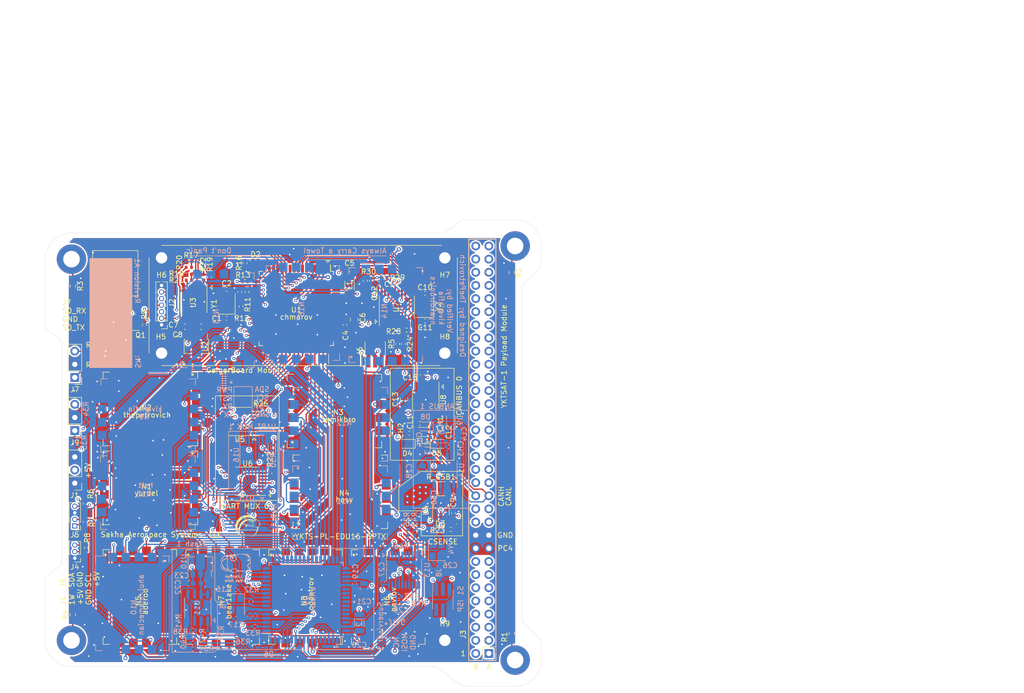
<source format=kicad_pcb>
(kicad_pcb (version 20211014) (generator pcbnew)
  (title_block (title "YktSat Payload Base Module") (date "2021-12-21") (rev "A2") (company "Sakha Aerospace Systems, LLC") (comment 1 "Designed by: ThePetrovich"))
  (layers (0 "F.Cu" mixed) (1 "In1.Cu" mixed) (2 "In2.Cu" mixed) (31 "B.Cu" mixed) (34 "B.Paste" user) (35 "F.Paste" user) (36 "B.SilkS" user "B.Silkscreen") (37 "F.SilkS" user "F.Silkscreen") (38 "B.Mask" user) (39 "F.Mask" user) (44 "Edge.Cuts" user))
  (net 0 "")
  (net 1 "GND")
  (net 2 "+5V")
  (net 3 "Net-(CH1-Pad1)")
  (net 4 "Net-(CL1-Pad1)")
  (net 5 "/SDA")
  (net 7 "+5V_GEIGER")
  (net 8 "Net-(D2-Pad1)")
  (net 9 "Net-(H1-Pad1)")
  (net 10 "Net-(H2-Pad1)")
  (net 11 "Net-(H3-Pad1)")
  (net 12 "Net-(H4-Pad1)")
  (net 13 "Net-(Q1-Pad1)")
  (net 14 "/GEIGER_EN")
  (net 15 "/SCL")
  (net 17 "Net-(C5-Pad1)")
  (net 18 "Net-(R20-Pad1)")
  (net 19 "Net-(C1-Pad1)")
  (net 20 "Net-(C2-Pad1)")
  (net 21 "Net-(C8-Pad1)")
  (net 22 "Net-(C10-Pad1)")
  (net 23 "Net-(C11-Pad1)")
  (net 24 "/CANBUS Controller 0/MCP_RESET")
  (net 25 "CANH")
  (net 26 "CANL")
  (net 27 "Net-(D2-Pad2)")
  (net 28 "/1WIRE")
  (net 29 "Net-(J6-Pad5)")
  (net 30 "/CANBUS Controller 0/MOSI")
  (net 31 "/CANBUS Controller 0/SCK")
  (net 32 "/CANBUS Controller 0/MISO")
  (net 33 "Net-(J7-Pad1)")
  (net 34 "Net-(J7-Pad3)")
  (net 35 "Net-(J9-Pad1)")
  (net 36 "Net-(J9-Pad3)")
  (net 37 "/N0_RST")
  (net 38 "/N0_RX")
  (net 39 "/N0_TX")
  (net 40 "/N0_PWR")
  (net 41 "/N1_RST")
  (net 42 "/N1_RX")
  (net 43 "/N1_TX")
  (net 44 "/N1_PWR")
  (net 45 "/N2_RST")
  (net 46 "/N2_RX")
  (net 47 "/N2_TX")
  (net 48 "/N2_PWR")
  (net 49 "/N3_RST")
  (net 50 "/N3_RX")
  (net 51 "/N3_TX")
  (net 52 "/N3_PWR")
  (net 53 "/N4_RST")
  (net 54 "/N4_RX")
  (net 55 "/N4_TX")
  (net 56 "/N4_PWR")
  (net 57 "/N5_RST")
  (net 58 "/N5_RX")
  (net 59 "/N5_TX")
  (net 60 "/N5_PWR")
  (net 61 "/N6_RST")
  (net 62 "/N6_RX")
  (net 63 "/N6_TX")
  (net 64 "/N6_PWR")
  (net 65 "/N7_RST")
  (net 66 "/N7_RX")
  (net 67 "/N7_TX")
  (net 68 "/N7_PWR")
  (net 69 "Net-(R13-Pad1)")
  (net 70 "Net-(R14-Pad2)")
  (net 71 "Net-(R15-Pad1)")
  (net 72 "/Payload Supervisor 0/SD_CS")
  (net 73 "Net-(R21-Pad1)")
  (net 74 "Net-(R22-Pad1)")
  (net 75 "Net-(R26-Pad2)")
  (net 76 "/Node RX MUX 0/A0")
  (net 77 "/Node RX MUX 0/A1")
  (net 78 "/Node RX MUX 0/A2")
  (net 79 "/Node RX MUX 0/IN")
  (net 80 "/Node TX MUX 0/IN")
  (net 81 "/CANBUS Controller 0/CS")
  (net 82 "/CANBUS Controller 0/MCP_TX0RTS")
  (net 83 "/CANBUS Controller 0/MCP_RX1BF")
  (net 84 "/CANBUS Controller 0/MCP_RX0BF")
  (net 85 "/CANBUS Controller 0/MCP_INT")
  (net 86 "Net-(R27-Pad2)")
  (net 87 "Net-(R29-Pad2)")
  (net 88 "Net-(U7-Pad2)")
  (net 89 "Net-(U7-Pad1)")
  (net 97 "/Payload Supervisor 0/S0_JTAG_TDI")
  (net 98 "/Payload Supervisor 0/S0_JTAG_TDO")
  (net 99 "/Payload Supervisor 0/S0_JTAG_TMS")
  (net 100 "/Payload Supervisor 0/S0_JTAG_TCK")
  (net 110 "/GEIGER_FET")
  (net 111 "Net-(C16-Pad1)")
  (net 112 "Net-(C17-Pad1)")
  (net 113 "Net-(C20-Pad1)")
  (net 114 "Net-(C23-Pad1)")
  (net 115 "Net-(C25-Pad1)")
  (net 116 "Net-(C26-Pad1)")
  (net 117 "/CANBUS Controller 1/MCP_RESET")
  (net 118 "Net-(CH3-Pad1)")
  (net 119 "Net-(CL3-Pad1)")
  (net 120 "Net-(D3-Pad1)")
  (net 121 "Net-(D6-Pad1)")
  (net 122 "Net-(D6-Pad2)")
  (net 123 "/CANBUS Controller 1/MISO")
  (net 125 "/CANBUS Controller 1/SCK")
  (net 126 "/CANBUS Controller 1/MOSI")
  (net 127 "Net-(J8-Pad5)")
  (net 128 "/N8_PWR")
  (net 129 "/N8_RST")
  (net 130 "/N8_RX")
  (net 131 "/N8_TX")
  (net 132 "/N9_PWR")
  (net 133 "/N9_RST")
  (net 134 "/N9_RX")
  (net 135 "/N9_TX")
  (net 136 "/N10_PWR")
  (net 137 "/N10_RST")
  (net 138 "/N10_RX")
  (net 139 "/N10_TX")
  (net 140 "/N11_PWR")
  (net 141 "/N11_RST")
  (net 142 "/N11_RX")
  (net 143 "/N11_TX")
  (net 144 "/N12_PWR")
  (net 145 "/N12_RST")
  (net 146 "/N12_RX")
  (net 147 "/N12_TX")
  (net 148 "/N13_PWR")
  (net 149 "/N13_RST")
  (net 150 "/N13_RX")
  (net 151 "/N13_TX")
  (net 152 "/N14_PWR")
  (net 153 "/N14_RST")
  (net 154 "/N14_RX")
  (net 155 "/N14_TX")
  (net 156 "/N15_PWR")
  (net 157 "/N15_RST")
  (net 158 "/N15_RX")
  (net 159 "/N15_TX")
  (net 160 "Net-(R33-Pad1)")
  (net 161 "Net-(R34-Pad2)")
  (net 162 "Net-(R35-Pad1)")
  (net 163 "/Payload Supervisor 1/SD_CS")
  (net 164 "Net-(R40-Pad1)")
  (net 165 "Net-(R41-Pad1)")
  (net 166 "Net-(R42-Pad1)")
  (net 167 "Net-(R47-Pad2)")
  (net 168 "Net-(R49-Pad2)")
  (net 169 "Net-(R50-Pad2)")
  (net 173 "/CANBUS Controller 1/MCP_INT")
  (net 174 "/CANBUS Controller 1/MCP_RX0BF")
  (net 175 "/CANBUS Controller 1/MCP_RX1BF")
  (net 176 "/CANBUS Controller 1/MCP_TX0RTS")
  (net 178 "/CANBUS Controller 1/CS")
  (net 179 "/Node TX MUX 1/IN")
  (net 180 "/Node RX MUX 1/IN")
  (net 181 "/Node RX MUX 1/A2")
  (net 182 "/Node RX MUX 1/A1")
  (net 183 "/Node RX MUX 1/A0")
  (net 187 "/Payload Supervisor 1/S0_JTAG_TDI")
  (net 188 "/Payload Supervisor 1/S0_JTAG_TDO")
  (net 189 "/Payload Supervisor 1/S0_JTAG_TMS")
  (net 190 "/Payload Supervisor 1/S0_JTAG_TCK")
  (net 195 "Net-(U13-Pad1)")
  (net 196 "Net-(U13-Pad2)")
  (net 202 "/PCH4")
  (net 203 "/CSENSE")
  (net 258 "/CH_B")
  (net 259 "/CH_A")
  (net 262 "Net-(U8-Pad1)")
  (net 263 "Net-(U8-Pad4)")
  (net 264 "Net-(U14-Pad1)")
  (net 265 "Net-(U14-Pad4)")
  (footprint "MountingHole:MountingHole_3.2mm_M3_ISO7380_Pad" (layer "F.Cu") (at 179.705 144.78)
    (fp_text reference "H1" hide)
    (fp_text value "CubeSat Mount / M3")
  )
  (footprint "MountingHole:MountingHole_3.2mm_M3_ISO7380_Pad" (layer "F.Cu") (at 179.705 64.77)
    (fp_text reference "H2" hide)
    (fp_text value "CubeSat Mount / M3")
  )
  (footprint "MountingHole:MountingHole_3.2mm_M3_ISO7380_Pad" (layer "F.Cu") (at 93.98 67.31)
    (fp_text reference "H3" hide)
    (fp_text value "CubeSat Mount / M3")
  )
  (footprint "MountingHole:MountingHole_3.2mm_M3_ISO7380_Pad" (layer "F.Cu") (at 93.98 140.97)
    (fp_text reference "H4" hide)
    (fp_text value "CubeSat Mount / M3")
  )
  (footprint "Connector_PinHeader_2.54mm:PinHeader_2x32_P2.54mm_Vertical" (layer "F.Cu") (at 174.625 143.51 180)
    (fp_text reference "J3")
    (fp_text value "Conn_02x32_Odd_Even")
  )
  (footprint "Connector_PinHeader_2.54mm:PinHeader_1x03_P2.54mm_Vertical" (layer "F.Cu") (at 94.615 90.17 180)
    (fp_text reference "J7")
    (fp_text value "Conn_01x03_Male")
  )
  (footprint "Capacitor_SMD:C_0402_1005Metric" (layer "F.Cu") (at 126.492 73.66 90)
    (fp_text reference "C3" hide)
    (fp_text value "100nF")
  )
  (footprint "Capacitor_SMD:C_0402_1005Metric" (layer "F.Cu") (at 146.812 80.01 90)
    (fp_text reference "C4")
    (fp_text value "100nF")
  )
  (footprint "Capacitor_SMD:C_0402_1005Metric" (layer "F.Cu") (at 162.306 79.248 180)
    (fp_text reference "C11")
    (fp_text value "22pF")
  )
  (footprint "Capacitor_SMD:C_0805_2012Metric" (layer "F.Cu") (at 158.242 94.408 90)
    (fp_text reference "C13")
    (fp_text value "22uF")
  )
  (footprint "Capacitor_SMD:C_0402_1005Metric" (layer "F.Cu") (at 163.322 99.06)
    (fp_text reference "CH1")
    (fp_text value "50pF")
  )
  (footprint "Capacitor_SMD:C_0402_1005Metric" (layer "F.Cu") (at 161.29 99.06 180)
    (fp_text reference "CL1")
    (fp_text value "50pF")
  )
  (footprint "Diode_SMD:D_SOD-323" (layer "F.Cu") (at 164.846 102.997)
    (fp_text reference "D5")
    (fp_text value "TVS2")
  )
  (footprint "Inductor_SMD:L_CommonModeChoke_Coilcraft_0805USB" (layer "F.Cu") (at 161.925 100.711 -90)
    (fp_text reference "FL1")
    (fp_text value "DLW21SN921SK2")
  )
  (footprint "Capacitor_SMD:C_0402_1005Metric" (layer "F.Cu") (at 161.798 89.662 90)
    (fp_text reference "C15")
    (fp_text value "100nF")
  )
  (footprint "MountingHole:MountingHole_2.2mm_M2_Pad" (layer "F.Cu") (at 111.379 85.471)
    (fp_text reference "H5")
    (fp_text value "GeigerBoard Mount / M2")
  )
  (footprint "MountingHole:MountingHole_2.2mm_M2_Pad" (layer "F.Cu") (at 111.379 67.056)
    (fp_text reference "H6")
    (fp_text value "GeigerBoard Mount / M2")
  )
  (footprint "MountingHole:MountingHole_2.2mm_M2_Pad" (layer "F.Cu") (at 166.116 67.056)
    (fp_text reference "H7")
    (fp_text value "GeigerBoard Mount / M2")
  )
  (footprint "MountingHole:MountingHole_2.2mm_M2_Pad" (layer "F.Cu") (at 166.116 85.471)
    (fp_text reference "H8")
    (fp_text value "GeigerBoard Mount / M2")
  )
  (footprint "Connector_PinHeader_1.27mm:PinHeader_1x07_P1.27mm_Vertical" (layer "F.Cu") (at 111.379 80.01 180)
    (fp_text reference "J2")
    (fp_text value "GeigerBoard")
  )
  (footprint "Connector_PinHeader_1.27mm:PinHeader_1x04_P1.27mm_Vertical" (layer "F.Cu") (at 94.615 118.867 180)
    (fp_text reference "J5")
    (fp_text value "Sensor_Ext")
  )
  (footprint "Inductor_SMD:L_1206_3216Metric" (layer "F.Cu") (at 147.701 72.39 90)
    (fp_text reference "L1")
    (fp_text value "Ferrite")
  )
  (footprint "Resistor_SMD:R_0402_1005Metric" (layer "F.Cu") (at 127.889 73.66 -90)
    (fp_text reference "R11")
    (fp_text value "20K")
  )
  (footprint "Resistor_SMD:R_0402_1005Metric" (layer "F.Cu") (at 126.746 76.454 90)
    (fp_text reference "R12")
    (fp_text value "1M")
  )
  (footprint "Resistor_SMD:R_0402_1005Metric" (layer "F.Cu") (at 127.508 71.628 180)
    (fp_text reference "R13")
    (fp_text value "1K")
  )
  (footprint "Resistor_SMD:R_0402_1005Metric" (layer "F.Cu") (at 127.508 68.072 90)
    (fp_text reference "R16")
    (fp_text value "1K")
  )
  (footprint "Resistor_SMD:R_0402_1005Metric" (layer "F.Cu") (at 132.334 108.712 -90)
    (fp_text reference "R27")
    (fp_text value "33K")
  )
  (footprint "Resistor_SMD:R_0402_1005Metric" (layer "F.Cu") (at 158.75 81.026 180)
    (fp_text reference "R28")
    (fp_text value "1M")
  )
  (footprint "Resistor_SMD:R_0402_1005Metric" (layer "F.Cu") (at 154.432 70.866)
    (fp_text reference "R29")
    (fp_text value "1K")
  )
  (footprint "Resistor_SMD:R_0402_1005Metric" (layer "F.Cu") (at 150.749 71.501 90)
    (fp_text reference "R30")
    (fp_text value "10K")
  )
  (footprint "Package_SO:TSSOP-16_4.4x5mm_P0.65mm" (layer "F.Cu") (at 126.492 98.679 180)
    (fp_text reference "U5")
    (fp_text value "74HC4051BQ,115")
  )
  (footprint "Capacitor_SMD:C_0402_1005Metric" (layer "F.Cu") (at 123.953755 73.154)
    (fp_text reference "C2")
    (fp_text value "22pF")
  )
  (footprint "Capacitor_SMD:C_0402_1005Metric" (layer "F.Cu") (at 147.701 69.342)
    (fp_text reference "C5")
    (fp_text value "100nF")
  )
  (footprint "Capacitor_SMD:C_0805_2012Metric" (layer "F.Cu") (at 148.59 78.994 90)
    (fp_text reference "C6")
    (fp_text value "22uF")
  )
  (footprint "Capacitor_SMD:C_0402_1005Metric" (layer "F.Cu") (at 162.306 73.914)
    (fp_text reference "C10")
    (fp_text value "22pF")
  )
  (footprint "Capacitor_SMD:C_0402_1005Metric" (layer "F.Cu") (at 153.416 72.009 180)
    (fp_text reference "C12")
    (fp_text value "100nF")
  )
  (footprint "Capacitor_SMD:C_0402_1005Metric" (layer "F.Cu") (at 151.892 71.501 -90)
    (fp_text reference "C14")
    (fp_text value "100nF")
  )
  (footprint "Capacitor_SMD:C_0402_1005Metric" (layer "F.Cu") (at 159.258 100.965 180)
    (fp_text reference "CH2")
    (fp_text value "50pF")
  )
  (footprint "Capacitor_SMD:C_0402_1005Metric" (layer "F.Cu") (at 164.592 101.092)
    (fp_text reference "CL2")
    (fp_text value "50pF")
  )
  (footprint "LED_SMD:LED_0402_1005Metric" (layer "F.Cu") (at 129.54 67.564)
    (fp_text reference "D2")
    (fp_text value "LED_STATUS")
  )
  (footprint "Diode_SMD:D_SOD-323" (layer "F.Cu") (at 158.877 102.997 180)
    (fp_text reference "D4")
    (fp_text value "TVS1")
  )
  (footprint "Package_QFP:TQFP-64_14x14mm_P0.8mm" (layer "F.Cu") (at 137.414 76.835 -90)
    (fp_text reference "U1")
    (fp_text value "ATmega128A-AU")
  )
  (footprint "Crystal:Crystal_SMD_3225-4Pin_3.2x2.5mm" (layer "F.Cu") (at 162.306 76.581 90)
    (fp_text reference "Y2")
    (fp_text value "12MHz")
  )
  (footprint "ykts-mcu-node:YktSat_MCU_node" (layer "F.Cu") (at 118.11 118.364 180)
    (fp_text reference "N1")
    (fp_text value "YKTS-MCU-NODE")
  )
  (footprint "ykts-mcu-node:YktSat_MCU_node" (layer "F.Cu") (at 118.11 103.124 180)
    (fp_text reference "N2")
    (fp_text value "YKTS-MCU-NODE")
  )
  (footprint "ykts-mcu-node:YktSat_MCU_node" (layer "F.Cu") (at 135.89 89.789)
    (fp_text reference "N3")
    (fp_text value "YKTS-MCU-NODE")
  )
  (footprint "ykts-mcu-node:YktSat_MCU_node" (layer "F.Cu") (at 137.033 105.41)
    (fp_text reference "N4")
    (fp_text value "YKTS-MCU-NODE")
  )
  (footprint "ykts-mcu-node:YktSat_MCU_node" (layer "F.Cu") (at 114.046 123.698 -90)
    (fp_text reference "N5")
    (fp_text value "YKTS-MCU-NODE")
  )
  (footprint "ykts-mcu-node:YktSat_MCU_node" (layer "F.Cu") (at 162.052 123.698 -90)
    (fp_text reference "N6")
    (fp_text value "YKTS-MCU-NODE")
  )
  (footprint "ykts-mcu-node:YktSat_MCU_node" (layer "F.Cu") (at 130.048 123.698 -90)
    (fp_text reference "N7")
    (fp_text value "YKTS-MCU-NODE")
  )
  (footprint "ykts-mcu-node:YktSat_MCU_node" (layer "F.Cu") (at 146.05 123.698 -90)
    (fp_text reference "N8")
    (fp_text value "YKTS-MCU-NODE")
  )
  (footprint "Package_SO:TSSOP-16_4.4x5mm_P0.65mm" (layer "F.Cu") (at 127.889 110.236 180)
    (fp_text reference "U6")
    (fp_text value "74HC4051BQ,115")
  )
  (footprint "Package_SO:TSSOP-20_4.4x6.5mm_P0.65mm" (layer "F.Cu") (at 156.845 76.581 90)
    (fp_text reference "U7")
    (fp_text value "MCP2515-xST")
  )
  (footprint "Package_SO:SOIC-8_3.9x4.9mm_P1.27mm" (layer "F.Cu") (at 162.433 94.488 -90)
    (fp_text reference "U8")
    (fp_text value "MCP2551-I-SN")
  )
  (footprint "Capacitor_SMD:C_0402_1005Metric" (layer "F.Cu") (at 123.953755 78.742 180)
    (fp_text reference "C1")
    (fp_text value "22pF")
  )
  (footprint "Connector_PinHeader_1.27mm:PinHeader_2x03_P1.27mm_Vertical_SMD" (layer "F.Cu") (at 152.654 85.09 90)
    (fp_text reference "J6")
    (fp_text value "Conn_02x03_Odd_Even")
  )
  (footprint "Package_TO_SOT_SMD:SOT-23" (layer "F.Cu") (at 105.664 79.502 180)
    (fp_text reference "Q1")
    (fp_text value "PMV65XP")
  )
  (footprint "Resistor_SMD:R_0402_1005Metric" (layer "F.Cu") (at 108.077 80.01 90)
    (fp_text reference "R9")
    (fp_text value "1K")
  )
  (footprint "Resistor_SMD:R_0402_1005Metric" (layer "F.Cu") (at 103.251 80.01 -90)
    (fp_text reference "R10")
    (fp_text value "10K")
  )
  (footprint "Resistor_SMD:R_0402_1005Metric" (layer "F.Cu") (at 131.064 97.409 -90)
    (fp_text reference "R26")
    (fp_text value "33K")
  )
  (footprint "Crystal:Crystal_SMD_3225-4Pin_3.2x2.5mm" (layer "F.Cu") (at 123.953755 75.948 90)
    (fp_text reference "Y1")
    (fp_text value "8 MHz")
  )
  (footprint "Resistor_SMD:R_0402_1005Metric" (layer "F.Cu") (at 119.507 70.8015 90)
    (fp_text reference "R22")
    (fp_text value "4.7K")
  )
  (footprint "Resistor_SMD:R_1210_3225Metric" (layer "F.Cu") (at 165.362 111.675)
    (fp_text reference "R_CSB1")
    (fp_text value "0.1")
  )
  (footprint "Capacitor_SMD:C_0603_1608Metric" (layer "F.Cu") (at 115.8885 80.391 180)
    (fp_text reference "C7")
    (fp_text value "10uF")
  )
  (footprint "MountingHole:MountingHole_2.2mm_M2_Pad" (layer "F.Cu") (at 166.116 140.97)
    (fp_text reference "H9")
    (fp_text value "GeigerBoard Mount / M2")
  )
  (footprint "Resistor_SMD:R_0402_1005Metric" (layer "F.Cu") (at 116.6505 71.374)
    (fp_text reference "R21")
    (fp_text value "4.7K")
  )
  (footprint "Resistor_SMD:R_0402_1005Metric" (layer "F.Cu") (at 96.901 123.063 90)
    (fp_text reference "R8")
    (fp_text value "4.7K")
  )
  (footprint "Resistor_SMD:R_0603_1608Metric" (layer "F.Cu") (at 179.07 139.636 90)
    (fp_text reference "R1")
    (fp_text value "1M")
  )
  (footprint "LOGO" (layer "F.Cu") (at 128.016 118.745)
    (fp_text reference "G***" hide)
    (fp_text value "LOGO" hide)
  )
  (footprint "Resistor_SMD:R_0402_1005Metric" (layer "F.Cu") (at 116.6505 70.231 180)
    (fp_text reference "R18")
    (fp_text value "10K")
  )
  (footprint "Resistor_SMD:R_0402_1005Metric" (layer "F.Cu") (at 96.647 114.554 -90)
    (fp_text reference "R6")
    (fp_text value "4.7K")
  )
  (footprint "Resistor_SMD:R_0603_1608Metric" (layer "F.Cu") (at 94.234 72.517 -90)
    (fp_text reference "R3")
    (fp_text value "1M")
  )
  (footprint "Connector_PinHeader_2.54mm:PinHeader_1x03_P2.54mm_Vertical" (layer "F.Cu") (at 94.615 110.602 180)
    (fp_text reference "J1")
    (fp_text value "DBG_PWR")
  )
  (footprint "Resistor_SMD:R_0402_1005Metric" (layer "F.Cu") (at 156.972 83.693 -90)
    (fp_text reference "R5")
    (fp_text value "0")
  )
  (footprint "Resistor_SMD:R_0402_1005Metric" (layer "F.Cu") (at 158.115 83.693 90)
    (fp_text reference "R24")
    (fp_text value "0")
  )
  (footprint "Capacitor_SMD:C_0603_1608Metric" (layer "F.Cu") (at 118.999 80.391)
    (fp_text reference "C8")
    (fp_text value "22uF")
  )
  (footprint "Resistor_SMD:R_0402_1005Metric" (layer "F.Cu") (at 96.647 118.11 -90)
    (fp_text reference "R7")
    (fp_text value "4.7K")
  )
  (footprint "Resistor_SMD:R_0402_1005Metric" (layer "F.Cu") (at 116.6485 68.8975)
    (fp_text reference "R20")
    (fp_text value "4.7K")
  )
  (footprint "Package_TO_SOT_SMD:SOT-89-3" (layer "F.Cu") (at 118.11 83.8825 -90)
    (fp_text reference "U2")
    (fp_text value "AMS1117-3.3")
  )
  (footprint "LED_SMD:LED_0402_1005Metric" (layer "F.Cu") (at 167.267 118.406 180)
    (fp_text reference "D3")
    (fp_text value "LED")
  )
  (footprint "Connector_PinHeader_2.54mm:PinHeader_1x03_P2.54mm_Vertical" (layer "F.Cu") (at 94.615 100.442 180)
    (fp_text reference "J9")
    (fp_text value "Conn_01x03_Male")
  )
  (footprint "Package_SO:SO-8_3.9x4.9mm_P1.27mm" (layer "F.Cu") (at 117.602 75.7195 -90)
    (fp_text reference "U3")
    (fp_text value "AT25DF161-SF-T")
  )
  (footprint "Resistor_SMD:R_0402_1005Metric" (layer "F.Cu") (at 98.171 86.487 180)
    (fp_text reference "R15")
    (fp_text value "1K")
  )
  (footprint "Resistor_SMD:R_0402_1005Metric" (layer "F.Cu") (at 120.65 70.8015 -90)
    (fp_text reference "R19")
    (fp_text value "10K")
  )
  (footprint "Capacitor_SMD:C_0402_1005Metric" (layer "F.Cu") (at 167.775 116.374 90)
    (fp_text reference "C9")
    (fp_text value "100nF")
  )
  (footprint "Resistor_SMD:R_0402_1005Metric" (layer "F.Cu") (at 98.173 85.09)
    (fp_text reference "R14")
    (fp_text value "1K")
  )
  (footprint "Resistor_SMD:R_0603_1608Metric" (layer "F.Cu") (at 94.234 136.017 90)
    (fp_text reference "R4")
    (fp_text value "1M")
  )
  (footprint "Package_TO_SOT_SMD:SOT-23-5" (layer "F.Cu") (at 165.354 115.824 90)
    (fp_text reference "U4")
    (fp_text value "MAX4372FEUK")
  )
  (footprint "Resistor_SMD:R_0402_1005Metric" (layer "F.Cu") (at 167.267 119.549 180)
    (fp_text reference "R23")
    (fp_text value "1K")
  )
  (footprint "Resistor_SMD:R_0603_1608Metric" (layer "F.Cu") (at 179.07 69.913 -90)
    (fp_text reference "R2")
    (fp_text value "1M")
  )
  (footprint "Connector_PinHeader_1.27mm:PinHeader_1x03_P1.27mm_Vertical" (layer "F.Cu") (at 94.615 125.095 180)
    (fp_text reference "J4")
    (fp_text value "Solar_Temp")
  )
  (footprint "Resistor_SMD:R_0402_1005Metric" (layer "F.Cu") (at 116.6485 67.7545 180)
    (fp_text reference "R17")
    (fp_text value "10K")
  )
  (footprint "Resistor_SMD:R_0402_1005Metric" (layer "B.Cu") (at 121.4374 139.573 90)
    (fp_text reference "R39")
    (fp_text value "10K")
  )
  (footprint "Capacitor_SMD:C_0402_1005Metric" (layer "B.Cu") (at 162.814 101.671 180)
    (fp_text reference "CH4")
    (fp_text value "50pF")
  )
  (footprint "Inductor_SMD:L_CommonModeChoke_Coilcraft_0805USB" (layer "B.Cu") (at 165.425 101.925 90)
    (fp_text reference "FL2")
    (fp_text value "DLW21SN921SK2")
  )
  (footprint "Package_SO:TSSOP-16_4.4x5mm_P0.65mm" (layer "B.Cu") (at 129.2606 105.156 -90)
    (fp_text reference "U16")
    (fp_text value "74HC4051BQ,115")
  )
  (footprint "Resistor_SMD:R_0402_1005Metric" (layer "B.Cu") (at 159.004 120.142 90)
    (fp_text reference "R25")
    (fp_text value "0")
  )
  (footprint "Capacitor_SMD:C_0402_1005Metric" (layer "B.Cu") (at 164.592 126.238)
    (fp_text reference "C26")
    (fp_text value "22pF")
  )
  (footprint "Crystal:Crystal_SMD_3225-4Pin_3.2x2.5mm" (layer "B.Cu") (at 125.73 133.985 -90)
    (fp_text reference "Y3")
    (fp_text value "8 MHz")
  )
  (footprint "Resistor_SMD:R_0402_1005Metric" (layer "B.Cu") (at 160.147 122.936 180)
    (fp_text reference "R46")
    (fp_text value "1M")
  )
  (footprint "Resistor_SMD:R_0402_1005Metric" (layer "B.Cu") (at 129.54 136.271 90)
    (fp_text reference "R31" hide)
    (fp_text value "20K")
  )
  (footprint "ykts-mcu-node:YktSat_MCU_node" (layer "B.Cu") (at 137.033 106.0704)
    (fp_text reference "N12")
    (fp_text value "YKTS-MCU-NODE")
  )
  (footprint "Resistor_SMD:R_0402_1005Metric" (layer "B.Cu") (at 117.4379 140.1435 180)
    (fp_text reference "R38")
    (fp_text value "10K")
  )
  (footprint "Resistor_SMD:R_0402_1005Metric" (layer "B.Cu") (at 120.2944 139.573 -90)
    (fp_text reference "R42")
    (fp_text value "4.7K")
  )
  (footprint "Package_SO:TSSOP-16_4.4x5mm_P0.65mm" (layer "B.Cu") (at 127.889 116.8908 180)
    (fp_text reference "U15")
    (fp_text value "74HC4051BQ,115")
  )
  (footprint "Capacitor_SMD:C_0402_1005Metric" (layer "B.Cu") (at 128.397 136.271 -90)
    (fp_text reference "C18" hide)
    (fp_text value "100nF")
  )
  (footprint "Capacitor_SMD:C_0402_1005Metric" (layer "B.Cu") (at 155.575 133.985 -90)
    (fp_text reference "C29")
    (fp_text value "100nF")
  )
  (footprint "Inductor_SMD:L_1206_3216Metric" (layer "B.Cu") (at 149.606 137.541 -90)
    (fp_text reference "L2")
    (fp_text value "Ferrite")
  )
  (footprint "Resistor_SMD:R_0402_1005Metric" (layer "B.Cu") (at 117.4359 142.62 180)
    (fp_text reference "R37")
    (fp_text value "10K")
  )
  (footprint "Capacitor_SMD:C_0402_1005Metric" (layer "B.Cu") (at 166.822 103.576)
    (fp_text reference "CH3")
    (fp_text value "50pF")
  )
  (footprint "ykts-mcu-node:YktSat_MCU_node" (layer "B.Cu") (at 129.032 88.011 90)
    (fp_text reference "N13")
    (fp_text value "YKTS-MCU-NODE")
  )
  (footprint "Resistor_SMD:R_0402_1005Metric" (layer "B.Cu") (at 129.921 141.859 -90)
    (fp_text reference "R36")
    (fp_text value "1K")
  )
  (footprint "ykts-mcu-node:YktSat_MCU_node" (layer "B.Cu") (at 98.8822 124.9172 -90)
    (fp_text reference "N10")
    (fp_text value "YKTS-MCU-NODE")
  )
  (footprint "Resistor_SMD:R_0402_1005Metric" (layer "B.Cu") (at 157.226 133.604 180)
    (fp_text reference "R48")
    (fp_text value "10K")
  )
  (footprint "Capacitor_SMD:C_0402_1005Metric" (layer "B.Cu") (at 164.592 120.904 180)
    (fp_text reference "C25")
    (fp_text value "22pF")
  )
  (footprint "Package_QFP:TQFP-64_14x14mm_P0.8mm" (layer "B.Cu") (at 139.319 133.096 90)
    (fp_text reference "U9")
    (fp_text value "ATmega128A-AU")
  )
  (footprint "Capacitor_SMD:C_0603_1608Metric" (layer "B.Cu") (at 119.7864 129.9835)
    (fp_text reference "C23")
    (fp_text value "22uF")
  )
  (footprint "Resistor_SMD:R_0402_1005Metric" (layer "B.Cu") (at 157.226 132.461)
    (fp_text reference "R47")
    (fp_text value "1K")
  )
  (footprint "Resistor_SMD:R_0402_1005Metric" (layer "B.Cu") (at 95.25 102.743 90)
    (fp_text reference "R35")
    (fp_text value "1K")
  )
  (footprint "Resistor_SMD:R_0402_1005Metric" (layer "B.Cu") (at 128.651 133.477 -90)
    (fp_text reference "R32")
    (fp_text value "1M")
  )
  (footprint "Package_SO:TSSOP-20_4.4x6.5mm_P0.65mm" (layer "B.Cu") (at 158.242 127.381 -90)
    (fp_text reference "U13")
    (fp_text value "MCP2515-xST")
  )
  (footprint "LOGO" (layer "B.Cu") (at 125.603 125.984 90)
    (fp_text reference "G***" hide)
    (fp_text value "LOGO" hide)
  )
  (footprint "LED_SMD:LED_0402_1005Metric" (layer "B.Cu") (at 132.08 142.367)
    (fp_text reference "D6")
    (fp_text value "LED_STATUS")
  )
  (footprint "ykts-mcu-node:YktSat_MCU_node" (layer "B.Cu") (at 117.6782 90.678 180)
    (fp_text reference "N9")
    (fp_text value "YKTS-MCU-NODE")
  )
  (footprint "Resistor_SMD:R_0402_1005Metric" (layer "B.Cu") (at 160.274 120.142 -90)
    (fp_text reference "R43")
    (fp_text value "0")
  )
  (footprint "Capacitor_SMD:C_0402_1005Metric" (layer "B.Cu") (at 164.79 103.576 180)
    (fp_text reference "CL3")
    (fp_text value "50pF")
  )
  (footprint "Capacitor_SMD:C_0402_1005Metric" (layer "B.Cu") (at 168.021 101.544)
    (fp_text reference "CL4")
    (fp_text value "50pF")
  )
  (footprint "Package_TO_SOT_SMD:SOT-89-3" (layer "B.Cu") (at 118.8974 126.492 90)
    (fp_text reference "U10")
    (fp_text value "AMS1117-3.3")
  )
  (footprint "Package_SO:SO-8_3.9x4.9mm_P1.27mm" (layer "B.Cu") (at 118.3894 134.655 90)
    (fp_text reference "U11")
    (fp_text value "AT25DF161-SF-T")
  )
  (footprint "Capacitor_SMD:C_0402_1005Metric" (layer "B.Cu") (at 125.73 136.779)
    (fp_text reference "C17")
    (fp_text value "22pF")
  )
  (footprint "Diode_SMD:D_SOD-323" (layer "B.Cu") (at 167.3098 98.6536 90)
    (fp_text reference "D9")
    (fp_text value "TVS2")
  )
  (footprint "Resistor_SMD:R_0402_1005Metric" (layer "B.Cu") (at 117.4379 139.0005)
    (fp_text reference "R41")
    (fp_text value "4.7K")
  )
  (footprint "ykts-mcu-node:YktSat_MCU_node" (layer "B.Cu") (at 136.9822 121.2088)
    (fp_text reference "N11")
    (fp_text value "YKTS-MCU-NODE")
  )
  (footprint "Capacitor_SMD:C_0603_1608Metric" (layer "B.Cu") (at 116.6759 129.9835 180)
    (fp_text reference "C22")
    (fp_text value "10uF")
  )
  (footprint "ykts-mcu-node:YktSat_MCU_node" (layer "B.Cu") (at 161.544 86.995 90)
    (fp_text reference "N14")
    (fp_text value "YKTS-MCU-NODE")
  )
  (footprint "Capacitor_SMD:C_0402_1005Metric" (layer "B.Cu") (at 165.298 112.974 -90)
    (fp_text reference "C30")
    (fp_text value "100nF")
  )
  (footprint "Capacitor_SMD:C_0402_1005Metric" (layer "B.Cu") (at 149.606 140.589)
    (fp_text reference "C20")
    (fp_text value "100nF")
  )
  (footprint "Resistor_SMD:R_0402_1005Metric" (layer "B.Cu") (at 132.969 118.618 90)
    (fp_text reference "R49")
    (fp_text value "33K")
  )
  (footprint "ykts-mcu-node:YktSat_MCU_node" (layer "B.Cu") (at 117.6274 105.5624 180)
    (fp_text reference "N15")
    (fp_text value "YKTS-MCU-NODE")
  )
  (footprint "Package_SO:SOIC-8_3.9x4.9mm_P1.27mm" (layer "B.Cu") (at 165.933 108.148 90)
    (fp_text reference "U14")
    (fp_text value "MCP2551-I-SN")
  )
  (footprint "Capacitor_SMD:C_0402_1005Metric" (layer "B.Cu") (at 154.051 129.695 90)
    (fp_text reference "C27")
    (fp_text value "100nF")
  )
  (footprint "Crystal:Crystal_SMD_3225-4Pin_3.2x2.5mm" (layer "B.Cu") (at 164.592 123.571 90)
    (fp_text reference "Y4")
    (fp_text value "12MHz")
  )
  (footprint "Resistor_SMD:R_0402_1005Metric" (layer "B.Cu") (at 96.774 98.806 -90)
    (fp_text reference "R34")
    (fp_text value "1K")
  )
  (footprint "Resistor_SMD:R_0402_1005Metric" (layer "B.Cu") (at 129.413 138.303 180)
    (fp_text reference "R33")
    (fp_text value "1K")
  )
  (footprint "Capacitor_SMD:C_0805_2012Metric" (layer "B.Cu") (at 161.742 108.228 -90)
    (fp_text reference "C28")
    (fp_text value "22uF")
  )
  (footprint "Resistor_SMD:R_0402_1005Metric" (layer "B.Cu") (at 132.842 103.759 -90)
    (fp_text reference "R50")
    (fp_text value "33K")
  )
  (footprint "Capacitor_SMD:C_0402_1005Metric" (layer "B.Cu") (at 125.73 131.191 180)
    (fp_text reference "C16")
    (fp_text value "22pF")
  )
  (footprint "Capacitor_SMD:C_0402_1005Metric" (layer "B.Cu") (at 148.717 130.048 -90)
    (fp_text reference "C19")
    (fp_text value "100nF")
  )
  (footprint "Capacitor_SMD:C_0805_2012Metric" (layer "B.Cu") (at 150.495 130.937 -90)
    (fp_text reference "C21")
    (fp_text value "22uF")
  )
  (footprint "Resistor_SMD:R_0402_1005Metric" (layer "B.Cu") (at 117.4359 141.477)
    (fp_text reference "R40")
    (fp_text value "4.7K")
  )
  (footprint "ykts-mcu-node:YktSat_MCU_node" (layer "B.Cu") (at 145.542 86.614 90)
    (fp_text reference "N16")
    (fp_text value "YKTS-MCU-NODE")
  )
  (footprint "Diode_SMD:D_SOD-323" (layer "B.Cu") (at 162.377 99.639 180)
    (fp_text reference "D8")
    (fp_text value "TVS1")
  )
  (footprint "Connector_PinHeader_1.27mm:PinHeader_2x03_P1.27mm_Vertical_SMD" (layer "B.Cu") (at 165.735 133.096 -90)
    (fp_text reference "J8")
    (fp_text value "Conn_02x03_Odd_Even")
  )
  (gr_line (start 113.411 142.748) (end 113.411 143.256) (layer "B.SilkS") (width 0.12))
  (gr_line (start 121.3485 137.0965) (end 121.7295 136.7155) (layer "B.SilkS") (width 0.12))
  (gr_line (start 128.905 97.917) (end 128.905 91.948) (layer "B.SilkS") (width 0.12))
  (gr_line (start 170.688 144.907) (end 172.085 144.907) (layer "B.SilkS") (width 0.12))
  (gr_line (start 133.858 100.584) (end 124.333 100.584) (layer "B.SilkS") (width 0.12))
  (gr_line (start 125.349 97.917) (end 128.905 97.917) (layer "B.SilkS") (width 0.12))
  (gr_line (start 176.022 144.907) (end 176.022 63.373) (layer "B.SilkS") (width 0.12))
  (gr_line (start 124.333 111.76) (end 122.682 111.76) (layer "B.SilkS") (width 0.12))
  (gr_line (start 154.1145 124.9045) (end 154.4955 124.5235) (layer "B.SilkS") (width 0.12))
  (gr_line (start 145.034 142.367) (end 145.542 142.367) (layer "B.SilkS") (width 0.12))
  (gr_line (start 167.386 112.776) (end 168.148 112.776) (layer "B.SilkS") (width 0.12))
  (gr_line (start 122.682 111.76) (end 122.682 119.634) (layer "B.SilkS") (width 0.12))
  (gr_line (start 131.191 113.411) (end 130.429 113.411) (layer "B.SilkS") (width 0.12))
  (gr_line (start 170.688 143.51) (end 170.688 144.907) (layer "B.SilkS") (width 0.12))
  (gr_line (start 125.349 91.948) (end 125.349 97.917) (layer "B.SilkS") (width 0.12))
  (gr_line (start 121.539 143.256) (end 113.411 143.256) (layer "B.SilkS") (width 0.12))
  (gr_line (start 116.332 66.675) (end 124.714 66.675) (layer "B.SilkS") (width 0.12))
  (gr_line (start 154.1145 124.1425) (end 154.1145 124.9045) (layer "B.SilkS") (width 0.12))
  (gr_line (start 126.111 102.235) (end 125.73 101.854) (layer "B.SilkS") (width 0.12))
  (gr_line (start 124.333 100.584) (end 124.333 111.76) (layer "B.SilkS") (width 0.12))
  (gr_line (start 133.858 120.65) (end 133.858 100.584) (layer "B.SilkS") (width 0.12))
  (gr_line (start 172.085 144.907) (end 176.022 144.907) (layer "B.SilkS") (width 0.12))
  (gr_line (start 167.767 112.395) (end 167.386 112.776) (layer "B.SilkS") (width 0.12))
  (gr_rect (start 97.536 67.183) (end 105.664 88.265) (layer "B.SilkS") (width 0.12) (fill solid))
  (gr_line (start 122.682 120.65) (end 122.809 120.65) (layer "B.SilkS") (width 0.12))
  (gr_line (start 122.682 119.634) (end 122.682 120.65) (layer "B.SilkS") (width 0.12))
  (gr_line (start 176.022 63.373) (end 170.688 63.373) (layer "B.SilkS") (width 0.12))
  (gr_line (start 121.666 123.19) (end 113.411 123.19) (layer "B.SilkS") (width 0.12))
  (gr_line (start 138.938 66.675) (end 154.813 66.675) (layer "B.SilkS") (width 0.12))
  (gr_line (start 121.7295 137.4775) (end 121.3485 137.0965) (layer "B.SilkS") (width 0.12))
  (gr_line (start 128.905 91.948) (end 125.349 91.948) (layer "B.SilkS") (width 0.12))
  (gr_poly (pts (xy 170.688 115.443) (xy 160.02 115.443) (xy 160.02 96.52) (xy 170.688 96.52)) (layer "B.SilkS") (width 0.12) (fill none))
  (gr_line (start 121.539 143.256) (end 122.174 142.748) (layer "B.SilkS") (width 0.12))
  (gr_line (start 154.4955 124.5235) (end 154.1145 124.1425) (layer "B.SilkS") (width 0.12))
  (gr_line (start 168.148 112.776) (end 167.767 112.395) (layer "B.SilkS") (width 0.12))
  (gr_line (start 121.7295 136.7155) (end 121.7295 137.4775) (layer "B.SilkS") (width 0.12))
  (gr_line (start 126.111 102.235) (end 125.73 102.616) (layer "B.SilkS") (width 0.12))
  (gr_line (start 122.809 120.65) (end 133.858 120.65) (layer "B.SilkS") (width 0.12))
  (gr_line (start 125.73 102.616) (end 125.73 101.854) (layer "B.SilkS") (width 0.12))
  (gr_line (start 145.542 142.367) (end 145.288 141.986) (layer "B.SilkS") (width 0.12))
  (gr_line (start 145.288 141.986) (end 145.034 142.367) (layer "B.SilkS") (width 0.12))
  (gr_line (start 130.429 113.411) (end 130.81 113.792) (layer "B.SilkS") (width 0.12))
  (gr_line (start 113.411 123.19) (end 113.411 142.748) (layer "B.SilkS") (width 0.12))
  (gr_poly (pts (xy 152.4 142.748) (xy 122.174 142.748) (xy 122.174 133.604) (xy 121.666 133.096) (xy 121.666 123.19) (xy 152.4 123.19)) (layer "B.SilkS") (width 0.12) (fill none))
  (gr_line (start 170.688 63.373) (end 170.688 143.51) (layer "B.SilkS") (width 0.12))
  (gr_line (start 130.81 113.792) (end 131.191 113.411) (layer "B.SilkS") (width 0.12))
  (gr_line (start 121.158 73.152) (end 120.777 72.771) (layer "F.SilkS") (width 0.12))
  (gr_line (start 155.575 88.392) (end 167.894 88.392) (layer "F.SilkS") (width 0.12))
  (gr_line (start 157.226 111.379) (end 157.226 115.951) (layer "F.SilkS") (width 0.12))
  (gr_line (start 134.112 113.919) (end 121.793 113.919) (layer "F.SilkS") (width 0.12))
  (gr_line (start 155.575 106.172) (end 155.575 88.392) (layer "F.SilkS") (width 0.12))
  (gr_line (start 163.322 117.475) (end 162.941 117.094) (layer "F.SilkS") (width 0.12))
  (gr_line (start 161.417 108.331) (end 157.226 111.379) (layer "F.SilkS") (width 0.12))
  (gr_line (start 165.227 87.884) (end 154.813 87.884) (layer "F.SilkS") (width 0.12))
  (gr_line (start 121.793 113.919) (end 121.793 93.726) (layer "F.SilkS") (width 0.12))
  (gr_line (start 132.461 112.522) (end 132.461 113.284) (layer "F.SilkS") (width 0.12))
  (gr_line (start 161.417 108.331) (end 161.671 108.331) (layer "F.SilkS") (width 0.12))
  (gr_line (start 120.777 72.771) (end 121.158 72.39) (layer "F.SilkS") (width 0.12))
  (gr_line (start 129.286 101.854) (end 128.905 102.235) (layer "F.SilkS") (width 0.12))
  (gr_line (start 121.158 72.39) (end 121.158 73.152) (layer "F.SilkS") (width 0.12))
  (gr_rect (start 98.044 65.659) (end 106.807 74.422) (layer "F.SilkS") (width 0.12) (fill none))
  (gr_line (start 169.545 108.331) (end 169.545 120.777) (layer "F.SilkS") (width 0.12))
  (gr_line (start 150.241 87.884) (end 111.379 87.884) (layer "F.SilkS") (width 0.12))
  (gr_line (start 108.966 85.471) (end 108.966 67.056) (layer "F.SilkS") (width 0.12))
  (gr_line (start 152.654 78.994) (end 152.654 79.756) (layer "F.SilkS") (width 0.12))
  (gr_line (start 143.51 67.945) (end 143.891 67.564) (layer "F.SilkS") (width 0.12))
  (gr_line (start 169.545 120.777) (end 161.544 120.777) (layer "F.SilkS") (width 0.12))
  (gr_line (start 161.544 115.951) (end 161.544 120.777) (layer "F.SilkS") (width 0.12))
  (gr_line (start 165.481 91.948) (end 165.862 91.567) (layer "F.SilkS") (width 0.12))
  (gr_line (start 129.667 102.235) (end 129.286 101.854) (layer "F.SilkS") (width 0.12))
  (gr_line (start 132.461 113.284) (end 132.08 112.903) (layer "F.SilkS") (width 0.12))
  (gr_line (start 128.905 102.235) (end 129.667 102.235) (layer "F.SilkS") (width 0.12))
  (gr_line (start 143.891 67.564) (end 143.129 67.564) (layer "F.SilkS") (width 0.12))
  (gr_line (start 168.529 67.056) (end 168.529 85.471) (layer "F.SilkS") (width 0.12))
  (gr_line (start 143.129 67.564) (end 143.51 67.945) (layer "F.SilkS") (width 0.12))
  (gr_line (start 111.379 64.643) (end 165.481 64.643) (layer "F.SilkS") (width 0.12))
  (gr_line (start 165.862 92.329) (end 165.481 91.948) (layer "F.SilkS") (width 0.12))
  (gr_line (start 153.035 79.375) (end 152.654 78.994) (layer "F.SilkS") (width 0.12))
  (gr_line (start 161.671 108.331) (end 169.545 108.331) (layer "F.SilkS") (width 0.12))
  (gr_line (start 134.112 93.726) (end 134.112 113.919) (layer "F.SilkS") (width 0.12))
  (gr_line (start 162.941 117.094) (end 162.941 117.856) (layer "F.SilkS") (width 0.12))
  (gr_line (start 121.92 93.726) (end 134.112 93.726) (layer "F.SilkS") (width 0.12))
  (gr_line (start 167.894 88.392) (end 167.894 106.172) (layer "F.SilkS") (width 0.12))
  (gr_line (start 152.654 79.756) (end 153.035 79.375) (layer "F.SilkS") (width 0.12))
  (gr_line (start 157.226 115.951) (end 161.544 115.951) (layer "F.SilkS") (width 0.12))
  (gr_line (start 121.793 93.726) (end 121.92 93.726) (layer "F.SilkS") (width 0.12))
  (gr_line (start 162.941 117.856) (end 163.322 117.475) (layer "F.SilkS") (width 0.12))
  (gr_line (start 132.08 112.903) (end 132.461 112.522) (layer "F.SilkS") (width 0.12))
  (gr_line (start 165.862 91.567) (end 165.862 92.329) (layer "F.SilkS") (width 0.12))
  (gr_line (start 167.894 106.172) (end 155.575 106.172) (layer "F.SilkS") (width 0.12))
  (gr_line (start 88.9 80.645) (end 88.901587 67.43696) (layer "Edge.Cuts") (width 0.05))
  (gr_line (start 184.785 68.58) (end 184.785 64.77) (layer "Edge.Cuts") (width 0.05))
  (gr_arc (start 184.785 144.78) (mid 183.297102 148.372102) (end 179.705 149.86) (layer "Edge.Cuts") (width 0.05))
  (gr_line (start 92.075 83.185) (end 88.9 80.645) (layer "Edge.Cuts") (width 0.05))
  (gr_line (start 169.545 59.69) (end 179.705 59.69) (layer "Edge.Cuts") (width 0.05))
  (gr_line (start 92.075 126.365) (end 92.075 83.185) (layer "Edge.Cuts") (width 0.05))
  (gr_arc (start 93.98 146.05) (mid 90.387898 144.562102) (end 88.9 140.97) (layer "Edge.Cuts") (width 0.05))
  (gr_line (start 169.545 59.69) (end 166.116 62.23) (layer "Edge.Cuts") (width 0.05))
  (gr_arc (start 179.705 59.69) (mid 183.297102 61.177898) (end 184.785 64.77) (layer "Edge.Cuts") (width 0.05))
  (gr_line (start 88.9 128.905) (end 92.075 126.365) (layer "Edge.Cuts") (width 0.05))
  (gr_line (start 166.116 62.23) (end 93.98 62.23) (layer "Edge.Cuts") (width 0.05))
  (gr_line (start 88.9 140.97) (end 88.9 128.905) (layer "Edge.Cuts") (width 0.05))
  (gr_line (start 179.705 149.86) (end 169.545 149.86) (layer "Edge.Cuts") (width 0.05))
  (gr_line (start 164.465 146.05) (end 93.98 146.05) (layer "Edge.Cuts") (width 0.05))
  (gr_line (start 169.545 149.86) (end 164.465 146.05) (layer "Edge.Cuts") (width 0.05))
  (gr_line (start 180.975 72.39) (end 180.975 137.16) (layer "Edge.Cuts") (width 0.05))
  (gr_line (start 180.975 137.16) (end 184.785 140.97) (layer "Edge.Cuts") (width 0.05))
  (gr_line (start 180.975 72.39) (end 184.785 68.58) (layer "Edge.Cuts") (width 0.05))
  (gr_line (start 184.785 140.97) (end 184.785 144.78) (layer "Edge.Cuts") (width 0.05))
  (gr_arc (start 88.901587 67.43696) (mid 90.343288 63.763069) (end 93.98 62.23) (layer "Edge.Cuts") (width 0.05))
  (gr_text "UART MUX 1" (at 128.905 99.695) (layer "B.SilkS") (effects (font (size 1 1)) (justify mirror)))
  (gr_text "SN:" (at 106.807 87.122 270) (layer "B.SilkS") (effects (font (size 1 1)) (justify mirror)))
  (gr_text "ahuj/memecian" (at 107.442 134.112 90) (layer "B.SilkS") (effects (font (size 1 1)) (justify mirror)))
  (gr_text "SDA\nSCL\n+5V\nGND" (at 129.286 94.869) (layer "B.SilkS") (effects (font (size 1 1)) (justify right mirror)))
  (gr_text "kiv@ikfia" (at 108.204 96.266) (layer "B.SilkS") (effects (font (size 1 1)) (justify mirror)))
  (gr_text "Verified by: \n  kiv@ikfia \n  nyakotronics" (at 165.481 81.661 -90) (layer "B.SilkS") (effects (font (size 1 1)) (justify left mirror)))
  (gr_text "PWR\nRST\nRX\nTX" (at 125.222 94.996) (layer "B.SilkS") (effects (font (size 1 1)) (justify left mirror)))
  (gr_text "Always Carry a Towel" (at 146.812 65.659) (layer "B.SilkS") (effects (font (size 1 1)) (justify mirror)))
  (gr_text "Revision A1" (at 106.68 71.501 270) (layer "B.SilkS") (effects (font (size 1 1)) (justify mirror)))
  (gr_text "S1 ISP" (at 169.164 132.969 90) (layer "B.SilkS") (effects (font (size 1 1)) (justify mirror)))
  (gr_text "hstt" (at 108.331 110.998) (layer "B.SilkS") (effects (font (size 1 1)) (justify mirror)))
  (gr_text "efimov" (at 140.589 133.096 90) (layer "B.SilkS") (effects (font (size 1 1)) (justify mirror)))
  (gr_text "*JTAG" (at 156.464 137.414 180) (layer "B.SilkS") (effects (font (size 1 1)) (justify mirror)))
  (gr_text "J.Kerman\nWas Here" (at 125.349 129.032) (layer "B.SilkS") (effects (font (size 0.5 0.5) (thickness 0.125)) (justify mirror)))
  (gr_text "Don't Panic" (at 120.523 65.659) (layer "B.SilkS") (effects (font (size 1 1)) (justify mirror)))
  (gr_text "Flash 1" (at 117.094 122.301) (layer "B.SilkS") (effects (font (size 1 1)) (justify mirror)))
  (gr_text "CANBUS 1" (at 165.1 95.758) (layer "B.SilkS") (effects (font (size 1 1)) (justify mirror)))
  (gr_text "NC\nMOSI\nGND" (at 158.369 141.351 90) (layer "B.SilkS") (effects (font (size 1 1)) (justify mirror)))
  (gr_text "Designed by: ThePetrovich" (at 169.545 76.327 -90) (layer "B.SilkS") (effects (font (size 1 1)) (justify mirror)))
  (gr_text "*" (at 148.59 133.858) (layer "B.SilkS") (effects (font (size 1 1)) (justify mirror)))
  (gr_text "Supervisor 1" (at 153.67 138.303 90) (layer "B.SilkS") (effects (font (size 1 1)) (justify mirror)))
  (gr_text "*" (at 124.841 91.44) (layer "B.SilkS") (effects (font (size 1 1)) (justify mirror)))
  (gr_text "J9\nS1_RX\nGND\nS1_TX" (at 97.536 78.105) (layer "F.SilkS") (effects (font (size 1 1)) (justify left)))
  (gr_text "CANBUS 0" (at 168.91 93.726 90) (layer "F.SilkS") (effects (font (size 1 1))))
  (gr_text "QC" (at 102.489 70.104) (layer "F.SilkS") (effects (font (size 1 1))))
  (gr_text "YKTS-PL-EDU16-SPTX" (at 145.923 120.904) (layer "F.SilkS") (effects (font (size 1 1))))
  (gr_text "CSENSE" (at 165.735 121.92) (layer "F.SilkS") (effects (font (size 1 1))))
  (gr_text "thepetrovich" (at 108.585 97.409) (layer "F.SilkS") (effects (font (size 1 1))))
  (gr_text "GeigerBoard Mount" (at 127.127 88.773) (layer "F.SilkS") (effects (font (size 1 1))))
  (gr_text "J4\n1W\n+5V\nGND" (at 94.869 134.239 90) (layer "F.SilkS") (effects (font (size 1 1)) (justify left)))
  (gr_text "GND" (at 177.8 120.65) (layer "F.SilkS") (effects (font (size 1 1))))
  (gr_text "chmarov" (at 137.414 78.486) (layer "F.SilkS") (effects (font (size 1 1))))
  (gr_text "aderod" (at 108.204 133.477 90) (layer "F.SilkS") (effects (font (size 1 1))))
  (gr_text "+5V" (at 97.155 108.204 90) (layer "F.SilkS") (effects (font (size 1 1))))
  (gr_text "yurdel" (at 108.458 112.522) (layer "F.SilkS") (effects (font (size 1 1))))
  (gr_text "hasv" (at 146.685 113.792) (layer "F.SilkS") (effects (font (size 1 1))))
  (gr_text "CANL" (at 178.435 113.157 90) (layer "F.SilkS") (effects (font (size 1 1))))
  (gr_text "bear1ake" (at 124.333 133.477 90) (layer "F.SilkS") (effects (font (size 1 1))))
  (gr_text "J5\nSDA\nGND\nSCL\n+5V" (at 95.631 130.81 90) (layer "F.SilkS") (effects (font (size 1 1)) (justify left)))
  (gr_text "1" (at 169.672 143.51) (layer "F.SilkS") (effects (font (size 1 1))))
  (gr_text "J7\nS0_RX\nGND\nS0_TX" (at 92.075 78.105) (layer "F.SilkS") (effects (font (size 1 1)) (justify left)))
  (gr_text "YKTSAT-1 Payload Module" (at 177.546 86.106 90) (layer "F.SilkS") (effects (font (size 1 1))))
  (gr_text "UART MUX 0" (at 127.508 115.062) (layer "F.SilkS") (effects (font (size 1 1))))
  (gr_text "tamikbro" (at 145.669 98.298) (layer "F.SilkS") (effects (font (size 1 1))))
  (gr_text "pavlov" (at 156.21 133.096 90) (layer "F.SilkS") (effects (font (size 1 1))))
  (gr_text "ogpetrov" (at 140.208 131.953 90) (layer "F.SilkS") (effects (font (size 1 1))))
  (gr_text "Sakha Aerospace Systems, LLC" (at 111.379 120.523) (layer "F.SilkS") (effects (font (size 1 1))))
  (gr_text "A" (at 174.625 146.05) (layer "F.SilkS") (effects (font (size 1 1))))
  (gr_text "CANH" (at 177.038 113.157 90) (layer "F.SilkS") (effects (font (size 1 1))))
  (gr_text "B" (at 172.085 146.05) (layer "F.SilkS") (effects (font (size 1 1))))
  (gr_text "PC4" (at 177.8 123.19) (layer "F.SilkS") (effects (font (size 1 1))))
  (segment (start 145.114 79.635) (end 146.707 79.635) (width 0.25) (layer "F.Cu") (net 1))
  (segment (start 161.456 77.681) (end 161.456 78.878) (width 0.25) (layer "F.Cu") (net 1))
  (segment (start 124.433755 74.478) (end 124.803755 74.848) (width 0.25) (layer "F.Cu") (net 1))
  (segment (start 163.156 75.481) (end 163.156 74.284) (width 0.25) (layer "F.Cu") (net 1))
  (segment (start 124.433755 73.154) (end 124.433755 74.478) (width 0.25) (layer "F.Cu") (net 1))
  (segment (start 123.473755 77.418) (end 123.103755 77.048) (width 0.25) (layer "F.Cu") (net 1))
  (segment (start 123.473755 78.742) (end 123.473755 77.418) (width 0.25) (layer "F.Cu") (net 1))
  (segment (start 161.456 78.878) (end 161.826 79.248) (width 0.25) (layer "F.Cu") (net 1))
  (segment (start 146.707 79.635) (end 146.812 79.53) (width 0.25) (layer "F.Cu") (net 1))
  (segment (start 163.156 74.284) (end 162.786 73.914) (width 0.25) (layer "F.Cu") (net 1))
  (via (at 138.43 131.191) (size 0.6) (drill 0.3) (layers "F.Cu" "B.Cu") (net 1))
  (via (at 132.08 140.97) (size 0.6) (drill 0.3) (layers "F.Cu" "B.Cu") (net 1))
  (via (at 166.751 124.841) (size 0.6) (drill 0.3) (layers "F.Cu" "B.Cu") (net 1))
  (via (at 137.033 106.299) (size 0.6) (drill 0.3) (layers "F.Cu" "B.Cu") (net 1))
  (via (at 133.477 81.788) (size 0.6) (drill 0.3) (layers "F.Cu" "B.Cu") (net 1))
  (via (at 142.113 136.525) (size 0.6) (drill 0.3) (layers "F.Cu" "B.Cu") (net 1))
  (via (at 162.814 114.554) (size 0.6) (drill 0.3) (layers "F.Cu" "B.Cu") (net 1))
  (via (at 94.615 120.777) (size 0.6) (drill 0.3) (layers "F.Cu" "B.Cu") (net 1))
  (via (at 141.224 116.586) (size 0.6) (drill 0.3) (layers "F.Cu" "B.Cu") (net 1))
  (via (at 151.257 134.493) (size 0.6) (drill 0.3) (layers "F.Cu" "B.Cu") (net 1))
  (via (at 162.687 139.7) (size 0.6) (drill 0.3) (layers "F.Cu" "B.Cu") (net 1))
  (via (at 95.758 70.993) (size 0.6) (drill 0.3) (layers "F.Cu" "B.Cu") (net 1))
  (via (at 165.354 114.427) (size 0.6) (drill 0.3) (layers "F.Cu" "B.Cu") (net 1))
  (via (at 154.559 104.521) (size 0.6) (drill 0.3) (layers "F.Cu" "B.Cu") (net 1))
  (via (at 110.744 137.668) (size 0.6) (drill 0.3) (layers "F.Cu" "B.Cu") (net 1))
  (via (at 121.793 144.145) (size 0.6) (drill 0.3) (layers "F.Cu" "B.Cu") (net 1))
  (via (at 146.812 87.376) (size 0.6) (drill 0.3) (layers "F.Cu" "B.Cu") (net 1))
  (via (at 148.971 81.534) (size 0.6) (drill 0.3) (layers "F.Cu" "B.Cu") (net 1))
  (via (at 100.33 140.335) (size 0.6) (drill 0.3) (layers "F.Cu" "B.Cu") (net 1))
  (via (at 168.656 103.378) (size 0.6) (drill 0.3) (layers "F.Cu" "B.Cu") (net 1))
  (via (at 100.076 128.651) (size 0.6) (drill 0.3) (layers "F.Cu" "B.Cu") (net 1))
  (via (at 160.274 139.319) (size 0.6) (drill 0.3) (layers "F.Cu" "B.Cu") (net 1))
  (via (at 154.051 105.791) (size 0.6) (drill 0.3) (layers "F.Cu" "B.Cu") (net 1))
  (via (at 109.855 113.919) (size 0.6) (drill 0.3) (layers "F.Cu" "B.Cu") (net 1))
  (via (at 159.004 82.169) (size 0.6) (drill 0.3) (layers "F.Cu" "B.Cu") (net 1))
  (via (at 160.274 66.294) (size 0.6) (drill 0.3) (layers "F.Cu" "B.Cu") (net 1))
  (via (at 161.29 105.029) (size 0.6) (drill 0.3) (layers "F.Cu" "B.Cu") (net 1))
  (via (at 163.195 136.652) (size 0.6) (drill 0.3) (layers "F.Cu" "B.Cu") (net 1))
  (via (at 112.903 97.536) (size 0.6) (drill 0.3) (layers "F.Cu" "B.Cu") (net 1))
  (via (at 164.338 74.168) (size 0.6) (drill 0.3) (layers "F.Cu" "B.Cu") (net 1))
  (via (at 140.081 111.76) (size 0.6) (drill 0.3) (layers "F.Cu" "B.Cu") (net 1))
  (via (at 153.035 118.872) (size 0.6) (drill 0.3) (layers "F.Cu" "B.Cu") (net 1))
  (via (at 128.905 141.986) (size 0.6) (drill 0.3) (layers "F.Cu" "B.Cu") (net 1))
  (via (at 107.061 86.741) (size 0.6) (drill 0.3) (layers "F.Cu" "B.Cu") (net 1))
  (via (at 135.001 135.128) (size 0.6) (drill 0.3) (layers "F.Cu" "B.Cu") (net 1))
  (via (at 161.544 87.376) (size 0.6) (drill 0.3) (layers "F.Cu" "B.Cu") (net 1))
  (via (at 138.938 121.92) (size 0.6) (drill 0.3) (layers "F.Cu" "B.Cu") (net 1))
  (via (at 147.32 93.98) (size 0.6) (drill 0.3) (layers "F.Cu" "B.Cu") (net 1))
  (via (at 98.171 66.04) (size 0.6) (drill 0.3) (layers "F.Cu" "B.Cu") (net 1))
  (via (at 148.844 120.904) (size 0.6) (drill 0.3) (layers "F.Cu" "B.Cu") (net 1))
  (via (at 177.546 68.072) (size 0.6) (drill 0.3) (layers "F.Cu" "B.Cu") (net 1))
  (via (at 169.037 127.889) (size 0.6) (drill 0.3) (layers "F.Cu" "B.Cu") (net 1))
  (via (at 152.654 122.047) (size 0.6) (drill 0.3) (layers "F.Cu" "B.Cu") (net 1))
  (via (at 115.824 113.03) (size 0.6) (drill 0.3) (layers "F.Cu" "B.Cu") (net 1))
  (via (at 116.078 135.128) (size 0.6) (drill 0.3) (layers "F.Cu" "B.Cu") (net 1))
  (via (at 115.824 108.585) (size 0.6) (drill 0.3) (layers "F.Cu" "B.Cu") (net 1))
  (via (at 148.971 141.605) (size 0.6) (drill 0.3) (layers "F.Cu" "B.Cu") (net 1))
  (via (at 109.728 102.362) (size 0.6) (drill 0.3) (layers "F.Cu" "B.Cu") (net 1))
  (via (at 141.478 78.105) (size 0.6) (drill 0.3) (layers "F.Cu" "B.Cu") (net 1))
  (via (at 102.616 109.601) (size 0.6) (drill 0.3) (layers "F.Cu" "B.Cu") (net 1))
  (via (at 165.608 97.663) (size 0.6) (drill 0.3) (layers "F.Cu" "B.Cu") (net 1))
  (via (at 96.647 107.569) (size 0.6) (drill 0.3) (layers "F.Cu" "B.Cu") (net 1))
  (via (at 157.099 135.89) (size 0.6) (drill 0.3) (layers "F.Cu" "B.Cu") (net 1))
  (via (at 106.68 94.742) (size 0.6) (drill 0.3) (layers "F.Cu" "B.Cu") (net 1))
  (via (at 158.369 99.06) (size 0.6) (drill 0.3) (layers "F.Cu" "B.Cu") (net 1))
  (via (at 163.576 127.889) (size 0.6) (drill 0.3) (layers "F.Cu" "B.Cu") (net 1))
  (via (at 102.489 115.697) (size 0.6) (drill 0.3) (layers "F.Cu" "B.Cu") (net 1))
  (via (at 161.798 69.596) (size 0.6) (drill 0.3) (layers "F.Cu" "B.Cu") (net 1))
  (via (at 111.506 105.156) (size 0.6) (drill 0.3) (layers "F.Cu" "B.Cu") (net 1))
  (via (at 100.838 117.729) (size 0.6) (drill 0.3) (layers "F.Cu" "B.Cu") (net 1))
  (via (at 177.927 74.93) (size 0.6) (drill 0.3) (layers "F.Cu" "B.Cu") (net 1))
  (via (at 94.234 102.997) (size 0.6) (drill 0.3) (layers "F.Cu" "B.Cu") (net 1))
  (via (at 102.489 107.696) (size 0.6) (drill 0.3) (layers "F.Cu" "B.Cu") (net 1))
  (via (at 125.222 99.187) (size 0.6) (drill 0.3) (layers "F.Cu" "B.Cu") (net 1))
  (via (at 141.351 120.904) (size 0.6) (drill 0.3) (layers "F.Cu" "B.Cu") (net 1))
  (via (at 125.349 82.55) (size 0.6) (drill 0.3) (layers "F.Cu" "B.Cu") (net 1))
  (via (at 152.527 73.152) (size 0.6) (drill 0.3) (layers "F.Cu" "B.Cu") (net 1))
  (via (at 146.685 95.758) (size 0.6) (drill 0.3) (layers "F.Cu" "B.Cu") (net 1))
  (via (at 159.512 125.857) (size 0.6) (drill 0.3) (layers "F.Cu" "B.Cu") (net 1))
  (via (at 166.37 96.266) (size 0.6) (drill 0.3) (layers "F.Cu" "B.Cu") (net 1))
  (via (at 124.206 94.488) (size 0.6) (drill 0.3) (layers "F.Cu" "B.Cu") (net 1))
  (via (at 145.415 139.192) (size 0.6) (drill 0.3) (layers "F.Cu" "B.Cu") (net 1))
  (via (at 151.003 127.635) (size 0.6) (drill 0.3) (layers "F.Cu" "B.Cu") (net 1))
  (via (at 169.164 137.414) (size 0.6) (drill 0.3) (layers "F.Cu" "B.Cu") (net 1))
  (via (at 126.111 68.453) (size 0.6) (drill 0.3) (layers "F.Cu" "B.Cu") (net 1))
  (via (at 162.306 82.423) (size 0.6) (drill 0.3) (layers "F.Cu" "B.Cu") (net 1))
  (via (at 124.841 104.267) (size 0.6) (drill 0.3) (layers "F.Cu" "B.Cu") (net 1))
  (via (at 168.148 102.489) (size 0.6) (drill 0.3) (layers "F.Cu" "B.Cu") (net 1))
  (via (at 137.033 120.777) (size 0.6) (drill 0.3) (layers "F.Cu" "B.Cu") (net 1))
  (via (at 165.862 108.331) (size 0.6) (drill 0.3) (layers "F.Cu" "B.Cu") (net 1))
  (via (at 168.91 105.791) (size 0.6) (drill 0.3) (layers "F.Cu" "B.Cu") (net 1))
  (via (at 150.114 75.819) (size 0.6) (drill 0.3) (layers "F.Cu" "B.Cu") (net 1))
  (via (at 157.734 117.729) (size 0.6) (drill 0.3) (layers "F.Cu" "B.Cu") (net 1))
  (via (at 106.299 110.998) (size 0.6) (drill 0.3) (layers "F.Cu" "B.Cu") (net 1))
  (via (at 119.634 75.565) (size 0.6) (drill 0.3) (layers "F.Cu" "B.Cu") (net 1))
  (via (at 99.06 103.378) (size 0.6) (drill 0.3) (layers "F.Cu" "B.Cu") (net 1))
  (via (at 147.574 142.24) (size 0.6) (drill 0.3) (layers "F.Cu" "B.Cu") (net 1))
  (via (at 147.828 116.586) (size 0.6) (drill 0.3) (layers "F.Cu" "B.Cu") (net 1))
  (via (at 129.413 95.123) (size 0.6) (drill 0.3) (layers "F.Cu" "B.Cu") (net 1))
  (via (at 103.251 126.492) (size 0.6) (drill 0.3) (layers "F.Cu" "B.Cu") (net 1))
  (via (at 117.983 133.858) (size 0.6) (drill 0.3) (layers "F.Cu" "B.Cu") (net 1))
  (via (at 121.412 77.216) (size 0.6) (drill 0.3) (layers "F.Cu" "B.Cu") (net 1))
  (via (at 155.448 128.905) (size 0.6) (drill 0.3) (layers "F.Cu" "B.Cu") (net 1))
  (via (at 121.92 131.064) (size 0.6) (drill 0.3) (layers "F.Cu" "B.Cu") (net 1))
  (via (at 117.221 76.454) (size 0.6) (drill 0.3) (layers "F.Cu" "B.Cu") (net 1))
  (via (at 102.489 120.015) (size 0.6) (drill 0.3) (layers "F.Cu" "B.Cu") (net 1))
  (via (at 158.877 108.331) (size 0.6) (drill 0.3) (layers "F.Cu" "B.Cu") (net 1))
  (via (at 160.02 128.397) (size 0.6) (drill 0.3) (layers "F.Cu" "B.Cu") (net 1))
  (via (at 129.667 86.995) (size 0.6) (drill 0.3) (layers "F.Cu" "B.Cu") (net 1))
  (via (at 148.717 132.334) (size 0.6) (drill 0.3) (layers "F.Cu" "B.Cu") (net 1))
  (via (at 168.783 116.078) (size 0.6) (drill 0.3) (layers "F.Cu" "B.Cu") (net 1))
  (via (at 107.061 117.348) (size 0.6) (drill 0.3) (layers "F.Cu" "B.Cu") (net 1))
  (via (at 125.603 78.486) (size 0.6) (drill 0.3) (layers "F.Cu" "B.Cu") (net 1))
  (via (at 144.272 133.985) (size 0.6) (drill 0.3) (layers "F.Cu" "B.Cu") (net 1))
  (via (at 129.413 84.1756) (size 0.6) (drill 0.3) (layers "F.Cu" "B.Cu") (net 1))
  (via (at 125.477755 72.898) (size 0.6) (drill 0.3) (layers "F.Cu" "B.Cu") (net 1))
  (via (at 120.015 135.001) (size 0.6) (drill 0.3) (layers "F.Cu" "B.Cu") (net 1))
  (via (at 159.258 144.018) (size 0.6) (drill 0.3) (layers "F.Cu" "B.Cu") (net 1))
  (via (at 159.512 91.694) (size 0.6) (drill 0.3) (layers "F.Cu" "B.Cu") (net 1))
  (via (at 113.284 141.097) (size 0.6) (drill 0.3) (layers "F.Cu" "B.Cu") (net 1))
  (via (at 152.4 131.572) (size 0.6) (drill 0.3) (layers "F.Cu" "B.Cu") (net 1))
  (via (at 111.252 142.875) (size 0.6) (drill 0.3) (layers "F.Cu" "B.Cu") (net 1))
  (via (at 137.668 79.883) (size 0.6) (drill 0.3) (layers "F.Cu" "B.Cu") (net 1))
  (via (at 158.877 106.299) (size 0.6) (drill 0.3) (layers "F.Cu" "B.Cu") (net 1))
  (via (at 139.319 103.759) (size 0.6) (drill 0.3) (layers "F.Cu" "B.Cu") (net 1))
  (via (at 103.632 133.096) (size 0.6) (drill 0.3) (layers "F.Cu" "B.Cu") (net 1))
  (via (at 138.684 116.205) (size 0.6) (drill 0.3) (layers "F.Cu" "B.Cu") (net 1))
  (via (at 146.685 92.202) (size 0.6) (drill 0.3) (layers "F.Cu" "B.Cu") (net 1))
  (via (at 96.52 137.922) (size 0.6) (drill 0.3) (layers "F.Cu" "B.Cu") (net 1))
  (via (at 131.191 124.46) (size 0.6) (drill 0.3) (layers "F.Cu" "B.Cu") (net 1))
  (via (at 121.793 86.233) (size 0.6) (drill 0.3) (layers "F.Cu" "B.Cu") (net 1))
  (via (at 121.158 95.758) (size 0.6) (drill 0.3) (layers "F.Cu" "B.Cu") (net 1))
  (via (at 168.402 99.695) (size 0.6) (drill 0.3) (layers "F.Cu" "B.Cu") (net 1))
  (via (at 99.06 105.664) (size 0.6) (drill 0.3) (layers "F.Cu" "B.Cu") (net 1))
  (via (at 158.496 134.747) (size 0.6) (drill 0.3) (layers "F.Cu" "B.Cu") (net 1))
  (via (at 96.139 126.746) (size 0.6) (drill 0.3) (layers "F.Cu" "B.Cu") (net 1))
  (via (at 152.654 135.763) (size 0.6) (drill 0.3) (layers "F.Cu" "B.Cu") (net 1))
  (via (at 146.304 101.473) (size 0.6) (drill 0.3) (layers "F.Cu" "B.Cu") (net 1))
  (via (at 152.273 132.969) (size 0.6) (drill 0.3) (layers "F.Cu" "B.Cu") (net 1))
  (via (at 161.544 80.518) (size 0.6) (drill 0.3) (layers "F.Cu" "B.Cu") (net 1))
  (via (at 122.682 85.09) (size 0.6) (drill 0.3) (layers "F.Cu" "B.Cu") (net 1))
  (via (at 115.316 128.651) (size 0.6) (drill 0.3) (layers "F.Cu" "B.Cu") (net 1))
  (via (at 157.099 94.234) (size 0.6) (drill 0.3) (layers "F.Cu" "B.Cu") (net 1))
  (via (at 153.543 107.188) (size 0.6) (drill 0.3) (layers "F.Cu" "B.Cu") (net 1))
  (via (at 98.933 90.932) (size 0.6) (drill 0.3) (layers "F.Cu" "B.Cu") (net 1))
  (via (at 121.412 73.914) (size 0.6) (drill 0.3) (layers "F.Cu" "B.Cu") (net 1))
  (via (at 114.427 82.169) (size 0.6) (drill 0.3) (layers "F.Cu" "B.Cu") (net 1))
  (via (at 164.592 99.695) (size 0.6) (drill 0.3) (layers "F.Cu" "B.Cu") (net 1))
  (via (at 142.367 128.397) (size 0.6) (drill 0.3) (layers "F.Cu" "B.Cu") (net 1))
  (via (at 124.968 113.665) (size 0.6) (drill 0.3) (layers "F.Cu" "B.Cu") (net 1))
  (via (at 135.289989 102.489) (size 0.6) (drill 0.3) (layers "F.Cu" "B.Cu") (net 1))
  (via (at 102.616 98.806) (size 0.6) (drill 0.3) (layers "F.Cu" "B.Cu") (net 1))
  (via (at 136.906 65.278) (size 0.6) (drill 0.3) (layers "F.Cu" "B.Cu") (net 1))
  (via (at 121.539 109.728) (size 0.6) (drill 0.3) (layers "F.Cu" "B.Cu") (net 1))
  (via (at 147.066 75.819) (size 0.6) (drill 0.3) (layers "F.Cu" "B.Cu") (net 1))
  (via (at 131.191 141.351) (size 0.6) (drill 0.3) (layers "F.Cu" "B.Cu") (net 1))
  (via (at 141.478 81.915) (size 0.6) (drill 0.3) (layers "F.Cu" "B.Cu") (net 1))
  (via (at 149.606 72.136) (size 0.6) (drill 0.3) (layers "F.Cu" "B.Cu") (net 1))
  (via (at 100.076 118.618) (size 0.6) (drill 0.3) (layers "F.Cu" "B.Cu") (net 1))
  (via (at 112.141 125.603) (size 0.6) (drill 0.3) (layers "F.Cu" "B.Cu") (net 1))
  (via (at 133.731 137.922) (size 0.6) (drill 0.3) (layers "F.Cu" "B.Cu") (net 1))
  (via (at 121.031 125.984) (size 0.6) (drill 0.3) (layers "F.Cu" "B.Cu") (net 1))
  (via (at 110.49 118.745) (size 0.6) (drill 0.3) (layers "F.Cu" "B.Cu") (net 1))
  (via (at 154.051 139.065) (size 0.6) (drill 0.3) (layers "F.Cu" "B.Cu") (net 1))
  (via (at 154.686 135.765911) (size 0.6) (drill 0.3) (layers "F.Cu" "B.Cu") (net 1))
  (via (at 114.046 143.002) (size 0.6) (drill 0.3) (layers "F.Cu" "B.Cu") (net 1))
  (via (at 124.841 128.397) (size 0.6) (drill 0.3) (layers "F.Cu" "B.Cu") (net 1))
  (via (at 104.521 82.931) (size 0.6) (drill 0.3) (layers "F.Cu" "B.Cu") (net 1))
  (via (at 146.177 117.729) (size 0.6) (drill 0.3) (layers "F.Cu" "B.Cu") (net 1))
  (via (at 140.716 97.917) (size 0.6) (drill 0.3) (layers "F.Cu" "B.Cu") (net 1))
  (via (at 113.157 116.332) (size 0.6) (drill 0.3) (layers "F.Cu" "B.Cu") (net 1))
  (via (at 146.812 84.328) (size 0.6) (drill 0.3) (layers "F.Cu" "B.Cu") (net 1))
  (via (at 153.035 112.649) (size 0.6) (drill 0.3) (layers "F.Cu" "B.Cu") (net 1))
  (via (at 166.751 90.17) (size 0.6) (drill 0.3) (layers "F.Cu" "B.Cu") (net 1))
  (via (at 165.608 99.822) (size 0.6) (drill 0.3) (layers "F.Cu" "B.Cu") (net 1))
  (via (at 128.143 125.476) (size 0.6) (drill 0.3) (layers "F.Cu" "B.Cu") (net 1))
  (via (at 121.285 94.234) (size 0.6) (drill 0.3) (layers "F.Cu" "B.Cu") (net 1))
  (via (at 178.435 103.759) (size 0.6) (drill 0.3) (layers "F.Cu" "B.Cu") (net 1))
  (via (at 98.425 109.601) (size 0.6) (drill 0.3) (layers "F.Cu" "B.Cu") (net 1))
  (via (at 98.298 141.859) (size 0.6) (drill 0.3) (layers "F.Cu" "B.Cu") (net 1))
  (via (at 128.778 114.681) (size 0.6) (drill 0.3) (layers "F.Cu" "B.Cu") (net 1))
  (via (at 109.601 108.966) (size 0.6) (drill 0.3) (layers "F.Cu" "B.Cu") (net 1))
  (via (at 134.747 118.11) (size 0.6) (drill 0.3) (layers "F.Cu" "B.Cu") (net 1))
  (via (at 115.697 75.184) (size 0.6) (drill 0.3) (layers "F.Cu" "B.Cu") (net 1))
  (via (at 135.382 131.953) (size 0.6) (drill 0.3) (layers "F.Cu" "B.Cu") (net 1))
  (via (at 134.239 98.806) (size 0.6) (drill 0.3) (layers "F.Cu" "B.Cu") (net 1))
  (via (at 140.208 99.822) (size 0.6) (drill 0.3) (layers "F.Cu" "B.Cu") (net 1))
  (via (at 136.144 66.421) (size 0.6) (drill 0.3) (layers "F.Cu" "B.Cu") (net 1))
  (via (at 126.746 80.01) (size 0.6) (drill 0.3) (layers "F.Cu" "B.Cu") (net 1))
  (via (at 133.477 78.105) (size 0.6) (drill 0.3) (layers "F.Cu" "B.Cu") (net 1))
  (via (at 157.607 76.073) (size 0.6) (drill 0.3) (layers "F.Cu" "B.Cu") (net 1))
  (via (at 124.333 137.795) (size 0.6) (drill 0.3) (layers "F.Cu" "B.Cu") (net 1))
  (via (at 100.203 104.648) (size 0.6) (drill 0.3) (layers "F.Cu" "B.Cu") (net 1))
  (via (at 161.036 121.158) (size 0.6) (drill 0.3) (layers "F.Cu" "B.Cu") (net 1))
  (via (at 130.937 92.964) (size 0.6) (drill 0.3) (layers "F.Cu" "B.Cu") (net 1))
  (via (at 169.672 97.155) (size 0.6) (drill 0.3) (layers "F.Cu" "B.Cu") (net 1))
  (via (at 138.557 128.651) (size 0.6) (drill 0.3) (layers "F.Cu" "B.Cu") (net 1))
  (via (at 119.507 98.298) (size 0.6) (drill 0.3) (layers "F.Cu" "B.Cu") (net 1))
  (via (at 97.282 144.018) (size 0.6) (drill 0.3) (layers "F.Cu" "B.Cu") (net 1))
  (via (at 113.03 111.887) (size 0.6) (drill 0.3) (layers "F.Cu" "B.Cu") (net 1))
  (via (at 114.3 136.652) (size 0.6) (drill 0.3) (layers "F.Cu" "B.Cu") (net 1))
  (via (at 161.163 117.094) (size 0.6) (drill 0.3) (layers "F.Cu" "B.Cu") (net 1))
  (via (at 110.998 90.297) (size 0.6) (drill 0.3) (layers "F.Cu" "B.Cu") (net 1))
  (via (at 147.066 77.978) (size 0.6) (drill 0.3) (layers "F.Cu" "B.Cu") (net 1))
  (via (at 112.014 108.966) (size 0.6) (drill 0.3) (layers "F.Cu" "B.Cu") (net 1))
  (via (at 152.4 76.581) (size 0.6) (drill 0.3) (layers "F.Cu" "B.Cu") (net 1))
  (via (at 111.76 102.235) (size 0.6) (drill 0.3) (layers "F.Cu" "B.Cu") (net 1))
  (via (at 99.949 137.668) (size 0.6) (drill 0.3) (layers "F.Cu" "B.Cu") (net 1))
  (via (at 127.762 69.723) (size 0.6) (drill 0.3) (layers "F.Cu" "B.Cu") (net 1))
  (via (at 130.937 105.283) (size 0.6) (drill 0.3) (layers "F.Cu" "B.Cu") (net 1))
  (via (at 177.165 141.732) (size 0.6) (drill 0.3) (layers "F.Cu" "B.Cu") (net 1))
  (via (at 114.681 141.732) (size 0.6) (drill 0.3) (layers "F.Cu" "B.Cu") (net 1))
  (via (at 139.954 70.612) (size 0.6) (drill 0.3) (layers "F.Cu" "B.Cu") (net 1))
  (via (at 163.068 104.775) (size 0.6) (drill 0.3) (layers "F.Cu" "B.Cu") (net 1))
  (via (at 160.909 143.637) (size 0.6) (drill 0.3) (layers "F.Cu" "B.Cu") (net 1))
  (via (at 139.954 107.569) (size 0.6) (drill 0.3) (layers "F.Cu" "B.Cu") (net 1))
  (via (at 107.315 132.207) (size 0.6) (drill 0.3) (layers "F.Cu" "B.Cu") (net 1))
  (via (at 123.825 86.5632) (size 0.6) (drill 0.3) (layers "F.Cu" "B.Cu") (net 1))
  (via (at 94.488 92.71) (size 0.6) (drill 0.3) (layers "F.Cu" "B.Cu") (net 1))
  (via (at 137.668 144.145) (size 0.6) (drill 0.3) (layers "F.Cu" "B.Cu") (net 1))
  (via (at 144.907 68.707) (size 0.6) (drill 0.3) (layers "F.Cu" "B.Cu") (net 1))
  (via (at 116.586 103.505) (size 0.6) (drill 0.3) (layers "F.Cu" "B.Cu") (net 1))
  (via (at 146.812 141.097) (size 0.6) (drill 0.3) (layers "F.Cu" "B.Cu") (net 1))
  (via (at 142.621 139.319) (size 0.6) (drill 0.3) (layers "F.Cu" "B.Cu") (net 1))
  (via (at 135.128 128.397) (size 0.6) (drill 0.3) (layers "F.Cu" "B.Cu") (net 1))
  (via (at 103.124 92.837) (size 0.6) (drill 0.3) (layers "F.Cu" "B.Cu") (net 1))
  (via (at 161.29 102.997) (size 0.6) (drill 0.3) (layers "F.Cu" "B.Cu") (net 1))
  (via (at 102.616 101.473) (size 0.6) (drill 0.3) (layers "F.Cu" "B.Cu") (net 1))
  (via (at 152.019 138.938) (size 0.6) (drill 0.3) (layers "F.Cu" "B.Cu") (net 1))
  (via (at 122.555 135.763) (size 0.6) (drill 0.3) (layers "F.Cu" "B.Cu") (net 1))
  (via (at 115.316 86.106) (size 0.6) (drill 0.3) (layers "F.Cu" "B.Cu") (net 1))
  (via (at 157.607 77.978) (size 0.6) (drill 0.3) (layers "F.Cu" "B.Cu") (net 1))
  (via (at 119.888 84.201) (size 0.6) (drill 0.3) (layers "F.Cu" "B.Cu") (net 1))
  (via (at 149.098 124.333) (size 0.6) (drill 0.3) (layers "F.Cu" "B.Cu") (net 1))
  (via (at 156.718 81.153) (size 0.6) (drill 0.3) (layers "F.Cu" "B.Cu") (net 1))
  (via (at 127.762 118.872) (size 0.6) (drill 0.3) (layers "F.Cu" "B.Cu") (net 1))
  (via (at 146.304 109.728) (size 0.6) (drill 0.3) (layers "F.Cu" "B.Cu") (net 1))
  (via (at 159.131 85.09) (size 0.6) (drill 0.3) (layers "F.Cu" "B.Cu") (net 1))
  (via (at 155.702 85.217) (size 0.6) (drill 0.3) (layers "F.Cu" "B.Cu") (net 1))
  (via (at 128.778 141.097) (size 0.6) (drill 0.3) (layers "F.Cu" "B.Cu") (net 1))
  (via (at 162.687 119.888) (size 0.6) (drill 0.3) (layers "F.Cu" "B.Cu") (net 1))
  (via (at 138.43 92.075) (size 0.6) (drill 0.3) (layers "F.Cu" "B.Cu") (net 1))
  (via (at 144.78 142.24) (size 0.6) (drill 0.3) (layers "F.Cu" "B.Cu") (net 1))
  (via (at 118.872 143.256) (size 0.6) (drill 0.3) (layers "F.Cu" "B.Cu") (net 1))
  (via (at 162.433 94.488) (size 0.6) (drill 0.3) (layers "F.Cu" "B.Cu") (net 1))
  (via (at 158.623 139.573) (size 0.6) (drill 0.3) (layers "F.Cu" "B.Cu") (net 1))
  (via (at 161.036 142.113) (size 0.6) (drill 0.3) (layers "F.Cu" "B.Cu") (net 1))
  (via (at 154.051 133.096) (size 0.6) (drill 0.3) (layers "F.Cu" "B.Cu") (net 1))
  (via (at 103.124 90.805) (size 0.6) (drill 0.3) (layers "F.Cu" "B.Cu") (net 1))
  (via (at 167.259 121.285) (size 0.6) (drill 0.3) (layers "F.Cu" "B.Cu") (net 1))
  (via (at 98.933 104.521) (size 0.6) (drill 0.3) (layers "F.Cu" "B.Cu") (net 1))
  (via (at 98.044 94.869) (size 0.6) (drill 0.3) (layers "F.Cu" "B.Cu") (net 1))
  (via (at 148.971 122.682) (size 0.6) (drill 0.3) (layers "F.Cu" "B.Cu") (net 1))
  (via (at 153.67 90.932) (size 0.6) (drill 0.3) (layers "F.Cu" "B.Cu") (net 1))
  (via (at 162.814 89.027) (size 0.6) (drill 0.3) (layers "F.Cu" "B.Cu") (net 1))
  (via (at 121.285 117.9576) (size 0.6) (drill 0.3) (layers "F.Cu" "B.Cu") (net 1))
  (via (at 116.459 106.299) (size 0.6) (drill 0.3) (layers "F.Cu" "B.Cu") (net 1))
  (segment (start 124.88 132.885) (end 124.88 131.561) (width 0.25) (layer "B.Cu") (net 1))
  (segment (start 163.742 122.471) (end 163.742 121.274) (width 0.25) (layer "B.Cu") (net 1))
  (segment (start 124.88 131.561) (end 125.25 131.191) (width 0.25) (layer "B.Cu") (net 1))
  (segment (start 126.58 135.085) (end 126.58 136.409) (width 0.25) (layer "B.Cu") (net 1))
  (segment (start 126.58 136.409) (end 126.21 136.779) (width 0.25) (layer "B.Cu") (net 1))
  (segment (start 163.742 121.274) (end 164.112 120.904) (width 0.25) (layer "B.Cu") (net 1))
  (segment (start 165.442 124.671) (end 165.442 125.868) (width 0.25) (layer "B.Cu") (net 1))
  (segment (start 165.442 125.868) (end 165.072 126.238) (width 0.25) (layer "B.Cu") (net 1))
  (segment (start 153.67 95.377) (end 152.654 95.377) (width 0.35) (layer "F.Cu") (net 2))
  (segment (start 168.67 116.854) (end 168.783 116.967) (width 0.25) (layer "F.Cu") (net 2))
  (segment (start 166.374 116.854) (end 166.304 116.924) (width 0.25) (layer "F.Cu") (net 2))
  (segment (start 161.798 92.013) (end 161.798 90.325) (width 0.25) (layer "F.Cu") (net 2))
  (segment (start 147.663 80.49) (end 146.812 80.49) (width 0.35) (layer "F.Cu") (net 2))
  (segment (start 128.024 74.035) (end 127.889 74.17) (width 0.25) (layer "F.Cu") (net 2))
  (segment (start 129.714 74.035) (end 131.058 74.035) (width 0.25) (layer "F.Cu") (net 2))
  (segment (start 153.289 110.998) (end 152.908 111.379) (width 0.35) (layer "F.Cu") (net 2))
  (segment (start 123.6295 100.954) (end 125.36 100.954) (width 0.35) (layer "F.Cu") (net 2))
  (segment (start 154.813 110.998) (end 153.289 110.998) (width 0.35) (layer "F.Cu") (net 2))
  (segment (start 126.619 109.534589) (end 126.619 112.141) (width 0.35) (layer "F.Cu") (net 2))
  (segment (start 94.862 118.62) (end 94.615 118.867) (width 0.2) (layer "F.Cu") (net 2))
  (segment (start 165.82 118.406) (end 165.481 118.745) (width 0.25) (layer "F.Cu") (net 2))
  (segment (start 100.33 112.776) (end 100.33 112.141) (width 0.35) (layer "F.Cu") (net 2))
  (segment (start 150.114 80.01) (end 150.067 79.963) (width 0.35) (layer "F.Cu") (net 2))
  (segment (start 116.61 80.4445) (end 116.6635 80.391) (width 0.35) (layer "F.Cu") (net 2))
  (segment (start 126.492 97.852096) (end 127.290096 97.054) (width 0.35) (layer "F.Cu") (net 2))
  (segment (start 130.937 103.759) (end 132.334 105.156) (width 0.25) (layer "F.Cu") (net 2))
  (segment (start 104.662 79.5) (end 104.664 79.502) (width 0.35) (layer "F.Cu") (net 2))
  (segment (start 126.249 112.511) (end 125.0265 112.511) (width 0.35) (layer "F.Cu") (net 2))
  (segment (start 159.069 96.963) (end 160.528 96.963) (width 0.35) (layer "F.Cu") (net 2))
  (segment (start 158.242 96.774) (end 158.431 96.963) (width 0.35) (layer "F.Cu") (net 2))
  (segment (start 96.647 114.044) (end 95.629 114.044) (width 0.2) (layer "F.Cu") (net 2))
  (segment (start 160.528 94.488) (end 160.528 96.963) (width 0.25) (layer "F.Cu") (net 2))
  (segment (start 104.664 78.597) (end 105.537 77.724) (width 0.35) (layer "F.Cu") (net 2))
  (segment (start 108.458 141.478) (end 109.093 140.843) (width 0.35) (layer "F.Cu") (net 2))
  (segment (start 116.61 83.415) (end 116.459 83.566) (width 0.35) (layer "F.Cu") (net 2))
  (segment (start 124.46 141.478) (end 124.46 142.748) (width 0.35) (layer "F.Cu") (net 2))
  (segment (start 166.782 118.406) (end 165.82 118.406) (width 0.25) (layer "F.Cu") (net 2))
  (segment (start 131.064 74.041) (end 131.064 75.692) (width 0.25) (layer "F.Cu") (net 2))
  (segment (start 131.064 75.692) (end 131.445 76.073) (width 0.25) (layer "F.Cu") (net 2))
  (segment (start 125.36 100.954) (end 126.492 99.822) (width 0.35) (layer "F.Cu") (net 2))
  (segment (start 166.782 118.048) (end 166.304 117.57) (width 0.25) (layer "F.Cu") (net 2))
  (segment (start 131.701 96.899) (end 132.08 96.52) (width 0.25) (layer "F.Cu") (net 2))
  (segment (start 130.909 97.054) (end 129.3545 97.054) (width 0.25) (layer "F.Cu") (net 2))
  (segment (start 164.404 114.724) (end 164.404 112.3065) (width 0.25) (layer "F.Cu") (net 2))
  (segment (start 161.798 90.325) (end 161.953 90.17) (width 0.25) (layer "F.Cu") (net 2))
  (segment (start 140.462 143.002016) (end 140.588992 143.129008) (width 0.35) (layer "F.Cu") (net 2))
  (segment (start 151.765 74.168) (end 150.749 73.152) (width 0.2) (layer "F.Cu") (net 2))
  (segment (start 166.304 117.57) (end 166.304 116.924) (width 0.25) (layer "F.Cu") (net 2))
  (segment (start 96.647 118.62) (end 94.862 118.62) (width 0.2) (layer "F.Cu") (net 2))
  (segment (start 103.251 79.5) (end 104.662 79.5) (width 0.35) (layer "F.Cu") (net 2))
  (segment (start 94.615 123.825) (end 96.649 123.825) (width 0.25) (layer "F.Cu") (net 2))
  (segment (start 132.334 108.202) (end 131.925 108.611) (width 0.25) (layer "F.Cu") (net 2))
  (segment (start 153.92 73.7185) (end 153.92 72.033) (width 0.25) (layer "F.Cu") (net 2))
  (segment (start 123.698 112.776) (end 123.698 114.173) (width 0.35) (layer "F.Cu") (net 2))
  (segment (start 124.46 142.748) (end 124.968 143.256) (width 0.35) (layer "F.Cu") (net 2))
  (segment (start 146.757 80.435) (end 146.812 80.49) (width 0.25) (layer "F.Cu") (net 2))
  (segment (start 152.527 74.168) (end 151.765 74.168) (width 0.2) (layer "F.Cu") (net 2))
  (segment (start 109.093 140.843) (end 109.22 140.843) (width 0.35) (layer "F.Cu") (net 2))
  (segment (start 129.714 74.035) (end 128.024 74.035) (width 0.25) (layer "F.Cu") (net 2))
  (segment (start 153.92 72.033) (end 153.896 72.009) (width 0.25) (layer "F.Cu") (net 2))
  (segment (start 150.067 79.963) (end 148.19 79.963) (width 0.35) (layer "F.Cu") (net 2))
  (segment (start 152.908 73.787) (end 153.8515 73.787) (width 0.25) (layer "F.Cu") (net 2))
  (segment (start 167.775 116.854) (end 166.374 116.854) (width 0.25) (layer "F.Cu") (net 2))
  (segment (start 132.334 105.156) (end 132.334 108.202) (width 0.25) (layer "F.Cu") (net 2))
  (segment (start 145.114 80.435) (end 146.757 80.435) (width 0.25) (layer "F.Cu") (net 2))
  (segment (start 126.619 112.141) (end 126.249 112.511) (width 0.35) (layer "F.Cu") (net 2))
  (segment (start 148.19 79.963) (end 147.663 80.49) (width 0.35) (layer "F.Cu") (net 2))
  (segment (start 161.798 90.142) (end 162.786 90.142) (width 0.35) (layer "F.Cu") (net 2))
  (segment (start 126.522 74.17) (end 126.492 74.14) (width 0.25) (layer "F.Cu") (net 2))
  (segment (start 124.968 143.256) (end 125.476 143.256) (width 0.35) (layer "F.Cu") (net 2))
  (segment (start 116.61 82.2325) (end 116.61 80.4445) (width 0.35) (layer "F.Cu") (net 2))
  (segment (start 96.649 123.825) (end 96.901 123.573) (width 0.25) (layer "F.Cu") (net 2))
  (segment (start 125.0265 112.511) (end 123.963 112.511) (width 0.35) (layer "F.Cu") (net 2))
  (segment (start 161.798 93.218) (end 160.528 94.488) (width 0.25) (layer "F.Cu") (net 2))
  (segment (start 156.464 141.478) (end 156.464 143.002) (width 0.35) (layer "F.Cu") (net 2))
  (segment (start 131.058 74.035) (end 131.064 74.041) (width 0.25) (layer "F.Cu") (net 2))
  (segment (start 158.431 96.963) (end 159.069 96.963) (width 0.35) (layer "F.Cu") (net 2))
  (segment (start 116.61 82.2325) (end 116.61 83.415) (width 0.35) (layer "F.Cu") (net 2))
  (segment (start 166.782 118.406) (end 166.782 118.048) (width 0.25) (layer "F.Cu") (net 2))
  (segment (start 150.749 73.152) (end 150.749 72.011) (width 0.2) (layer "F.Cu") (net 2))
  (segment (start 140.462 141.478) (end 140.462 143.002016) (width 0.35) (layer "F.Cu") (net 2))
  (segment (start 131.064 96.899) (end 130.909 97.054) (width 0.25) (layer "F.Cu") (net 2))
  (segment (start 161.798 92.013) (end 161.798 93.218) (width 0.25) (layer "F.Cu") (net 2))
  (segment (start 153.8515 73.787) (end 153.92 73.7185) (width 0.25) (layer "F.Cu") (net 2))
  (segment (start 127.889 74.17) (end 126.522 74.17) (width 0.25) (layer "F.Cu") (net 2))
  (segment (start 126.492 99.822) (end 126.492 97.852096) (width 0.35) (layer "F.Cu") (net 2))
  (segment (start 167.775 116.854) (end 168.67 116.854) (width 0.25) (layer "F.Cu") (net 2))
  (segment (start 147.701 73.965) (end 149.149 73.965) (width 0.35) (layer "F.Cu") (net 2))
  (segment (start 103.251 79.5) (end 102.11 79.5) (width 0.35) (layer "F.Cu") (net 2))
  (segment (start 162.786 90.142) (end 162.814 90.17) (width 0.35) (layer "F.Cu") (net 2))
  (segment (start 100.33 97.536) (end 99.695 96.901) (width 0.35) (layer "F.Cu") (net 2))
  (segment (start 152.527 74.168) (end 152.908 73.787) (width 0.25) (layer "F.Cu") (net 2))
  (segment (start 127.542589 108.611) (end 130.7515 108.611) (width 0.25) (layer "F.Cu") (net 2))
  (segment (start 149.149 73.965) (end 149.225 74.041) (width 0.35) (layer "F.Cu") (net 2))
  (segment (start 126.619 109.534589) (end 127.542589 108.611) (width 0.25) (layer "F.Cu") (net 2))
  (segment (start 95.629 114.044) (end 95.25 113.665) (width 0.2) (layer "F.Cu") (net 2))
  (segment (start 104.664 79.502) (end 104.664 78.597) (width 0.35) (layer "F.Cu") (net 2))
  (segment (start 131.925 108.611) (end 130.7515 108.611) (width 0.25) (layer "F.Cu") (net 2))
  (segment (start 131.064 96.899) (end 131.701 96.899) (width 0.25) (layer "F.Cu") (net 2))
  (segment (start 123.963 112.511) (end 123.698 112.776) (width 0.35) (layer "F.Cu") (net 2))
  (segment (start 164.404 112.3065) (end 163.7725 111.675) (width 0.25) (layer "F.Cu") (net 2))
  (segment (start 158.242 95.758) (end 158.242 96.774) (width 0.35) (layer "F.Cu") (net 2))
  (segment (start 127.290096 97.054) (end 129.3545 97.054) (width 0.35) (layer "F.Cu") (net 2))
  (segment (start 102.11 79.5) (end 102.108 79.502) (width 0.35) (layer "F.Cu") (net 2))
  (via (at 157.226 65.405) (size 0.8) (drill 0.4) (layers "F.Cu" "B.Cu") (net 2))
  (via (at 161.29 111.379) (size 0.6) (drill 0.3) (layers "F.Cu" "B.Cu") (net 2))
  (via (at 130.937 103.759) (size 0.6) (drill 0.3) (layers "F.Cu" "B.Cu") (net 2))
  (via (at 161.29 112.522) (size 0.6) (drill 0.3) (layers "F.Cu" "B.Cu") (net 2))
  (via (at 133.477 135.636) (size 0.6) (drill 0.3) (layers "F.Cu" "B.Cu") (net 2))
  (via (at 152.908 111.379) (size 0.8) (drill 0.4) (layers "F.Cu" "B.Cu") (net 2))
  (via (at 162.433 112.522) (size 0.6) (drill 0.3) (layers "F.Cu" "B.Cu") (net 2))
  (via (at 140.588992 143.129008) (size 0.8) (drill 0.4) (layers "F.Cu" "B.Cu") (net 2))
  (via (at 152.527 74.168) (size 0.6) (drill 0.3) (layers "F.Cu" "B.Cu") (net 2))
  (via (at 168.783 116.967) (size 0.6) (drill 0.3) (layers "F.Cu" "B.Cu") (net 2))
  (via (at 156.972 101.727) (size 0.8) (drill 0.4) (layers "F.Cu" "B.Cu") (net 2))
  (via (at 143.51 70.7765) (size 0.8) (drill 0.4) (layers "F.Cu" "B.Cu") (net 2))
  (via (at 160.147 113.157) (size 0.6) (drill 0.3) (layers "F.Cu" "B.Cu") (net 2))
  (via (at 150.114 80.01) (size 0.6) (drill 0.3) (layers "F.Cu" "B.Cu") (net 2))
  (via (at 149.606 134.874) (size 0.6) (drill 0.3) (layers "F.Cu" "B.Cu") (net 2))
  (via (at 95.25 113.665) (size 0.6) (drill 0.3) (layers "F.Cu" "B.Cu") (net 2))
  (via (at 158.877 113.157) (size 0.6) (drill 0.3) (layers "F.Cu" "B.Cu") (net 2))
  (via (at 123.698 114.173) (size 0.6) (drill 0.3) (layers "F.Cu" "B.Cu") (net 2))
  (via (at 158.877 114.3) (size 0.6) (drill 0.3) (layers "F.Cu" "B.Cu") (net 2))
  (via (at 161.29 113.665) (size 0.6) (drill 0.3) (layers "F.Cu" "B.Cu") (net 2))
  (via (at 156.777201 116.713) (size 0.8) (drill 0.4) (layers "F.Cu" "B.Cu") (net 2))
  (via (at 104.394 144.399) (size 0.8) (drill 0.4) (layers "F.Cu" "B.Cu") (net 2))
  (via (at 134.747 119.253) (size 0.6) (drill 0.3) (layers "F.Cu" "B.Cu") (net 2))
  (via (at 162.433 111.379) (size 0.6) (drill 0.3) (layers "F.Cu" "B.Cu") (net 2))
  (via (at 154.051 131.191) (size 0.6) (drill 0.3) (layers "F.Cu" "B.Cu") (net 2))
  (via (at 131.064 74.041) (size 0.6) (drill 0.3) (layers "F.Cu" "B.Cu") (net 2))
  (via (at 132.08 96.52) (size 0.6) (drill 0.3) (layers "F.Cu" "B.Cu") (net 2))
  (via (at 152.654 95.377) (size 0.8) (drill 0.4) (layers "F.Cu" "B.Cu") (net 2))
  (via (at 162.814 90.17) (size 0.6) (drill 0.3) (layers "F.Cu" "B.Cu") (net 2))
  (via (at 152.019 130.429) (size 0.6) (drill 0.3) (layers "F.Cu" "B.Cu") (net 2))
  (via (at 105.537 77.724) (size 0.6) (drill 0.3) (layers "F.Cu" "B.Cu") (net 2))
  (via (at 159.001089 133.601089) (size 0.6) (drill 0.3) (layers "F.Cu" "B.Cu") (net 2))
  (via (at 159.069 96.963) (size 0.8) (drill 0.4) (layers "F.Cu" "B.Cu") (net 2))
  (via (at 149.225 74.041) (size 0.6) (drill 0.3) (layers "F.Cu" "B.Cu") (net 2))
  (via (at 131.445 76.073) (size 0.6) (drill 0.3) (layers "F.Cu" "B.Cu") (net 2))
  (via (at 116.459 83.566) (size 0.6) (drill 0.3) (layers "F.Cu" "B.Cu") (net 2))
  (via (at 160.147 112.014) (size 0.6) (drill 0.3) (layers "F.Cu" "B.Cu") (net 2))
  (via (at 164.028 107.244) (size 0.6) (drill 0.3) (layers "F.Cu" "B.Cu") (net 2))
  (via (at 156.464 143.002) (size 0.8) (drill 0.4) (layers "F.Cu" "B.Cu") (net 2))
  (via (at 126.619 109.534589) (size 0.6) (drill 0.3) (layers "F.Cu" "B.Cu") (net 2))
  (via (at 124.46 68.453) (size 0.8) (drill 0.4) (layers "F.Cu" "B.Cu") (net 2))
  (via (at 160.147 114.3) (size 0.6) (drill 0.3) (layers "F.Cu" "B.Cu") (net 2))
  (via (at 164.973 109.093) (size 0.6) (drill 0.3) (layers "F.Cu" "B.Cu") (net 2))
  (via (at 117.2464 126.8085) (size 0.6) (drill 0.3) (layers "F.Cu" "B.Cu") (net 2))
  (via (at 125.476 143.256) (size 0.8) (drill 0.4) (layers "F.Cu" "B.Cu") (net 2))
  (via (at 102.108 79.502) (size 0.6) (drill 0.3) (layers "F.Cu" "B.Cu") (net 2))
  (via (at 109.22 140.843) (size 0.8) (drill 0.4) (layers "F.Cu" "B.Cu") (net 2))
  (via (at 100.33 112.141) (size 0.8) (drill 0.4) (layers "F.Cu" "B.Cu") (net 2))
  (via (at 99.695 96.901) (size 0.8) (drill 0.4) (layers "F.Cu" "B.Cu") (net 2))
  (via (at 165.481 118.745) (size 0.6) (drill 0.3) (layers "F.Cu" "B.Cu") (net 2))
  (segment (start 164.028 108.148) (end 164.028 107.244) (width 0.25) (layer "B.Cu") (net 2))
  (segment (start 148.717 129.441) (end 149.968 129.441) (width 0.25) (layer "B.Cu") (net 2))
  (segment (start 154.051 130.175) (end 154.051 131.191) (width 0.35) (layer "B.Cu") (net 2))
  (segment (start 132.491439 119.156439) (end 132.940561 119.156439) (width 0.25) (layer "B.Cu") (net 2))
  (segment (start 130.8856 103.7076) (end 130.937 103.759) (width 0.25) (layer "B.Cu") (net 2))
  (segment (start 165.298 110.623) (end 165.298 112.311) (width 0.25) (layer "B.Cu") (net 2))
  (segment (start 140.589 69.469) (end 140.589 70.231) (width 0.35) (layer "B.Cu") (net 2))
  (segment (start 133.217 135.896) (end 133.477 135.636) (width 0.25) (layer "B.Cu") (net 2))
  (segment (start 132.332 103.249) (end 132.842 103.249) (width 0.25) (layer "B.Cu") (net 2))
  (segment (start 123.444 70.231) (end 123.444 69.469) (width 0.35) (layer "B.Cu") (net 2))
  (segment (start 165.298 109.418) (end 164.973 109.093) (width 0.25) (layer "B.Cu") (net 2))
  (segment (start 130.7515 118.5158) (end 131.8508 118.5158) (width 0.25) (layer "B.Cu") (net 2))
  (segment (start 139.954 68.834) (end 140.589 69.469) (width 0.35) (layer "B.Cu") (net 2))
  (segment (start 132.940561 119.156439) (end 132.969 119.128) (width 0.25) (layer "B.Cu") (net 2))
  (segment (start 124.1408 114.6158) (end 123.698 114.173) (width 0.25) (layer "B.Cu") (net 2))
  (segment (start 155.2485 130.175) (end 155.317 130.2435) (width 0.35) (layer "B.Cu") (net 2))
  (segment (start 131.822 103.759) (end 132.332 103.249) (width 0.25) (layer "B.Cu") (net 2))
  (segment (start 134.622 119.128) (end 134.747 119.253) (width 0.25) (layer "B.Cu") (net 2))
  (segment (start 126.619 109.534589) (end 126.9856 109.167989) (width 0.25) (layer "B.Cu") (net 2))
  (segment (start 129.51 135.791) (end 129.54 135.761) (width 0.25) (layer "B.Cu") (net 2))
  (segment (start 148.662 129.496) (end 148.717 129.441) (width 0.25) (layer "B.Cu") (net 2))
  (segment (start 131.619 135.896) (end 133.217 135.896) (width 0.25) (layer "B.Cu") (net 2))
  (segment (start 156.2354 100.4824) (end 156.972 101.219) (width 0.35) (layer "B.Cu") (net 2))
  (segment (start 155.956 69.215) (end 155.956 66.675) (width 0.35) (layer "B.Cu") (net 2))
  (segment (start 150.495 129.968) (end 151.558 129.968) (width 0.25) (layer "B.Cu") (net 2))
  (segment (start 156.777201 116.137201) (end 156.2608 115.6208) (width 0.35) (layer "B.Cu") (net 2))
  (segment (start 123.444 69.469) (end 124.46 68.453) (width 0.35) (layer "B.Cu") (net 2))
  (segment (start 128.397 135.791) (end 129.51 135.791) (width 0.25) (layer "B.Cu") (net 2))
  (segment (start 156.777201 116.713) (end 156.777201 116.137201) (width 0.35) (layer "B.Cu") (net 2))
  (segment (start 125.0265 114.6158) (end 124.1408 114.6158) (width 0.25) (layer "B.Cu") (net 2))
  (segment (start 161.742 106.878) (end 161.742 106.37) (width 0.35) (layer "B.Cu") (net 2))
  (segment (start 104.4702 142.6972) (end 104.4702 144.3228) (width 0.35) (layer "B.Cu") (net 2))
  (segment (start 159.001089 133.601089) (end 158.998178 133.604) (width 0.25) (layer "B.Cu") (net 2))
  (segment (start 131.8508 118.5158) (end 132.491439 119.156439) (width 0.25) (layer "B.Cu") (net 2))
  (segment (start 140.589 70.231) (end 141.1345 70.7765) (width 0.35) (layer "B.Cu") (net 2))
  (segment (start 164.973 109.093) (end 164.028 108.148) (width 0.25) (layer "B.Cu") (net 2))
  (segment (start 165.298 112.311) (end 165.453 112.466) (width 0.25) (layer "B.Cu") (net 2))
  (segment (start 149.606 135.966) (end 149.606 134.874) (width 0.25) (layer "B.Cu") (net 2))
  (segment (start 162.439 105.673) (end 162.569 105.673) (width 0.35) (layer "B.Cu") (net 2))
  (segment (start 164.028 107.244) (end 164.028 105.673) (width 0.25) (layer "B.Cu") (net 2))
  (segment (start 129.675 135.896) (end 129.54 135.761) (width 0.25) (layer "B.Cu") (net 2))
  (segment (start 161.742 106.37) (end 162.439 105.673) (width 0.35) (layer "B.Cu") (net 2))
  (segment (start 165.298 110.623) (end 165.298 109.418) (width 0.25) (layer "B.Cu") (net 2))
  (segment (start 155.956 66.675) (end 157.226 65.405) (width 0.35) (layer "B.Cu") (net 2))
  (segment (start 130.8856 102.2935) (end 130.8856 103.7076) (width 0.25) (layer "B.Cu") (net 2))
  (segment (start 154.051 130.175) (end 155.2485 130.175) (width 0.35) (layer "B.Cu") (net 2))
  (segment (start 131.619 135.896) (end 129.675 135.896) (width 0.25) (layer "B.Cu") (net 2))
  (segment (start 141.1345 70.7765) (end 143.51 70.7765) (width 0.35) (layer "B.Cu") (net 2))
  (segment (start 117.3974 128.142) (end 117.3974 129.93) (width 0.35) (layer "B.Cu") (net 2))
  (segment (start 156.972 101.219) (end 156.972 101.727) (width 0.35) (layer "B.Cu") (net 2))
  (segment (start 130.937 103.759) (end 131.822 103.759) (width 0.25) (layer "B.Cu") (net 2))
  (segment (start 162.569 105.673) (end 164.028 105.673) (width 0.35) (layer "B.Cu") (net 2))
  (segment (start 126.9856 109.167989) (end 126.9856 108.0185) (width 0.25) (layer "B.Cu") (net 2))
  (segment (start 151.558 129.968) (end 152.019 130.429) (width 0.25) (layer "B.Cu") (net 2))
  (segment (start 147.019 129.496) (end 148.662 129.496) (width 0.25) (layer "B.Cu") (net 2))
  (segment (start 104.4702 144.3228) (end 104.394 144.399) (width 0.35) (layer "B.Cu") (net 2))
  (segment (start 117.3974 126.9595) (end 117.2464 126.8085) (width 0.35) (layer "B.Cu") (net 2))
  (segment (start 132.969 119.128) (end 134.622 119.128) (width 0.25) (layer "B.Cu") (net 2))
  (segment (start 154.813 100.4824) (end 156.2354 100.4824) (width 0.35) (layer "B.Cu") (net 2))
  (segment (start 156.2608 115.6208) (end 154.7622 115.6208) (width 0.35) (layer "B.Cu") (net 2))
  (segment (start 117.3974 128.142) (end 117.3974 126.9595) (width 0.35) (layer "B.Cu") (net 2))
  (segment (start 149.968 129.441) (end 150.495 129.968) (width 0.25) (layer "B.Cu") (net 2))
  (segment (start 158.998178 133.604) (end 157.736 133.604) (width 0.25) (layer "B.Cu") (net 2))
  (segment (start 117.3974 129.93) (end 117.4509 129.9835) (width 0.35) (layer "B.Cu") (net 2))
  (segment (start 162.76 100.276) (end 162.76 99.142) (width 0.25) (layer "F.Cu") (net 3))
  (segment (start 163.068 96.963) (end 163.068 98.834) (width 0.25) (layer "F.Cu") (net 3))
  (segment (start 162.76 99.142) (end 162.842 99.06) (width 0.25) (layer "F.Cu") (net 3))
  (segment (start 163.068 98.834) (end 162.842 99.06) (width 0.25) (layer "F.Cu") (net 3))
  (segment (start 161.299003 101.146) (end 161.79452 100.650483) (width 0.25) (layer "F.Cu") (net 4))
  (segment (start 161.79452 100.650483) (end 161.79452 99.33852) (width 0.25) (layer "F.Cu") (net 4))
  (segment (start 161.798 96.963) (end 161.798 98.778) (width 0.25) (layer "F.Cu") (net 4))
  (segment (start 161.09 101.146) (end 161.299003 101.146) (width 0.25) (layer "F.Cu") (net 4))
  (segment (start 154.813 116.078) (end 160.909 122.174) (width 0.25) (layer "F.Cu") (net 5))
  (segment (start 114.340878 88.35184) (end 113.724197 88.96852) (width 0.25) (layer "F.Cu") (net 5))
  (segment (start 152.643511 140.218489) (end 151.384 141.478) (width 0.25) (layer "F.Cu") (net 5))
  (segment (start 129.714 78.035) (end 127.837807 78.035) (width 0.25) (layer "F.Cu") (net 5))
  (segment (start 135.382 141.478) (end 133.858 139.954) (width 0.25) (layer "F.Cu") (net 5))
  (segment (start 100.33 107.696) (end 101.854 106.172) (width 0.25) (layer "F.Cu") (net 5))
  (segment (start 101.504511 139.604511) (end 101.504511 114.014489) (width 0.25) (layer "F.Cu") (net 5))
  (segment (start 101.854 106.172) (end 101.854 93.98) (width 0.25) (layer "F.Cu") (net 5))
  (segment (start 101.53148 88.96852) (end 100.33 90.17) (width 0.25) (layer "F.Cu") (net 5))
  (segment (start 101.854 93.98) (end 100.33 92.456) (width 0.25) (layer "F.Cu") (net 5))
  (segment (start 111.379 78.74) (end 111.394 78.755) (width 0.25) (layer "F.Cu") (net 5))
  (segment (start 100.33 90.17) (end 100.33 92.456) (width 0.25) (layer "F.Cu") (net 5))
  (segment (start 152.019 113.284) (end 152.019 100.711) (width 0.25) (layer "F.Cu") (net 5))
  (segment (start 133.858 139.954) (end 120.904 139.954) (width 0.25) (layer "F.Cu") (net 5))
  (segment (start 101.981 109.347) (end 100.33 107.696) (width 0.25) (layer "F.Cu") (net 5))
  (segment (start 148.59 140.081) (end 136.779 140.081) (width 0.25) (layer "F.Cu") (net 5))
  (segment (start 136.779 140.081) (end 135.382 141.478) (width 0.25) (layer "F.Cu") (net 5))
  (segment (start 103.378 141.478) (end 101.504511 139.604511) (width 0.25) (layer "F.Cu") (net 5))
  (segment (start 160.909 130.81) (end 152.643511 139.075489) (width 0.25) (layer "F.Cu") (net 5))
  (segment (start 101.504511 114.014489) (end 101.981 113.538) (width 0.25) (layer "F.Cu") (net 5))
  (segment (start 127.837807 78.035) (end 126.121489 79.751318) (width 0.25) (layer "F.Cu") (net 5))
  (segment (start 151.384 141.478) (end 149.987 141.478) (width 0.25) (layer "F.Cu") (net 5))
  (segment (start 152.273 100.457) (end 153.67 100.457) (width 0.25) (layer "F.Cu") (net 5))
  (segment (start 97.207989 115.057) (end 94.615 115.057) (width 0.25) (layer "F.Cu") (net 5))
  (segment (start 104.902 139.954) (end 103.378 141.478) (width 0.25) (layer "F.Cu") (net 5))
  (segment (start 119.38 141.478) (end 117.856 139.954) (width 0.25) (layer "F.Cu") (net 5))
  (segment (start 152.643511 139.075489) (end 152.643511 140.218489) (width 0.25) (layer "F.Cu") (net 5))
  (segment (start 111.394 78.755) (end 114.285 78.755) (width 0.25) (layer "F.Cu") (net 5))
  (segment (start 126.121489 79.751318) (end 126.121489 80.126511) (width 0.25) (layer "F.Cu") (net 5))
  (segment (start 101.981 113.538) (end 101.981 109.347) (width 0.25) (layer "F.Cu") (net 5))
  (segment (start 154.813 116.078) (end 152.019 113.284) (width 0.25) (layer "F.Cu") (net 5))
  (segment (start 120.81716 88.35184) (end 114.340878 88.35184) (width 0.25) (layer "F.Cu") (net 5))
  (segment (start 160.909 122.174) (end 160.909 130.81) (width 0.25) (layer "F.Cu") (net 5))
  (segment (start 117.856 139.954) (end 104.902 139.954) (width 0.25) (layer "F.Cu") (net 5))
  (segment (start 123.825 82.423) (end 123.825 85.344) (width 0.25) (layer "F.Cu") (net 5))
  (segment (start 120.904 139.954) (end 119.38 141.478) (width 0.25) (layer "F.Cu") (net 5))
  (segment (start 126.121489 80.126511) (end 123.825 82.423) (width 0.25) (layer "F.Cu") (net 5))
  (segment (start 113.724197 88.96852) (end 101.53148 88.96852) (width 0.25) (layer "F.Cu") (net 5))
  (segment (start 152.019 100.711) (end 152.273 100.457) (width 0.25) (layer "F.Cu") (net 5))
  (segment (start 97.456989 114.808) (end 97.207989 115.057) (width 0.25) (layer "F.Cu") (net 5))
  (segment (start 123.825 85.344) (end 120.81716 88.35184) (width 0.25) (layer "F.Cu") (net 5))
  (segment (start 149.987 141.478) (end 148.59 140.081) (width 0.25) (layer "F.Cu") (net 5))
  (segment (start 114.285 78.755) (end 114.3 78.74) (width 0.25) (layer "F.Cu") (net 5))
  (via (at 97.456989 114.808) (size 0.6) (drill 0.3) (layers "F.Cu" "B.Cu") (net 5))
  (via (at 114.3 78.74) (size 0.6) (drill 0.3) (layers "F.Cu" "B.Cu") (net 5))
  (via (at 101.504511 114.014489) (size 0.6) (drill 0.3) (layers "F.Cu" "B.Cu") (net 5))
  (via (at 123.825 82.423) (size 0.6) (drill 0.3) (layers "F.Cu" "B.Cu") (net 5))
  (segment (start 134.874 72.765193) (end 134.874 68.834) (width 0.25) (layer "B.Cu") (net 5))
  (segment (start 152.410489 71.765489) (end 152.410489 70.749489) (width 0.25) (layer "B.Cu") (net 5))
  (segment (start 103.251359 99.695359) (end 121.412718 81.534) (width 0.25) (layer "B.Cu") (net 5))
  (segment (start 134.874 68.834) (end 132.842 68.834) (width 0.25) (layer "B.Cu") (net 5))
  (segment (start 150.876 69.215) (end 146.568489 73.522511) (width 0.25) (layer "B.Cu") (net 5))
  (segment (start 152.654 97.5614) (end 152.654 108.4326) (width 0.25) (layer "B.Cu") (net 5))
  (segment (start 154.813 95.4024) (end 159.893 90.3224) (width 0.25) (layer "B.Cu") (net 5))
  (segment (start 129.514207 131.896) (end 131.619 131.896) (width 0.25) (layer "B.Cu") (net 5))
  (segment (start 126.365 128.746793) (end 129.514207 131.896) (width 0.25) (layer "B.Cu") (net 5))
  (segment (start 111.81848 140.42892) (end 111.81848 128.210803) (width 0.25) (layer "B.Cu") (net 5))
  (segment (start 101.504511 114.573289) (end 101.504511 114.014489) (width 0.25) (layer "B.Cu") (net 5))
  (segment (start 122.936 81.534) (end 123.825 82.423) (width 0.25) (layer "B.Cu") (net 5))
  (segment (start 99.8982 101.346) (end 101.504511 102.952311) (width 0.25) (layer "B.Cu") (net 5))
  (segment (start 123.60112 123.09312) (end 126.365 125.857) (width 0.25) (layer "B.Cu") (net 5))
  (segment (start 116.936163 123.09312) (end 123.60112 123.09312) (width 0.25) (layer "B.Cu") (net 5))
  (segment (start 132.842 68.834) (end 129.423489 72.252511) (width 0.25) (layer "B.Cu") (net 5))
  (segment (start 101.548841 99.695359) (end 103.251359 99.695359) (width 0.25) (layer "B.Cu") (net 5))
  (segment (start 101.504511 102.952311) (end 101.504511 114.014489) (width 0.25) (layer "B.Cu") (net 5))
  (segment (start 114.924511 78.115489) (end 114.3 78.74) (width 0.25) (layer "B.Cu") (net 5))
  (segment (start 109.5502 142.6972) (end 107.95 141.097) (width 0.25) (layer "B.Cu") (net 5))
  (segment (start 118.364 70.231) (end 114.924511 73.670489) (width 0.25) (layer "B.Cu") (net 5))
  (segment (start 99.8982 101.346) (end 101.548841 99.695359) (width 0.25) (layer "B.Cu") (net 5))
  (segment (start 129.423489 72.252511) (end 120.385511 72.252511) (width 0.25) (layer "B.Cu") (net 5))
  (segment (start 106.299 141.097) (end 98.171 132.969) (width 0.25) (layer "B.Cu") (net 5))
  (segment (start 146.568489 73.522511) (end 135.631318 73.522511) (width 0.25) (layer "B.Cu") (net 5))
  (segment (start 152.410489 70.749489) (end 150.876 69.215) (width 0.25) (layer "B.Cu") (net 5))
  (segment (start 159.893 90.3224) (end 159.893 79.248) (width 0.25) (layer "B.Cu") (net 5))
  (segment (start 135.631318 73.522511) (end 134.874 72.765193) (width 0.25) (layer "B.Cu") (net 5))
  (segment (start 120.385511 72.252511) (end 118.364 70.231) (width 0.25) (layer "B.Cu") (net 5))
  (segment (start 109.5502 142.6972) (end 111.81848 140.42892) (width 0.25) (layer "B.Cu") (net 5))
  (segment (start 121.412718 81.534) (end 122.936 81.534) (width 0.25) (layer "B.Cu") (net 5))
  (segment (start 111.81848 128.210803) (end 116.936163 123.09312) (width 0.25) (layer "B.Cu") (net 5))
  (segment (start 98.171 117.9068) (end 99.8474 116.2304) (width 0.25) (layer "B.Cu") (net 5))
  (segment (start 152.654 108.4326) (end 154.7622 110.5408) (width 0.25) (layer "B.Cu") (net 5))
  (segment (start 98.171 132.969) (end 98.171 117.9068) (width 0.25) (layer "B.Cu") (net 5))
  (segment (start 107.95 141.097) (end 106.299 141.097) (width 0.25) (layer "B.Cu") (net 5))
  (segment (start 114.924511 73.670489) (end 114.924511 78.115489) (width 0.25) (layer "B.Cu") (net 5))
  (segment (start 126.365 125.857) (end 126.365 128.746793) (width 0.25) (layer "B.Cu") (net 5))
  (segment (start 159.893 79.248) (end 152.410489 71.765489) (width 0.25) (layer "B.Cu") (net 5))
  (segment (start 154.813 95.4024) (end 152.654 97.5614) (width 0.25) (layer "B.Cu") (net 5))
  (segment (start 99.8474 116.2304) (end 101.504511 114.573289) (width 0.25) (layer "B.Cu") (net 5))
  (segment (start 111.364 76.215) (end 111.379 76.2) (width 0.25) (layer "F.Cu") (net 7))
  (segment (start 106.664 78.552) (end 106.664 77.359) (width 0.25) (layer "F.Cu") (net 7))
  (segment (start 107.808 76.215) (end 111.364 76.215) (width 0.25) (layer "F.Cu") (net 7))
  (segment (start 106.664 77.359) (end 107.808 76.215) (width 0.25) (layer "F.Cu") (net 7))
  (segment (start 127.51 67.564) (end 127.508 67.562) (width 0.25) (layer "F.Cu") (net 8))
  (segment (start 129.055 67.564) (end 127.51 67.564) (width 0.25) (layer "F.Cu") (net 8))
  (segment (start 179.07 144.145) (end 179.705 144.78) (width 0.25) (layer "F.Cu") (net 9))
  (segment (start 179.07 140.461) (end 179.07 144.145) (width 0.25) (layer "F.Cu") (net 9))
  (segment (start 179.07 69.088) (end 179.07 65.405) (width 0.25) (layer "F.Cu") (net 10))
  (segment (start 179.07 65.405) (end 179.705 64.77) (width 0.25) (layer "F.Cu") (net 10))
  (segment (start 93.98 67.31) (end 94.234 67.564) (width 0.25) (layer "F.Cu") (net 11))
  (segment (start 94.234 67.564) (end 94.234 71.692) (width 0.25) (layer "F.Cu") (net 11))
  (segment (start 94.234 136.842) (end 94.234 140.716) (width 0.25) (layer "F.Cu") (net 12))
  (segment (start 94.234 140.716) (end 93.98 140.97) (width 0.25) (layer "F.Cu") (net 12))
  (segment (start 108.077 80.52) (end 106.732 80.52) (width 0.25) (layer "F.Cu") (net 13))
  (segment (start 103.251 80.52) (end 106.596 80.52) (width 0.25) (layer "F.Cu") (net 13))
  (segment (start 106.596 80.52) (end 106.664 80.452) (width 0.25) (layer "F.Cu") (net 13))
  (segment (start 106.732 80.52) (end 106.664 80.452) (width 0.25) (layer "F.Cu") (net 13))
  (segment (start 125.984 71.628) (end 126.998 71.628) (width 0.25) (layer "F.Cu") (net 14))
  (via (at 125.984 71.628) (size 0.6) (drill 0.3) (layers "F.Cu" "B.Cu") (net 14))
  (via (at 127.254 138.938) (size 0.6) (drill 0.3) (layers "F.Cu" "B.Cu") (net 14))
  (segment (start 127.889 138.303) (end 127.254 138.938) (width 0.25) (layer "B.Cu") (net 14))
  (segment (start 128.903 138.303) (end 127.889 138.303) (width 0.25) (layer "B.Cu") (net 14))
  (segment (start 98.505897 96.811489) (end 98.044 97.273386) (width 0.25) (layer "F.Cu") (net 15))
  (segment (start 139.446 144.145) (end 152.908 144.145) (width 0.25) (layer "F.Cu") (net 15))
  (segment (start 154.94 97.917) (end 153.67 97.917) (width 0.25) (layer "F.Cu") (net 15))
  (segment (start 108.585 144.145) (end 119.253 144.145) (width 0.25) (layer "F.Cu") (net 15))
  (segment (start 154.821614 113.538) (end 157.061511 111.298103) (width 0.25) (layer "F.Cu") (net 15))
  (segment (start 123.735489 143.302103) (end 124.578386 144.145) (width 0.25) (layer "F.Cu") (net 15))
  (segment (start 105.918 141.478) (end 108.585 144.145) (width 0.25) (layer "F.Cu") (net 15))
  (segment (start 121.412 83.693) (end 121.412 85.217) (width 0.25) (layer "F.Cu") (net 15))
  (segment (start 124.578386 144.145) (end 136.398 144.145) (width 0.25) (layer "F.Cu") (net 15))
  (segment (start 154.813 113.538) (end 161.925 120.65) (width 0.25) (layer "F.Cu") (net 15))
  (segment (start 153.924 140.462) (end 153.924 141.478) (width 0.25) (layer "F.Cu") (net 15))
  (segment (start 127.51952 77.58548) (end 124.079 81.026) (width 0.25) (layer "F.Cu") (net 15))
  (segment (start 99.568 88.519) (end 97.917 90.17) (width 0.25) (layer "F.Cu") (net 15))
  (segment (start 128.36352 77.58548) (end 127.51952 77.58548) (width 0.25) (layer "F.Cu") (net 15))
  (segment (start 121.92 141.478) (end 123.735489 143.293489) (width 0.25) (layer "F.Cu") (net 15))
  (segment (start 129.714 77.235) (end 128.714 77.235) (width 0.25) (layer "F.Cu") (net 15))
  (segment (start 155.702 98.679) (end 154.94 97.917) (width 0.25) (layer "F.Cu") (net 15))
  (segment (start 100.33 94.996) (end 98.514511 96.811489) (width 0.25) (layer "F.Cu") (net 15))
  (segment (start 118.72668 87.90232) (end 114.154681 87.90232) (width 0.25) (layer "F.Cu") (net 15))
  (segment (start 119.253 144.145) (end 121.92 141.478) (width 0.25) (layer "F.Cu") (net 15))
  (segment (start 137.922 142.621) (end 139.446 144.145) (width 0.25) (layer "F.Cu") (net 15))
  (segment (start 161.925 120.65) (end 161.925 132.461) (width 0.25) (layer "F.Cu") (net 15))
  (segment (start 98.044 97.273386) (end 98.044 107.95) (width 0.25) (layer "F.Cu") (net 15))
  (segment (start 94.615 117.597) (end 98.42 117.597) (width 0.25) (layer "F.Cu") (net 15))
  (segment (start 121.412 85.217) (end 118.72668 87.90232) (width 0.25) (layer "F.Cu") (net 15))
  (segment (start 128.714 77.235) (end 128.36352 77.58548) (width 0.25) (layer "F.Cu") (net 15))
  (segment (start 161.925 132.461) (end 153.924 140.462) (width 0.25) (layer "F.Cu") (net 15))
  (segment (start 114.3 75.184) (end 114.3 77.089) (width 0.25) (layer "F.Cu") (net 15))
  (segment (start 98.425 112.132386) (end 98.425 139.954) (width 0.25) (layer "F.Cu") (net 15))
  (segment (start 98.425 139.954) (end 101.981 143.51) (width 0.25) (layer "F.Cu") (net 15))
  (segment (start 98.514511 96.811489) (end 98.505897 96.811489) (width 0.25) (layer "F.Cu") (net 15))
  (segment (start 153.924 143.129) (end 153.924 141.478) (width 0.25) (layer "F.Cu") (net 15))
  (segment (start 136.398 144.145) (end 137.922 142.621) (width 0.25) (layer "F.Cu") (net 15))
  (segment (start 123.735489 143.293489) (end 123.735489 143.302103) (width 0.25) (layer "F.Cu") (net 15))
  (segment (start 157.061511 111.298103) (end 157.061511 107.0555) (width 0.25) (layer "F.Cu") (net 15))
  (segment (start 100.33 110.236) (end 98.433614 112.132386) (width 0.25) (layer "F.Cu") (net 15))
  (segment (start 124.079 81.026) (end 121.412 83.693) (width 0.25) (layer "F.Cu") (net 15))
  (segment (start 101.981 143.51) (end 103.886 143.51) (width 0.25) (layer "F.Cu") (net 15))
  (segment (start 154.813 113.538) (end 154.821614 113.538) (width 0.25) (layer "F.Cu") (net 15))
  (segment (start 157.061511 107.0555) (end 155.702 105.695989) (width 0.25) (layer "F.Cu") (net 15))
  (segment (start 137.922 141.478) (end 137.922 142.621) (width 0.25) (layer "F.Cu") (net 15))
  (segment (start 152.908 144.145) (end 153.924 143.129) (width 0.25) (layer "F.Cu") (net 15))
  (segment (start 112.776 73.66) (end 114.3 75.184) (width 0.25) (layer "F.Cu") (net 15))
  (segment (start 97.917 92.583) (end 100.33 94.996) (width 0.25) (layer "F.Cu") (net 15))
  (segment (start 97.917 90.17) (end 97.917 92.583) (width 0.25) (layer "F.Cu") (net 15))
  (segment (start 98.433614 112.132386) (end 98.425 112.132386) (width 0.25) (layer "F.Cu") (net 15))
  (segment (start 103.886 143.51) (end 105.918 141.478) (width 0.25) (layer "F.Cu") (net 15))
  (segment (start 114.154681 87.90232) (end 113.538 88.519) (width 0.25) (layer "F.Cu") (net 15))
  (segment (start 98.044 107.95) (end 100.33 110.236) (width 0.25) (layer "F.Cu") (net 15))
  (segment (start 111.379 73.66) (end 112.776 73.66) (width 0.25) (layer "F.Cu") (net 15))
  (segment (start 113.538 88.519) (end 99.568 88.519) (width 0.25) (layer "F.Cu") (net 15))
  (segment (start 155.702 105.695989) (end 155.702 98.679) (width 0.25) (layer "F.Cu") (net 15))
  (via (at 124.079 81.026) (size 0.6) (drill 0.3) (layers "F.Cu" "B.Cu") (net 15))
  (via (at 114.3 77.089) (size 0.6) (drill 0.3) (layers "F.Cu" "B.Cu") (net 15))
  (segment (start 97.536 111.379) (end 99.8474 113.6904) (width 0.25) (layer "B.Cu") (net 15))
  (segment (start 157.861 109.982) (end 154.7622 113.0808) (width 0.25) (layer "B.Cu") (net 15))
  (segment (start 159.258 77.320782) (end 159.258 75.246196) (width 0.25) (layer "B.Cu") (net 15))
  (segment (start 115.951 67.818) (end 114.3 69.469) (width 0.25) (layer "B.Cu") (net 15))
  (segment (start 111.76 144.272) (end 112.268 143.764) (width 0.25) (layer "B.Cu") (net 15))
  (segment (start 112.268 143.764) (end 112.268 128.397) (width 0.25) (layer "B.Cu") (net 15))
  (segment (start 97.536 111.379) (end 97.536 101.1682) (width 0.25) (layer "B.Cu") (net 15))
  (segment (start 157.861 100.9904) (end 157.861 109.982) (width 0.25) (layer "B.Cu") (net 15))
  (segment (start 160.401 92.456) (end 160.401 78.463782) (width 0.25) (layer "B.Cu") (net 15))
  (segment (start 125.73 126.015718) (end 125.73 129.076142) (width 0.25) (layer "B.Cu") (net 15))
  (segment (start 159.258 75.246196) (end 153.416 69.404196) (width 0.25) (layer "B.Cu") (net 15))
  (segment (start 153.416 69.404196) (end 153.416 69.215) (width 0.25) (layer "B.Cu") (net 15))
  (segment (start 108.585 144.272) (end 111.76 144.272) (width 0.25) (layer "B.Cu") (net 15))
  (segment (start 129.349858 132.696) (end 131.619 132.696) (width 0.25) (layer "B.Cu") (net 15))
  (segment (start 99.8474 113.6904) (end 97.536 116.0018) (width 0.25) (layer "B.Cu") (net 15))
  (segment (start 114.3 69.469) (end 114.3 77.089) (width 0.25) (layer "B.Cu") (net 15))
  (segment (start 118.491 67.818) (end 115.951 67.818) (width 0.25) (layer "B.Cu") (net 15))
  (segment (start 97.536 116.0018) (end 97.536 133.223) (width 0.25) (layer "B.Cu") (net 15))
  (segment (start 112.268 128.397) (end 117.12236 123.54264) (width 0.25) (layer "B.Cu") (net 15))
  (segment (start 135.509 66.929) (end 124.206 66.929) (width 0.25) (layer "B.Cu") (net 15))
  (segment (start 99.8982 98.806) (end 97.536 101.1682) (width 0.25) (layer "B.Cu") (net 15))
  (segment (start 99.8982 98.806) (end 109.031711 89.672489) (width 0.25) (layer "B.Cu") (net 15))
  (segment (start 97.536 133.223) (end 107.0102 142.6972) (width 0.25) (layer "B.Cu") (net 15))
  (segment (start 151.13 66.929) (end 139.319 66.929) (width 0.25) (layer "B.Cu") (net 15))
  (segment (start 154.813 97.282) (end 155.575 97.282) (width 0.25) (layer "B.Cu") (net 15))
  (segment (start 137.414 68.834) (end 135.509 66.929) (width 0.25) (layer "B.Cu") (net 15))
  (segment (start 112.638511 89.672489) (end 121.285 81.026) (width 0.25) (layer "B.Cu") (net 15))
  (segment (start 121.285 81.026) (end 124.079 81.026) (width 0.25) (layer "B.Cu") (net 15))
  (segment (start 123.256922 123.54264) (end 125.73 126.015718) (width 0.25) (layer "B.Cu") (net 15))
  (segment (start 160.401 78.463782) (end 159.258 77.320782) (width 0.25) (layer "B.Cu") (net 15))
  (segment (start 117.12236 123.54264) (end 123.256922 123.54264) (width 0.25) (layer "B.Cu") (net 15))
  (segment (start 120.904 70.231) (end 118.491 67.818) (width 0.25) (layer "B.Cu") (net 15))
  (segment (start 139.319 66.929) (end 137.414 68.834) (width 0.25) (layer "B.Cu") (net 15))
  (segment (start 109.031711 89.672489) (end 112.638511 89.672489) (width 0.25) (layer "B.Cu") (net 15))
  (segment (start 124.206 66.929) (end 120.904 70.231) (width 0.25) (layer "B.Cu") (net 15))
  (segment (start 125.73 129.076142) (end 129.349858 132.696) (width 0.25) (layer "B.Cu") (net 15))
  (segment (start 153.416 69.215) (end 151.13 66.929) (width 0.25) (layer "B.Cu") (net 15))
  (segment (start 154.813 97.9424) (end 154.813 97.282) (width 0.25) (layer "B.Cu") (net 15))
  (segment (start 107.0102 142.6972) (end 108.585 144.272) (width 0.25) (layer "B.Cu") (net 15))
  (segment (start 155.575 97.282) (end 160.401 92.456) (width 0.25) (layer "B.Cu") (net 15))
  (segment (start 154.813 97.9424) (end 157.861 100.9904) (width 0.25) (layer "B.Cu") (net 15))
  (segment (start 145.114 70.835) (end 146.273 70.835) (width 0.25) (layer "F.Cu") (net 17))
  (segment (start 147.221 69.342) (end 146.812 69.342) (width 0.25) (layer "F.Cu") (net 17))
  (segment (start 146.273 70.835) (end 147.681 70.835) (width 0.25) (layer "F.Cu") (net 17))
  (segment (start 146.812 69.342) (end 146.273 69.881) (width 0.25) (layer "F.Cu") (net 17))
  (segment (start 146.273 69.881) (end 146.273 70.835) (width 0.25) (layer "F.Cu") (net 17))
  (segment (start 147.681 70.835) (end 147.701 70.815) (width 0.25) (layer "F.Cu") (net 17))
  (segment (start 114.935 72.644) (end 114.681 72.39) (width 0.25) (layer "F.Cu") (net 18))
  (segment (start 116.967 79.375) (end 116.84798 79.49402) (width 0.25) (layer "F.Cu") (net 18))
  (segment (start 114.681 72.39) (end 114.681 70.355) (width 0.25) (layer "F.Cu") (net 18))
  (segment (start 114.935 79.248) (end 114.935 72.644) (width 0.25) (layer "F.Cu") (net 18))
  (segment (start 115.18102 79.49402) (end 114.935 79.248) (width 0.25) (layer "F.Cu") (net 18))
  (segment (start 116.84798 79.49402) (end 115.18102 79.49402) (width 0.25) (layer "F.Cu") (net 18))
  (segment (start 114.681 70.355) (end 116.1385 68.8975) (width 0.25) (layer "F.Cu") (net 18))
  (segment (start 116.967 78.2945) (end 116.967 79.375) (width 0.25) (layer "F.Cu") (net 18))
  (segment (start 127.887 76.964) (end 126.746 76.964) (width 0.25) (layer "F.Cu") (net 19))
  (segment (start 129.714 76.435) (end 128.416 76.435) (width 0.25) (layer "F.Cu") (net 19))
  (segment (start 124.887755 76.964) (end 124.803755 77.048) (width 0.25) (layer "F.Cu") (net 19))
  (segment (start 124.433755 78.742) (end 124.433755 77.418) (width 0.25) (layer "F.Cu") (net 19))
  (segment (start 124.433755 77.418) (end 124.803755 77.048) (width 0.25) (layer "F.Cu") (net 19))
  (segment (start 126.746 76.964) (end 124.887755 76.964) (width 0.25) (layer "F.Cu") (net 19))
  (segment (start 124.885755 76.966) (end 124.803755 77.048) (width 0.25) (layer "F.Cu") (net 19))
  (segment (start 128.416 76.435) (end 127.887 76.964) (width 0.25) (layer "F.Cu") (net 19))
  (segment (start 123.319 75.944) (end 123.317 75.946) (width 0.25) (layer "F.Cu") (net 20))
  (segment (start 128.073 75.635) (end 127.762 75.946) (width 0.25) (layer "F.Cu") (net 20))
  (segment (start 123.473755 73.154) (end 123.473755 74.478) (width 0.25) (layer "F.Cu") (net 20))
  (segment (start 123.473755 74.478) (end 123.103755 74.848) (width 0.25) (layer "F.Cu") (net 20))
  (segment (start 129.714 75.635) (end 128.073 75.635) (width 0.25) (layer "F.Cu") (net 20))
  (segment (start 127.762 75.946) (end 127.76 75.944) (width 0.25) (layer "F.Cu") (net 20))
  (segment (start 123.317 75.946) (end 123.103755 75.732755) (width 0.25) (layer "F.Cu") (net 20))
  (segment (start 127.76 75.944) (end 126.746 75.944) (width 0.25) (layer "F.Cu") (net 20))
  (segment (start 123.103755 75.732755) (end 123.103755 74.848) (width 0.25) (layer "F.Cu") (net 20))
  (segment (start 126.746 75.944) (end 123.319 75.944) (width 0.25) (layer "F.Cu") (net 20))
  (segment (start 119.507 78.2945) (end 118.237 78.2945) (width 0.35) (layer "F.Cu") (net 21))
  (segment (start 116.967 74.7385) (end 118.237 76.0085) (width 0.25) (layer "F.Cu") (net 21))
  (segment (start 118.224 80.3265) (end 118.224 78.3075) (width 0.35) (layer "F.Cu") (net 21))
  (segment (start 118.224 78.3075) (end 118.237 78.2945) (width 0.35) (layer "F.Cu") (net 21))
  (segment (start 118.11 80.4405) (end 118.224 80.3265) (width 0.35) (layer "F.Cu") (net 21))
  (segment (start 118.237 76.0085) (end 118.237 78.2945) (width 0.25) (layer "F.Cu") (net 21))
  (segment (start 116.967 73.1445) (end 116.967 74.7385) (width 0.25) (layer "F.Cu") (net 21))
  (segment (start 118.11 82.32) (end 118.11 80.4405) (width 0.35) (layer "F.Cu") (net 21))
  (segment (start 161.456 75.481) (end 160.485 75.481) (width 0.25) (layer "F.Cu") (net 22))
  (segment (start 161.456 74.284) (end 161.826 73.914) (width 0.25) (layer "F.Cu") (net 22))
  (segment (start 158.47 77.496) (end 158.47 79.4435) (width 0.25) (layer "F.Cu") (net 22))
  (segment (start 158.24 81.026) (end 158.47 80.796) (width 0.25) (layer "F.Cu") (net 22))
  (segment (start 158.47 80.796) (end 158.47 79.4435) (width 0.25) (layer "F.Cu") (net 22))
  (segment (start 160.485 75.481) (end 158.47 77.496) (width 0.25) (layer "F.Cu") (net 22))
  (segment (start 161.456 75.481) (end 161.456 74.284) (width 0.25) (layer "F.Cu") (net 22))
  (segment (start 163.156 77.681) (end 163.156 78.878) (width 0.25) (layer "F.Cu") (net 23))
  (segment (start 159.12 80.886) (end 159.12 79.4435) (width 0.25) (layer "F.Cu") (net 23))
  (segment (start 159.26 81.026) (end 159.12 80.886) (width 0.25) (layer "F.Cu") (net 23))
  (segment (start 160.706511 76.656489) (end 159.12 78.243) (width 0.25) (layer "F.Cu") (net 23))
  (segment (start 163.156 76.796) (end 163.016489 76.656489) (width 0.25) (layer "F.Cu") (net 23))
  (segment (start 163.016489 76.656489) (end 160.706511 76.656489) (width 0.25) (layer "F.Cu") (net 23))
  (segment (start 163.156 77.681) (end 163.156 76.796) (width 0.25) (layer "F.Cu") (net 23))
  (segment (start 159.12 78.243) (end 159.12 79.4435) (width 0.25) (layer "F.Cu") (net 23))
  (segment (start 163.156 78.878) (end 162.786 79.248) (width 0.25) (layer "F.Cu") (net 23))
  (segment (start 151.892 71.021) (end 150.779 71.021) (width 0.25) (layer "F.Cu") (net 24))
  (segment (start 153.162 70.866) (end 153.922 70.866) (width 0.25) (layer "F.Cu") (net 24))
  (segment (start 150.779 71.021) (end 150.749 70.991) (width 0.25) (layer "F.Cu") (net 24))
  (segment (start 135.001 72.898) (end 132.938 70.835) (width 0.25) (layer "F.Cu") (net 24))
  (segment (start 132.938 70.835) (end 129.714 70.835) (width 0.25) (layer "F.Cu") (net 24))
  (segment (start 151.892 71.021) (end 152.598 71.021) (width 0.25) (layer "F.Cu") (net 24))
  (segment (start 135.89 72.898) (end 135.001 72.898) (width 0.25) (layer "F.Cu") (net 24))
  (segment (start 152.598 71.021) (end 152.753 70.866) (width 0.25) (layer "F.Cu") (net 24))
  (segment (start 152.753 70.866) (end 153.162 70.866) (width 0.25) (layer "F.Cu") (net 24))
  (via (at 135.89 72.898) (size 0.6) (drill 0.3) (layers "F.Cu" "B.Cu") (net 24))
  (via (at 153.035 70.866) (size 0.6) (drill 0.3) (layers "F.Cu" "B.Cu") (net 24))
  (segment (start 160.551511 103.621511) (end 159.927 102.997) (width 0.25) (layer "F.Cu") (net 25))
  (segment (start 162.797704 103.621511) (end 160.551511 103.621511) (width 0.25) (layer "F.Cu") (net 25))
  (segment (start 160.427 100.276) (end 159.992 100.711) (width 0.25) (layer "F.Cu") (net 25))
  (segment (start 172.085 112.908807) (end 162.797704 103.621511) (width 0.25) (layer "F.Cu") (net 25))
  (segment (start 172.085 113.03) (end 172.085 112.908807) (width 0.25) (layer "F.Cu") (net 25))
  (segment (start 161.09 100.276) (end 160.427 100.276) (width 0.25) (layer "F.Cu") (net 25))
  (segment (start 159.992 100.711) (end 159.992 102.935) (width 0.25) (layer "F.Cu") (net 25))
  (segment (start 163.322 99.744) (end 163.427 99.639) (width 0.25) (layer "B.Cu") (net 25))
  (segment (start 164.59 102.36) (end 163.983 102.36) (width 0.25) (layer "B.Cu") (net 25))
  (segment (start 168.852687 98.620969) (end 170.18 99.948283) (width 0.25) (layer "B.Cu") (net 25))
  (segment (start 163.983 102.36) (end 163.294 101.671) (width 0.25) (layer "B.Cu") (net 25))
  (segment (start 163.427 99.336) (end 164.142031 98.620969) (width 0.25) (layer "B.Cu") (net 25))
  (segment (start 163.322 101.643) (end 163.322 99.744) (width 0.25) (layer "B.Cu") (net 25))
  (segment (start 164.142031 98.620969) (end 168.852687 98.620969) (width 0.25) (layer "B.Cu") (net 25))
  (segment (start 170.18 99.948283) (end 170.18 111.125) (width 0.25) (layer "B.Cu") (net 25))
  (segment (start 163.427 99.639) (end 163.427 99.336) (width 0.25) (layer "B.Cu") (net 25))
  (segment (start 163.294 101.671) (end 163.322 101.643) (width 0.25) (layer "B.Cu") (net 25))
  (segment (start 170.18 111.125) (end 172.085 113.03) (width 0.25) (layer "B.Cu") (net 25))
  (segment (start 173.355 111.76) (end 174.625 113.03) (width 0.25) (layer "F.Cu") (net 26))
  (segment (start 163.796 102.269) (end 163.796 102.997) (width 0.25) (layer "F.Cu") (net 26))
  (segment (start 164.058 102.007) (end 163.796 102.269) (width 0.25) (layer "F.Cu") (net 26))
  (segment (start 163.796 103.86201) (end 171.69399 111.76) (width 0.25) (layer "F.Cu") (net 26))
  (segment (start 164.058 101.146) (end 164.058 102.007) (width 0.25) (layer "F.Cu") (net 26))
  (segment (start 162.76 101.146) (end 164.058 101.146) (width 0.25) (layer "F.Cu") (net 26))
  (segment (start 163.796 102.997) (end 163.796 103.86201) (width 0.25) (layer "F.Cu") (net 26))
  (segment (start 171.69399 111.76) (end 173.355 111.76) (width 0.25) (layer "F.Cu") (net 26))
  (segment (start 171.100511 114.204511) (end 173.450489 114.204511) (width 0.25) (layer "B.Cu") (net 26))
  (segment (start 169.73048 112.83448) (end 171.100511 114.204511) (width 0.25) (layer "B.Cu") (net 26))
  (segment (start 167.285 101.49) (end 167.386 101.389) (width 0.25) (layer "B.Cu") (net 26))
  (segment (start 167.942911 99.070489) (end 168.666489 99.070489) (width 0.25) (layer "B.Cu") (net 26))
  (segment (start 169.73048 100.13448) (end 169.73048 112.83448) (width 0.25) (layer "B.Cu") (net 26))
  (segment (start 167.386 99.729) (end 167.358 99.701) (width 0.25) (layer "B.Cu") (net 26))
  (segment (start 167.3098 99.7036) (end 167.942911 99.070489) (width 0.25) (layer "B.Cu") (net 26))
  (segment (start 167.386 101.389) (end 167.386 99.729) (width 0.25) (layer "B.Cu") (net 26))
  (segment (start 168.666489 99.070489) (end 169.73048 100.13448) (width 0.25) (layer "B.Cu") (net 26))
  (segment (start 173.450489 114.204511) (end 174.625 113.03) (width 0.25) (layer "B.Cu") (net 26))
  (segment (start 166.26 101.49) (end 167.285 101.49) (width 0.25) (layer "B.Cu") (net 26))
  (segment (start 131.414 69.135) (end 131.414 67.787) (width 0.25) (layer "F.Cu") (net 27))
  (segment (start 131.414 67.787) (end 131.191 67.564) (width 0.25) (layer "F.Cu") (net 27))
  (segment (start 131.191 67.564) (end 130.025 67.564) (width 0.25) (layer "F.Cu") (net 27))
  (segment (start 125.9945 85.471) (end 126.873 84.5925) (width 0.25) (layer "F.Cu") (net 28))
  (segment (start 96.901 122.553) (end 94.617 122.553) (width 0.25) (layer "F.Cu") (net 28))
  (segment (start 126.873 84.5925) (end 126.873 83.312) (width 0.25) (layer "F.Cu") (net 28))
  (segment (start 127.35 82.835) (end 129.714 82.835) (width 0.25) (layer "F.Cu") (net 28))
  (segment (start 94.617 122.553) (end 94.615 122.555) (width 0.25) (layer "F.Cu") (net 28))
  (segment (start 126.873 83.312) (end 127.35 82.835) (width 0.25) (layer "F.Cu") (net 28))
  (via (at 125.9945 85.471) (size 0.6) (drill 0.3) (layers "F.Cu" "B.Cu") (net 28))
  (via (at 131.191 125.603) (size 0.6) (drill 0.3) (layers "F.Cu" "B.Cu") (net 28))
  (segment (start 131.619 126.031) (end 131.191 125.603) (width 0.25) (layer "B.Cu") (net 28))
  (segment (start 131.619 127.096) (end 131.619 126.031) (width 0.25) (layer "B.Cu") (net 28))
  (segment (start 127.974 73.235) (end 127.889 73.15) (width 0.25) (layer "F.Cu") (net 29))
  (segment (start 150.114 85.391498) (end 150.114 88.519) (width 0.25) (layer "F.Cu") (net 29))
  (segment (start 150.749 89.154) (end 153.416 89.154) (width 0.25) (layer "F.Cu") (net 29))
  (segment (start 129.714 73.235) (end 127.974 73.235) (width 0.25) (layer "F.Cu") (net 29))
  (segment (start 131.064 73.241497) (end 129.720497 73.241497) (width 0.25) (layer "F.Cu") (net 29))
  (segment (start 153.924 88.646) (end 153.924 87.04) (width 0.25) (layer "F.Cu") (net 29))
  (segment (start 129.720497 73.241497) (end 129.714 73.235) (width 0.25) (layer "F.Cu") (net 29))
  (segment (start 153.416 89.154) (end 153.924 88.646) (width 0.25) (layer "F.Cu") (net 29))
  (segment (start 150.114 88.519) (end 150.749 89.154) (width 0.25) (layer "F.Cu") (net 29))
  (via (at 150.114 85.391498) (size 0.6) (drill 0.3) (layers "F.Cu" "B.Cu") (net 29))
  (via (at 131.064 73.241497) (size 0.6) (drill 0.3) (layers "F.Cu" "B.Cu") (net 29))
  (segment (start 117.983 67.565718) (end 119.567198 65.98152) (width 0.25) (layer "F.Cu") (net 30))
  (segment (start 156.52 72.1765) (end 156.52 73.7185) (width 0.25) (layer "F.Cu") (net 30))
  (segment (start 117.1605 70.231) (end 117.983 69.4085) (width 0.25) (layer "F.Cu") (net 30))
  (segment (start 156.52 75.001) (end 156.52 73.7185) (width 0.25) (layer "F.Cu") (net 30))
  (segment (start 134.614 67.970718) (end 134.614 69.135) (width 0.25) (layer "F.Cu") (net 30))
  (segment (start 117.1605 70.231) (end 117.1605 71.374) (width 0.25) (layer "F.Cu") (net 30))
  (segment (start 132.624802 65.98152) (end 134.614 67.970718) (width 0.25) (layer "F.Cu") (net 30))
  (segment (start 135.736489 71.257489) (end 134.614 70.135) (width 0.25) (layer "F.Cu") (net 30))
  (segment (start 152.654 78.867) (end 156.52 75.001) (width 0.25) (layer "F.Cu") (net 30))
  (segment (start 157.1955 71.501) (end 156.52 72.1765) (width 0.25) (layer "F.Cu") (net 30))
  (segment (start 117.983 69.4085) (end 117.983 67.565718) (width 0.25) (layer "F.Cu") (net 30))
  (segment (start 119.567198 65.98152) (end 132.624802 65.98152) (width 0.25) (layer "F.Cu") (net 30))
  (segment (start 152.654 83.14) (end 152.654 78.867) (width 0.25) (layer "F.Cu") (net 30))
  (segment (start 138.176 71.374) (end 138.059489 71.257489) (width 0.25) (layer "F.Cu") (net 30))
  (segment (start 134.614 70.135) (end 134.614 69.135) (width 0.25) (layer "F.Cu") (net 30))
  (segment (start 138.059489 71.257489) (end 135.736489 71.257489) (width 0.25) (layer "F.Cu") (net 30))
  (via (at 157.1955 71.501) (size 0.6) (drill 0.3) (layers "F.Cu" "B.Cu") (net 30))
  (via (at 138.176 71.374) (size 0.6) (drill 0.3) (layers "F.Cu" "B.Cu") (net 30))
  (segment (start 157.82 70.317718) (end 157.82 73.7185) (width 0.25) (layer "F.Cu") (net 31))
  (segment (start 156.082282 68.58) (end 157.82 70.317718) (width 0.25) (layer "F.Cu") (net 31))
  (segment (start 135.414 69.135) (end 135.414 70.135) (width 0.25) (layer "F.Cu") (net 31))
  (segment (start 152.654 85.598) (end 152.654 87.04) (width 0.25) (layer "F.Cu") (net 31))
  (segment (start 157.82 73.7185) (end 157.82 75.098) (width 0.25) (layer "F.Cu") (net 31))
  (segment (start 153.162 85.09) (end 152.654 85.598) (width 0.25) (layer "F.Cu") (net 31))
  (segment (start 157.82 75.098) (end 157.734 75.184) (width 0.25) (layer "F.Cu") (net 31))
  (segment (start 135.414 69.135) (end 135.414 68.135) (width 0.25) (layer "F.Cu") (net 31))
  (segment (start 138.811 70.739) (end 138.938 70.866) (width 0.25) (layer "F.Cu") (net 31))
  (segment (start 146.938282 68.58) (end 156.082282 68.58) (width 0.25) (layer "F.Cu") (net 31))
  (segment (start 136.018 70.739) (end 138.811 70.739) (width 0.25) (layer "F.Cu") (net 31))
  (segment (start 132.811 65.532) (end 119.381 65.532) (width 0.25) (layer "F.Cu") (net 31))
  (segment (start 135.414 68.135) (end 132.811 65.532) (width 0.25) (layer "F.Cu") (net 31))
  (segment (start 119.381 65.532) (end 117.1585 67.7545) (width 0.25) (layer "F.Cu") (net 31))
  (segment (start 135.414 70.135) (end 136.018 70.739) (width 0.25) (layer "F.Cu") (net 31))
  (segment (start 117.1585 68.8975) (end 117.1585 67.7545) (width 0.25) (layer "F.Cu") (net 31))
  (segment (start 145.605141 69.913141) (end 146.938282 68.58) (width 0.25) (layer "F.Cu") (net 31))
  (via (at 153.162 85.09) (size 0.6) (drill 0.3) (layers "F.Cu" "B.Cu") (net 31))
  (via (at 157.734 75.184) (size 0.6) (drill 0.3) (layers "F.Cu" "B.Cu") (net 31))
  (via (at 145.605141 69.913141) (size 0.6) (drill 0.3) (layers "F.Cu" "B.Cu") (net 31))
  (via (at 138.938 70.866) (size 0.6) (drill 0.3) (layers "F.Cu" "B.Cu") (net 31))
  (segment (start 132.438604 66.43104) (end 119.753396 66.43104) (width 0.25) (layer "F.Cu") (net 32))
  (segment (start 133.814 70.06) (end 133.814 69.135) (width 0.25) (layer "F.Cu") (net 32))
  (segment (start 137.414 71.882) (end 137.297489 71.765489) (width 0.25) (layer "F.Cu") (net 32))
  (segment (start 150.114 81.915) (end 152.146 79.883) (width 0.25) (layer "F.Cu") (net 32))
  (segment (start 118.43252 69.594697) (end 118.237 69.790217) (width 0.25) (layer "F.Cu") (net 32))
  (segment (start 118.237 69.790217) (end 118.237 73.1445) (width 0.25) (layer "F.Cu") (net 32))
  (segment (start 150.114 84.074) (end 150.114 81.915) (width 0.25) (layer "F.Cu") (net 32))
  (segment (start 156.35416 71.459163) (end 155.87 71.943323) (width 0.25) (layer "F.Cu") (net 32))
  (segment (start 133.814 69.135) (end 133.814 67.806436) (width 0.25) (layer "F.Cu") (net 32))
  (segment (start 137.297489 71.765489) (end 135.519489 71.765489) (width 0.25) (layer "F.Cu") (net 32))
  (segment (start 135.519489 71.765489) (end 133.814 70.06) (width 0.25) (layer "F.Cu") (net 32))
  (segment (start 151.384 87.04) (end 151.384 85.344) (width 0.25) (layer "F.Cu") (net 32))
  (segment (start 152.146 79.883) (end 152.146 78.734193) (width 0.25) (layer "F.Cu") (net 32))
  (segment (start 155.87 71.943323) (end 155.87 73.7185) (width 0.25) (layer "F.Cu") (net 32))
  (segment (start 152.146 78.734193) (end 155.87 75.010193) (width 0.25) (layer "F.Cu") (net 32))
  (segment (start 151.384 85.344) (end 150.114 84.074) (width 0.25) (layer "F.Cu") (net 32))
  (segment (start 155.87 75.010193) (end 155.87 73.7185) (width 0.25) (layer "F.Cu") (net 32))
  (segment (start 119.753396 66.43104) (end 118.43252 67.751916) (width 0.25) (layer "F.Cu") (net 32))
  (segment (start 133.814 67.806436) (end 132.438604 66.43104) (width 0.25) (layer "F.Cu") (net 32))
  (segment (start 118.43252 67.751916) (end 118.43252 69.594697) (width 0.25) (layer "F.Cu") (net 32))
  (via (at 156.35416 71.459163) (size 0.6) (drill 0.3) (layers "F.Cu" "B.Cu") (net 32))
  (via (at 137.414 71.882) (size 0.6) (drill 0.3) (layers "F.Cu" "B.Cu") (net 32))
  (segment (start 97.155 86.487) (end 96.393 87.249) (width 0.25) (layer "F.Cu") (net 33))
  (segment (start 94.615 90.17) (end 96.393 88.392) (width 0.25) (layer "F.Cu") (net 33))
  (segment (start 96.393 87.249) (end 96.393 88.392) (width 0.25) (layer "F.Cu") (net 33))
  (segment (start 97.661 86.487) (end 97.155 86.487) (width 0.25) (layer "F.Cu") (net 33))
  (segment (start 94.615 85.09) (end 97.663 85.09) (width 0.25) (layer "F.Cu") (net 34))
  (segment (start 94.615 100.442) (end 94.615 101.598) (width 0.25) (layer "B.Cu") (net 35))
  (segment (start 94.615 101.598) (end 95.25 102.233) (width 0.25) (layer "B.Cu") (net 35))
  (segment (start 94.615 95.362) (end 96.774 97.521) (width 0.25) (layer "B.Cu") (net 36))
  (segment (start 96.774 97.521) (end 96.774 98.296) (width 0.25) (layer "B.Cu") (net 36))
  (segment (start 107.823 110.236) (end 118.11 110.236) (width 0.25) (layer "F.Cu") (net 37))
  (segment (start 105.537 107.95) (end 107.823 110.236) (width 0.25) (layer "F.Cu") (net 37))
  (segment (start 116.217112 90.59944) (end 105.537 101.279552) (width 0.25) (layer "F.Cu") (net 37))
  (segment (start 136.214 85.8355) (end 131.45006 90.59944) (width 0.25) (layer "F.Cu") (net 37))
  (segment (start 105.537 101.279552) (end 105.537 107.95) (width 0.25) (layer "F.Cu") (net 37))
  (segment (start 131.45006 90.59944) (end 116.217112 90.59944) (width 0.25) (layer "F.Cu") (net 37))
  (segment (start 136.214 84.535) (end 136.214 85.8355) (width 0.25) (layer "F.Cu") (net 37))
  (segment (start 119.507 101.473) (end 119.507 112.649) (width 0.25) (layer "F.Cu") (net 38))
  (segment (start 119.38 112.776) (end 118.11 112.776) (width 0.25) (layer "F.Cu") (net 38))
  (segment (start 121.976 99.004) (end 119.507 101.473) (width 0.25) (layer "F.Cu") (net 38))
  (segment (start 123.6295 99.004) (end 121.976 99.004) (width 0.25) (layer "F.Cu") (net 38))
  (segment (start 119.507 112.649) (end 119.38 112.776) (width 0.25) (layer "F.Cu") (net 38))
  (segment (start 122.484 110.561) (end 125.0265 110.561) (width 0.25) (layer "F.Cu") (net 39))
  (segment (start 121.412 111.633) (end 122.484 110.561) (width 0.25) (layer "F.Cu") (net 39))
  (segment (start 119.761 115.316) (end 118.11 115.316) (width 0.25) (layer "F.Cu") (net 39))
  (segment (start 121.412 113.665) (end 121.412 111.633) (width 0.25) (layer "F.Cu") (net 39))
  (via (at 119.761 115.316) (size 0.6) (drill 0.3) (layers "F.Cu" "B.Cu") (net 39))
  (via (at 121.412 113.665) (size 0.6) (drill 0.3) (layers "F.Cu" "B.Cu") (net 39))
  (segment (start 137.014 85.871) (end 131.83604 91.04896) (width 0.25) (layer "F.Cu") (net 40))
  (segment (start 116.54473 91.04896) (end 106.045 101.54869) (width 0.25) (layer "F.Cu") (net 40))
  (segment (start 106.045 101.54869) (end 106.045 106.045) (width 0.25) (layer "F.Cu") (net 40))
  (segment (start 106.045 106.045) (end 107.696 107.696) (width 0.25) (layer "F.Cu") (net 40))
  (segment (start 137.014 84.535) (end 137.014 85.871) (width 0.25) (layer "F.Cu") (net 40))
  (segment (start 131.83604 91.04896) (end 116.54473 91.04896) (width 0.25) (layer "F.Cu") (net 40))
  (segment (start 107.696 107.696) (end 118.11 107.696) (width 0.25) (layer "F.Cu") (net 40))
  (segment (start 118.11 94.996) (end 119.634 94.996) (width 0.25) (layer "F.Cu") (net 41))
  (segment (start 132.715 91.948) (end 138.614 86.049) (width 0.25) (layer "F.Cu") (net 41))
  (segment (start 138.614 86.049) (end 138.614 84.535) (width 0.25) (layer "F.Cu") (net 41))
  (segment (start 119.634 94.996) (end 122.682 91.948) (width 0.25) (layer "F.Cu") (net 41))
  (segment (start 122.682 91.948) (end 132.715 91.948) (width 0.25) (layer "F.Cu") (net 41))
  (segment (start 123.6295 98.354) (end 121.849 98.354) (width 0.25) (layer "F.Cu") (net 42))
  (segment (start 121.849 98.354) (end 121.031 97.536) (width 0.25) (layer "F.Cu") (net 42))
  (segment (start 121.031 97.536) (end 118.11 97.536) (width 0.25) (layer "F.Cu") (net 42))
  (segment (start 121.031 107.823) (end 121.031 102.235) (width 0.25) (layer "F.Cu") (net 43))
  (segment (start 118.11 100.076) (end 119.38 100.076) (width 0.25) (layer "F.Cu") (net 43))
  (segment (start 123.119 109.911) (end 121.031 107.823) (width 0.25) (layer "F.Cu") (net 43))
  (segment (start 125.0265 109.911) (end 123.119 109.911) (width 0.25) (layer "F.Cu") (net 43))
  (segment (start 119.38 100.076) (end 119.634 100.33) (width 0.25) (layer "F.Cu") (net 43))
  (via (at 119.634 100.33) (size 0.6) (drill 0.3) (layers "F.Cu" "B.Cu") (net 43))
  (via (at 121.031 102.235) (size 0.6) (drill 0.3) (layers "F.Cu" "B.Cu") (net 43))
  (segment (start 137.814 84.535) (end 137.814 85.96) (width 0.25) (layer "F.Cu") (net 44))
  (segment (start 132.27552 91.49848) (end 121.48052 91.49848) (width 0.25) (layer "F.Cu") (net 44))
  (segment (start 137.814 85.96) (end 132.27552 91.49848) (width 0.25) (layer "F.Cu") (net 44))
  (segment (start 121.48052 91.49848) (end 120.523 92.456) (width 0.25) (layer "F.Cu") (net 44))
  (segment (start 120.523 92.456) (end 118.11 92.456) (width 0.25) (layer "F.Cu") (net 44))
  (segment (start 137.414 97.917) (end 135.89 97.917) (width 0.25) (layer "F.Cu") (net 45))
  (segment (start 140.214 84.535) (end 140.214 95.117) (width 0.25) (layer "F.Cu") (net 45))
  (segment (start 140.214 95.117) (end 137.414 97.917) (width 0.25) (layer "F.Cu") (net 45))
  (segment (start 129.3545 98.354) (end 129.429011 98.428511) (width 0.25) (layer "F.Cu") (net 46))
  (segment (start 134.366 95.377) (end 135.89 95.377) (width 0.25) (layer "F.Cu") (net 46))
  (segment (start 130.76795 98.66352) (end 133.23848 98.66352) (width 0.25) (layer "F.Cu") (net 46))
  (segment (start 133.23848 98.66352) (end 133.731 98.171) (width 0.25) (layer "F.Cu") (net 46))
  (segment (start 130.532941 98.428511) (end 130.76795 98.66352) (width 0.25) (layer "F.Cu") (net 46))
  (segment (start 133.731 98.171) (end 133.731 96.012) (width 0.25) (layer "F.Cu") (net 46))
  (segment (start 133.731 96.012) (end 134.366 95.377) (width 0.25) (layer "F.Cu") (net 46))
  (segment (start 129.429011 98.428511) (end 130.532941 98.428511) (width 0.25) (layer "F.Cu") (net 46))
  (segment (start 133.223 101.985051) (end 133.091949 101.854) (width 0.25) (layer "F.Cu") (net 47))
  (segment (start 132.927795 109.896205) (end 133.223 109.601) (width 0.25) (layer "F.Cu") (net 47))
  (segment (start 132.476465 109.911) (end 132.49126 109.896205) (width 0.25) (layer "F.Cu") (net 47))
  (segment (start 135.042691 92.837) (end 135.89 92.837) (width 0.25) (layer "F.Cu") (net 47))
  (segment (start 133.223 109.601) (end 133.223 101.985051) (width 0.25) (layer "F.Cu") (net 47))
  (segment (start 130.7515 109.911) (end 132.476465 109.911) (width 0.25) (layer "F.Cu") (net 47))
  (segment (start 133.096 97.536) (end 133.096 94.783691) (width 0.25) (layer "F.Cu") (net 47))
  (segment (start 133.096 94.783691) (end 135.042691 92.837) (width 0.25) (layer "F.Cu") (net 47))
  (segment (start 132.49126 109.896205) (end 132.927795 109.896205) (width 0.25) (layer "F.Cu") (net 47))
  (via (at 133.091949 101.854) (size 0.6) (drill 0.3) (layers "F.Cu" "B.Cu") (net 47))
  (via (at 133.096 97.536) (size 0.6) (drill 0.3) (layers "F.Cu" "B.Cu") (net 47))
  (segment (start 137.795 100.457) (end 135.89 100.457) (width 0.25) (layer "F.Cu") (net 48))
  (segment (start 141.014 84.535) (end 141.014 95.587) (width 0.25) (layer "F.Cu") (net 48))
  (segment (start 139.319 97.282) (end 139.319 98.933) (width 0.25) (layer "F.Cu") (net 48))
  (segment (start 139.319 98.933) (end 137.795 100.457) (width 0.25) (layer "F.Cu") (net 48))
  (segment (start 141.014 95.587) (end 139.319 97.282) (width 0.25) (layer "F.Cu") (net 48))
  (segment (start 141.814 84.535) (end 141.814 108.757) (width 0.25) (layer "F.Cu") (net 49))
  (segment (start 141.814 108.757) (end 137.033 113.538) (width 0.25) (layer "F.Cu") (net 49))
  (segment (start 133.40304 99.11304) (end 134.665489 100.375489) (width 0.25) (layer "F.Cu") (net 50))
  (segment (start 129.3545 99.004) (end 130.331292 99.004) (width 0.25) (layer "F.Cu") (net 50))
  (segment (start 130.440332 99.11304) (end 133.40304 99.11304) (width 0.25) (layer "F.Cu") (net 50))
  (segment (start 134.665489 100.375489) (end 134.665489 108.630489) (width 0.25) (layer "F.Cu") (net 50))
  (segment (start 134.665489 108.630489) (end 137.033 110.998) (width 0.25) (layer "F.Cu") (net 50))
  (segment (start 130.331292 99.004) (end 130.440332 99.11304) (width 0.25) (layer "F.Cu") (net 50))
  (segment (start 137.030089 108.460911) (end 137.033 108.458) (width 0.25) (layer "F.Cu") (net 51))
  (segment (start 132.709658 110.561) (end 130.7515 110.561) (width 0.25) (layer "F.Cu") (net 51))
  (segment (start 132.749942 110.520716) (end 132.709658 110.561) (width 0.25) (layer "F.Cu") (net 51))
  (segment (start 135.379089 108.460911) (end 137.030089 108.460911) (width 0.25) (layer "F.Cu") (net 51))
  (via (at 135.379089 108.460911) (size 0.6) (drill 0.3) (layers "F.Cu" "B.Cu") (net 51))
  (via (at 132.749942 110.520716) (size 0.6) (drill 0.3) (layers "F.Cu" "B.Cu") (net 51))
  (segment (start 142.614 110.497) (end 137.033 116.078) (width 0.25) (layer "F.Cu") (net 52))
  (segment (start 142.614 84.535) (end 142.614 110.497) (width 0.25) (layer "F.Cu") (net 52))
  (segment (start 103.92752 100.557618) (end 115.234258 89.25088) (width 0.25) (layer "F.Cu") (net 53))
  (segment (start 105.918 123.698) (end 105.918 121.285) (width 0.25) (layer "F.Cu") (net 53))
  (segment (start 115.234258 89.25088) (end 130.317189 89.25088) (width 0.25) (layer "F.Cu") (net 53))
  (segment (start 103.92752 119.29452) (end 103.92752 100.557618) (width 0.25) (layer "F.Cu") (net 53))
  (segment (start 130.317189 89.25088) (end 133.814 85.754069) (width 0.25) (layer "F.Cu") (net 53))
  (segment (start 105.918 121.285) (end 103.92752 119.29452) (width 0.25) (layer "F.Cu") (net 53))
  (segment (start 133.814 85.754069) (end 133.814 84.535) (width 0.25) (layer "F.Cu") (net 53))
  (segment (start 119.126 114.046) (end 113.792 114.046) (width 0.25) (layer "F.Cu") (net 54))
  (segment (start 113.792 114.046) (end 108.458 119.38) (width 0.25) (layer "F.Cu") (net 54))
  (segment (start 123.6295 99.654) (end 121.961718 99.654) (width 0.25) (layer "F.Cu") (net 54))
  (segment (start 108.458 121.412) (end 108.458 123.698) (width 0.25) (layer "F.Cu") (net 54))
  (segment (start 121.961718 99.654) (end 119.95652 101.659198) (width 0.25) (layer "F.Cu") (net 54))
  (segment (start 119.95652 101.659198) (end 119.95652 113.21548) (width 0.25) (layer "F.Cu") (net 54))
  (segment (start 119.95652 113.21548) (end 119.126 114.046) (width 0.25) (layer "F.Cu") (net 54))
  (via (at 108.458 121.412) (size 0.6) (drill 0.3) (layers "F.Cu" "B.Cu") (net 54))
  (via (at 108.458 119.38) (size 0.6) (drill 0.3) (layers "F.Cu" "B.Cu") (net 54))
  (segment (start 122.047 112.014) (end 122.047 114.173) (width 0.25) (layer "F.Cu") (net 55))
  (segment (start 111.633 121.793) (end 110.998 122.428) (width 0.25) (layer "F.Cu") (net 55))
  (segment (start 125.0265 111.211) (end 122.85 111.211) (width 0.25) (layer "F.Cu") (net 55))
  (segment (start 122.047 114.173) (end 121.539 114.681) (width 0.25) (layer "F.Cu") (net 55))
  (segment (start 112.014 121.793) (end 111.633 121.793) (width 0.25) (layer "F.Cu") (net 55))
  (segment (start 122.85 111.211) (end 122.047 112.014) (width 0.25) (layer "F.Cu") (net 55))
  (segment (start 110.998 122.428) (end 110.998 123.698) (width 0.25) (layer "F.Cu") (net 55))
  (via (at 112.014 121.793) (size 0.6) (drill 0.3) (layers "F.Cu" "B.Cu") (net 55))
  (via (at 121.539 114.681) (size 0.6) (drill 0.3) (layers "F.Cu" "B.Cu") (net 55))
  (segment (start 133.014 84.535) (end 133.014 85.807) (width 0.25) (layer "F.Cu") (net 56))
  (segment (start 114.90664 88.80136) (end 103.378 100.33) (width 0.25) (layer "F.Cu") (net 56))
  (segment (start 133.014 85.807) (end 130.01964 88.80136) (width 0.25) (layer "F.Cu") (net 56))
  (segment (start 130.01964 88.80136) (end 114.90664 88.80136) (width 0.25) (layer "F.Cu") (net 56))
  (segment (start 103.378 100.33) (end 103.378 123.698) (width 0.25) (layer "F.Cu") (net 56))
  (segment (start 147.290138 81.235) (end 149.352 83.296862) (width 0.25) (layer "F.Cu") (net 57))
  (segment (start 149.352 117.602) (end 153.924 122.174) (width 0.25) (layer "F.Cu") (net 57))
  (segment (start 153.924 122.174) (end 153.924 123.698) (width 0.25) (layer "F.Cu") (net 57))
  (segment (start 149.352 83.296862) (end 149.352 117.602) (width 0.25) (layer "F.Cu") (net 57))
  (segment (start 145.114 81.235) (end 147.290138 81.235) (width 0.25) (layer "F.Cu") (net 57))
  (segment (start 156.337 123.571) (end 156.464 123.698) (width 0.35) (layer "F.Cu") (net 58))
  (segment (start 133.578 100.304) (end 129.3545 100.304) (width 0.25) (layer "F.Cu") (net 58))
  (segment (start 156.337 121.92) (end 156.337 123.571) (width 0.35) (layer "F.Cu") (net 58))
  (segment (start 134.215969 113.768969) (end 134.215969 100.941969) (width 0.25) (layer "F.Cu") (net 58))
  (segment (start 134.366 113.919) (end 134.215969 113.768969) (width 0.25) (layer "F.Cu") (net 58))
  (segment (start 134.215969 100.941969) (end 133.578 100.304) (width 0.25) (layer "F.Cu") (net 58))
  (via (at 134.366 113.919) (size 0.6) (drill 0.3) (layers "F.Cu" "B.Cu") (net 58))
  (via (at 156.337 121.92) (size 0.6) (drill 0.3) (layers "F.Cu" "B.Cu") (net 58))
  (segment (start 132.842 112.014) (end 132.842 112.141) (width 0.25) (layer "F.Cu") (net 59))
  (segment (start 132.715 111.887) (end 132.842 112.014) (width 0.25) (layer "F.Cu") (net 59))
  (segment (start 158.877 121.92) (end 158.877 123.571) (width 0.25) (layer "F.Cu") (net 59))
  (segment (start 132.689 111.861) (end 130.7515 111.861) (width 0.25) (layer "F.Cu") (net 59))
  (segment (start 158.877 123.571) (end 159.004 123.698) (width 0.25) (layer "F.Cu") (net 59))
  (segment (start 157.48 120.523) (end 158.877 121.92) (width 0.25) (layer "F.Cu") (net 59))
  (segment (start 132.715 111.887) (end 132.689 111.861) (width 0.25) (layer "F.Cu") (net 59))
  (via (at 157.48 120.523) (size 0.6) (drill 0.3) (layers "F.Cu" "B.Cu") (net 59))
  (via (at 132.842 112.141) (size 0.6) (drill 0.3) (layers "F.Cu" "B.Cu") (net 59))
  (segment (start 145.114 82.035) (end 147.313 82.035) (width 0.25) (layer "F.Cu") (net 60))
  (segment (start 148.717 83.439) (end 148.717 117.729) (width 0.25) (layer "F.Cu") (net 60))
  (segment (start 151.384 120.396) (end 151.384 123.698) (width 0.25) (layer "F.Cu") (net 60))
  (segment (start 148.717 117.729) (end 151.384 120.396) (width 0.25) (layer "F.Cu") (net 60))
  (segment (start 147.313 82.035) (end 148.717 83.439) (width 0.25) (layer "F.Cu") (net 60))
  (segment (start 130.99158 90.14992) (end 115.889494 90.14992) (width 0.25) (layer "F.Cu") (net 61))
  (segment (start 135.414 85.7275) (end 130.99158 90.14992) (width 0.25) (layer "F.Cu") (net 61))
  (segment (start 135.414 84.535) (end 135.414 85.7275) (width 0.25) (layer "F.Cu") (net 61))
  (segment (start 106.399618 120.10048) (end 119.59248 120.10048) (width 0.25) (layer "F.Cu") (net 61))
  (segment (start 105.02656 101.012854) (end 105.02656 118.727422) (width 0.25) (layer "F.Cu") (net 61))
  (segment (start 115.889494 90.14992) (end 105.02656 101.012854) (width 0.25) (layer "F.Cu") (net 61))
  (segment (start 119.59248 120.10048) (end 121.92 122.428) (width 0.25) (layer "F.Cu") (net 61))
  (segment (start 105.02656 118.727422) (end 106.399618 120.10048) (width 0.25) (layer "F.Cu") (net 61))
  (segment (start 121.92 122.428) (end 121.92 123.698) (width 0.25) (layer "F.Cu") (net 61))
  (segment (start 120.40604 101.845396) (end 120.40604 120.02504) (width 0.25) (layer "F.Cu") (net 62))
  (segment (start 120.777 120.396) (end 122.809 120.396) (width 0.25) (layer "F.Cu") (net 62))
  (segment (start 124.46 122.047) (end 124.46 123.698) (width 0.25) (layer "F.Cu") (net 62))
  (segment (start 120.40604 120.02504) (end 120.777 120.396) (width 0.25) (layer "F.Cu") (net 62))
  (segment (start 123.6295 100.304) (end 121.947436 100.304) (width 0.25) (layer "F.Cu") (net 62))
  (segment (start 122.809 120.396) (end 124.46 122.047) (width 0.25) (layer "F.Cu") (net 62))
  (segment (start 121.947436 100.304) (end 120.40604 101.845396) (width 0.25) (layer "F.Cu") (net 62))
  (segment (start 127 120.523) (end 127 123.698) (width 0.25) (layer "F.Cu") (net 63))
  (segment (start 122.682 112.268) (end 122.682 116.205) (width 0.25) (layer "F.Cu") (net 63))
  (segment (start 123.089 111.861) (end 122.682 112.268) (width 0.25) (layer "F.Cu") (net 63))
  (segment (start 122.682 116.205) (end 127 120.523) (width 0.25) (layer "F.Cu") (net 63))
  (segment (start 125.0265 111.861) (end 123.089 111.861) (width 0.25) (layer "F.Cu") (net 63))
  (segment (start 115.561876 89.7004) (end 104.47704 100.785236) (width 0.25) (layer "F.Cu") (net 64))
  (segment (start 104.47704 119.01854) (end 106.1085 120.65) (width 0.25) (layer "F.Cu") (net 64))
  (segment (start 117.856 120.65) (end 119.38 122.174) (width 0.25) (layer "F.Cu") (net 64))
  (segment (start 119.38 122.174) (end 119.38 123.698) (width 0.25) (layer "F.Cu") (net 64))
  (segment (start 106.1085 120.65) (end 117.856 120.65) (width 0.25) (layer "F.Cu") (net 64))
  (segment (start 134.614 85.731) (end 130.6446 89.7004) (width 0.25) (layer "F.Cu") (net 64))
  (segment (start 104.47704 100.785236) (end 104.47704 119.01854) (width 0.25) (layer "F.Cu") (net 64))
  (segment (start 134.614 84.535) (end 134.614 85.731) (width 0.25) (layer "F.Cu") (net 64))
  (segment (start 130.6446 89.7004) (end 115.561876 89.7004) (width 0.25) (layer "F.Cu") (net 64))
  (segment (start 145.114 82.835) (end 145.114 84.563511) (width 0.25) (layer "F.Cu") (net 65))
  (segment (start 137.922 121.4515) (end 137.922 123.698) (width 0.25) (layer "F.Cu") (net 65))
  (segment (start 144.145 85.532511) (end 144.145 115.2285) (width 0.25) (layer "F.Cu") (net 65))
  (segment (start 145.114 84.563511) (end 144.145 85.532511) (width 0.25) (layer "F.Cu") (net 65))
  (segment (start 144.145 115.2285) (end 137.922 121.4515) (width 0.25) (layer "F.Cu") (net 65))
  (segment (start 133.716449 124.381471) (end 134.810978 125.476) (width 0.25) (layer "F.Cu") (net 66))
  (segment (start 134.810978 125.476) (end 139.954 125.476) (width 0.25) (layer "F.Cu") (net 66))
  (segment (start 139.954 125.476) (end 140.462 124.968) (width 0.25) (layer "F.Cu") (net 66))
  (segment (start 133.339 100.954) (end 133.716449 101.331449) (width 0.25) (layer "F.Cu") (net 66))
  (segment (start 133.716449 101.331449) (end 133.716449 124.381471) (width 0.25) (layer "F.Cu") (net 66))
  (segment (start 140.462 124.968) (end 140.462 123.698) (width 0.25) (layer "F.Cu") (net 66))
  (segment (start 129.3545 100.954) (end 133.339 100.954) (width 0.25) (layer "F.Cu") (net 66))
  (segment (start 133.266929 124.567668) (end 134.624781 125.92552) (width 0.25) (layer "F.Cu") (net 67))
  (segment (start 134.624781 125.92552) (end 142.17148 125.92552) (width 0.25) (layer "F.Cu") (net 67))
  (segment (start 143.002 125.095) (end 143.002 123.698) (width 0.25) (layer "F.Cu") (net 67))
  (segment (start 142.17148 125.92552) (end 143.002 125.095) (width 0.25) (layer "F.Cu") (net 67))
  (segment (start 130.7515 112.511) (end 132.069 112.511) (width 0.25) (layer "F.Cu") (net 67))
  (segment (start 133.266929 113.708929) (end 133.266929 124.567668) (width 0.25) (layer "F.Cu") (net 67))
  (segment (start 132.069 112.511) (end 133.266929 113.708929) (width 0.25) (layer "F.Cu") (net 67))
  (segment (start 143.414 112.745) (end 135.382 120.777) (width 0.25) (layer "F.Cu") (net 68))
  (segment (start 143.414 84.535) (end 143.414 112.745) (width 0.25) (layer "F.Cu") (net 68))
  (segment (start 135.382 120.777) (end 135.382 123.698) (width 0.25) (layer "F.Cu") (net 68))
  (segment (start 128.025 71.635) (end 128.018 71.628) (width 0.25) (layer "F.Cu") (net 69))
  (segment (start 129.714 71.635) (end 128.025 71.635) (width 0.25) (layer "F.Cu") (net 69))
  (segment (start 100.584 85.09) (end 98.683 85.09) (width 0.25) (layer "F.Cu") (net 70))
  (segment (start 142.614 70.873) (end 142.614 69.135) (width 0.25) (layer "F.Cu") (net 70))
  (segment (start 138.811 74.676) (end 142.614 70.873) (width 0.25) (layer "F.Cu") (net 70))
  (via (at 100.584 85.09) (size 0.6) (drill 0.3) (layers "F.Cu" "B.Cu") (net 70))
  (via (at 138.811 74.676) (size 0.6) (drill 0.3) (layers "F.Cu" "B.Cu") (net 70))
  (segment (start 100.457 85.979) (end 99.189 85.979) (width 0.25) (layer "F.Cu") (net 71))
  (segment (start 99.189 85.979) (end 98.681 86.487) (width 0.25) (layer "F.Cu") (net 71))
  (segment (start 141.814 69.135) (end 141.814 70.7735) (width 0.25) (layer "F.Cu") (net 71))
  (segment (start 141.814 70.7735) (end 137.287 75.3005) (width 0.25) (layer "F.Cu") (net 71))
  (via (at 100.457 85.979) (size 0.6) (drill 0.3) (layers "F.Cu" "B.Cu") (net 71))
  (via (at 137.287 75.3005) (size 0.6) (drill 0.3) (layers "F.Cu" "B.Cu") (net 71))
  (segment (start 119.507 67.313154) (end 119.507 70.2915) (width 0.25) (layer "F.Cu") (net 72))
  (segment (start 119.939594 66.88056) (end 119.507 67.313154) (width 0.25) (layer "F.Cu") (net 72))
  (segment (start 131.396919 66.88056) (end 119.939594 66.88056) (width 0.25) (layer "F.Cu") (net 72))
  (segment (start 119.507 70.2915) (end 120.65 70.2915) (width 0.25) (layer "F.Cu") (net 72))
  (segment (start 132.214 69.135) (end 132.214 67.697641) (width 0.25) (layer "F.Cu") (net 72))
  (segment (start 132.214 67.697641) (end 131.396919 66.88056) (width 0.25) (layer "F.Cu") (net 72))
  (segment (start 116.1405 71.374) (end 116.32152 71.55502) (width 0.25) (layer "F.Cu") (net 73))
  (segment (start 116.32152 71.55502) (end 116.32152 76.27498) (width 0.25) (layer "F.Cu") (net 73))
  (segment (start 115.697 76.8995) (end 115.697 78.2945) (width 0.25) (layer "F.Cu") (net 73))
  (segment (start 116.32152 76.27498) (end 115.697 76.8995) (width 0.25) (layer "F.Cu") (net 73))
  (segment (start 119.507 71.3115) (end 119.507 73.1445) (width 0.25) (layer "F.Cu") (net 74))
  (segment (start 129.3545 97.704) (end 130.849 97.704) (width 0.25) (layer "F.Cu") (net 75))
  (segment (start 130.849 97.704) (end 131.064 97.919) (width 0.25) (layer "F.Cu") (net 75))
  (segment (start 127.762 82.042) (end 128.707 82.042) (width 0.25) (layer "F.Cu") (net 76))
  (segment (start 125.603 97.732367) (end 123.657867 97.732367) (width 0.25) (layer "F.Cu") (net 76))
  (segment (start 128.707 82.042) (end 128.714 82.035) (width 0.25) (layer "F.Cu") (net 76))
  (segment (start 124.985489 109.219989) (end 125.0265 109.261) (width 0.25) (layer "F.Cu") (net 76))
  (segment (start 123.657867 97.732367) (end 123.6295 97.704) (width 0.25) (layer "F.Cu") (net 76))
  (segment (start 123.698 109.219989) (end 124.985489 109.219989) (width 0.25) (layer "F.Cu") (net 76))
  (segment (start 128.714 82.035) (end 129.714 82.035) (width 0.25) (layer "F.Cu") (net 76))
  (via (at 125.603 97.732367) (size 0.6) (drill 0.3) (layers "F.Cu" "B.Cu") (net 76))
  (via (at 127.762 82.042) (size 0.6) (drill 0.3) (layers "F.Cu" "B.Cu") (net 76))
  (via (at 123.698 109.219989) (size 0.6) (drill 0.3) (layers "F.Cu" "B.Cu") (net 76))
  (segment (start 124.810659 97.078568) (end 123.654068 97.078568) (width 0.25) (layer "F.Cu") (net 77))
  (segment (start 128.714 81.235) (end 129.714 81.235) (width 0.25) (layer "F.Cu") (net 77))
  (segment (start 128.711906 81.237094) (end 128.714 81.235) (width 0.25) (layer "F.Cu") (net 77))
  (segment (start 125.010989 108.595489) (end 123.206311 108.595489) (width 0.25) (layer "F.Cu") (net 77))
  (segment (start 127.390131 81.237094) (end 128.711906 81.237094) (width 0.25) (layer "F.Cu") (net 77))
  (segment (start 125.0265 108.611) (end 125.010989 108.595489) (width 0.25) (layer "F.Cu") (net 77))
  (segment (start 123.206311 108.595489) (end 123.002411 108.391589) (width 0.25) (layer "F.Cu") (net 77))
  (segment (start 123.654068 97.078568) (end 123.6295 97.054) (width 0.25) (layer "F.Cu") (net 77))
  (via (at 127.390131 81.237094) (size 0.6) (drill 0.3) (layers "F.Cu" "B.Cu") (net 77))
  (via (at 124.810659 97.078568) (size 0.6) (drill 0.3) (layers "F.Cu" "B.Cu") (net 77))
  (via (at 123.002411 108.391589) (size 0.6) (drill 0.3) (layers "F.Cu" "B.Cu") (net 77))
  (segment (start 123.643858 96.389642) (end 123.6295 96.404) (width 0.25) (layer "F.Cu") (net 78))
  (segment (start 123.444 107.95) (end 125.0155 107.95) (width 0.25) (layer "F.Cu") (net 78))
  (segment (start 123.063 107.569) (end 123.444 107.95) (width 0.25) (layer "F.Cu") (net 78))
  (segment (start 125.0155 107.95) (end 125.0265 107.961) (width 0.25) (layer "F.Cu") (net 78))
  (segment (start 122.377911 107.569) (end 123.063 107.569) (width 0.25) (layer "F.Cu") (net 78))
  (segment (start 127.21 80.435) (end 129.714 80.435) (width 0.25) (layer "F.Cu") (net 78))
  (segment (start 125.216349 96.389642) (end 123.643858 96.389642) (width 0.25) (layer "F.Cu") (net 78))
  (segment (start 126.619 81.026) (end 127.21 80.435) (width 0.25) (layer "F.Cu") (net 78))
  (via (at 125.216349 96.389642) (size 0.6) (drill 0.3) (layers "F.Cu" "B.Cu") (net 78))
  (via (at 126.619 81.026) (size 0.6) (drill 0.3) (layers "F.Cu" "B.Cu") (net 78))
  (via (at 122.377911 107.569) (size 0.6) (drill 0.3) (layers "F.Cu" "B.Cu") (net 78))
  (segment (start 127.381 97.917) (end 127.381 99.06) (width 0.25) (layer "F.Cu") (net 79))
  (segment (start 128.518 79.635) (end 128.397 79.756) (width 0.25) (layer "F.Cu") (net 79))
  (segment (start 129.714 79.635) (end 128.518 79.635) (width 0.25) (layer "F.Cu") (net 79))
  (segment (start 127.975 99.654) (end 129.3545 99.654) (width 0.25) (layer "F.Cu") (net 79))
  (segment (start 127.381 99.06) (end 127.975 99.654) (width 0.25) (layer "F.Cu") (net 79))
  (via (at 128.397 79.756) (size 0.6) (drill 0.3) (layers "F.Cu" "B.Cu") (net 79))
  (via (at 127.381 97.917) (size 0.6) (drill 0.3) (layers "F.Cu" "B.Cu") (net 79))
  (segment (start 128.302 78.835) (end 128.143 78.994) (width 0.25) (layer "F.Cu") (net 80))
  (segment (start 129.159 111.125) (end 129.245 111.211) (width 0.25) (layer "F.Cu") (net 80))
  (segment (start 129.714 78.835) (end 128.302 78.835) (width 0.25) (layer "F.Cu") (net 80))
  (segment (start 129.245 111.211) (end 130.7515 111.211) (width 0.25) (layer "F.Cu") (net 80))
  (via (at 129.159 111.125) (size 0.6) (drill 0.3) (layers "F.Cu" "B.Cu") (net 80))
  (via (at 128.143 78.994) (size 0.6) (drill 0.3) (layers "F.Cu" "B.Cu") (net 80))
  (segment (start 136.652 72.39) (end 136.535489 72.273489) (width 0.25) (layer "F.Cu") (net 81))
  (segment (start 155.22 74.777) (end 154.813 75.184) (width 0.25) (layer "F.Cu") (net 81))
  (segment (start 135.265489 72.273489) (end 133.014 70.022) (width 0.25) (layer "F.Cu") (net 81))
  (segment (start 136.535489 72.273489) (end 135.265489 72.273489) (width 0.25) (layer "F.Cu") (net 81))
  (segment (start 155.22 73.7185) (end 155.22 74.777) (width 0.25) (layer "F.Cu") (net 81))
  (segment (start 133.014 70.022) (end 133.014 69.135) (width 0.25) (layer "F.Cu") (net 81))
  (via (at 136.652 72.39) (size 0.6) (drill 0.3) (layers "F.Cu" "B.Cu") (net 81))
  (via (at 154.813 75.184) (size 0.6) (drill 0.3) (layers "F.Cu" "B.Cu") (net 81))
  (segment (start 156.718 77.089) (end 155.87 77.937) (width 0.25) (layer "F.Cu") (net 82))
  (segment (start 160.29452 74.867004) (end 158.072524 77.089) (width 0.25) (layer "F.Cu") (net 82))
  (segment (start 155.87 77.937) (end 155.87 79.4435) (width 0.25) (layer "F.Cu") (net 82))
  (segment (start 155.879592 65.83444) (end 160.29452 70.249368) (width 0.25) (layer "F.Cu") (net 82))
  (segment (start 137.014 69.135) (end 137.014 68.216564) (width 0.25) (layer "F.Cu") (net 82))
  (segment (start 139.396124 65.83444) (end 155.879592 65.83444) (width 0.25) (layer "F.Cu") (net 82))
  (segment (start 160.29452 70.249368) (end 160.29452 74.867004) (width 0.25) (layer "F.Cu") (net 82))
  (segment (start 158.072524 77.089) (end 156.718 77.089) (width 0.25) (layer "F.Cu") (net 82))
  (segment (start 137.014 68.216564) (end 139.396124 65.83444) (width 0.25) (layer "F.Cu") (net 82))
  (segment (start 139.582322 66.28396) (end 155.693395 66.28396) (width 0.25) (layer "F.Cu") (net 83))
  (segment (start 137.814 69.135) (end 137.814 68.052282) (width 0.25) (layer "F.Cu") (net 83))
  (segment (start 159.77 70.360565) (end 159.77 73.7185) (width 0.25) (layer "F.Cu") (net 83))
  (segment (start 155.693395 66.28396) (end 159.77 70.360565) (width 0.25) (layer "F.Cu") (net 83))
  (segment (start 137.814 68.052282) (end 139.582322 66.28396) (width 0.25) (layer "F.Cu") (net 83))
  (segment (start 139.76852 66.73348) (end 155.507198 66.73348) (width 0.25) (layer "F.Cu") (net 84))
  (segment (start 159.12 70.346282) (end 159.12 73.7185) (width 0.25) (layer "F.Cu") (net 84))
  (segment (start 138.614 69.135) (end 138.614 67.888) (width 0.25) (layer "F.Cu") (net 84))
  (segment (start 138.614 67.888) (end 139.76852 66.73348) (width 0.25) (layer "F.Cu") (net 84))
  (segment (start 155.507198 66.73348) (end 159.12 70.346282) (width 0.25) (layer "F.Cu") (net 84))
  (segment (start 139.414 69.135) (end 139.414 67.723718) (width 0.25) (layer "F.Cu") (net 85))
  (segment (start 139.954718 67.183) (end 155.321 67.183) (width 0.25) (layer "F.Cu") (net 85))
  (segment (start 155.321 67.183) (end 158.47 70.332) (width 0.25) (layer "F.Cu") (net 85))
  (segment (start 139.414 67.723718) (end 139.954718 67.183) (width 0.25) (layer "F.Cu") (net 85))
  (segment (start 158.47 70.332) (end 158.47 73.7185) (width 0.25) (layer "F.Cu") (net 85))
  (segment (start 130.7515 109.261) (end 132.295 109.261) (width 0.25) (layer "F.Cu") (net 86))
  (segment (start 132.295 109.261) (end 132.334 109.222) (width 0.25) (layer "F.Cu") (net 86))
  (segment (start 154.57 72.887) (end 154.942 72.515) (width 0.25) (layer "F.Cu") (net 87))
  (segment (start 154.942 72.515) (end 154.942 70.866) (width 0.25) (layer "F.Cu") (net 87))
  (segment (start 154.57 73.7185) (end 154.57 72.887) (width 0.25) (layer "F.Cu") (net 87))
  (segment (start 154.57 80.275) (end 156.21 81.915) (width 0.25) (layer "F.Cu") (net 88))
  (segment (start 154.57 79.4435) (end 154.57 80.275) (width 0.25) (layer "F.Cu") (net 88))
  (segment (start 157.734 81.915) (end 158.115 82.296) (width 0.25) (layer "F.Cu") (net 88))
  (segment (start 156.21 81.915) (end 157.734 81.915) (width 0.25) (layer "F.Cu") (net 88))
  (segment (start 158.115 82.296) (end 158.115 83.183) (width 0.25) (layer "F.Cu") (net 88))
  (segment (start 153.92 80.508178) (end 156.594822 83.183) (width 0.25) (layer "F.Cu") (net 89))
  (segment (start 156.594822 83.183) (end 156.972 83.183) (width 0.25) (layer "F.Cu") (net 89))
  (segment (start 153.92 79.4435) (end 153.92 80.508178) (width 0.25) (layer "F.Cu") (net 89))
  (segment (start 129.759 72.39) (end 129.714 72.435) (width 0.25) (layer "F.Cu") (net 110))
  (segment (start 131.064 72.39) (end 129.759 72.39) (width 0.25) (layer "F.Cu") (net 110))
  (segment (start 108.077 76.962) (end 108.077 79.5) (width 0.25) (layer "F.Cu") (net 110))
  (via (at 131.064 72.39) (size 0.6) (drill 0.3) (layers "F.Cu" "B.Cu") (net 110))
  (via (at 108.077 76.962) (size 0.6) (drill 0.3) (layers "F.Cu" "B.Cu") (net 110))
  (via (at 108.585 79.121) (size 0.6) (drill 0.3) (layers "F.Cu" "B.Cu") (net 110))
  (via (at 127.127 138.049) (size 0.6) (drill 0.3) (layers "F.Cu" "B.Cu") (net 110))
  (segment (start 108.585 77.47) (end 108.077 76.962) (width 0.25) (layer "B.Cu") (net 110))
  (segment (start 127.68 137.496) (end 131.619 137.496) (width 0.25) (layer "B.Cu") (net 110))
  (segment (start 108.585 79.121) (end 108.585 77.47) (width 0.25) (layer "B.Cu") (net 110))
  (segment (start 127.127 138.049) (end 127.68 137.496) (width 0.25) (layer "B.Cu") (net 110))
  (segment (start 126.58 132.885) (end 126.58 131.561) (width 0.25) (layer "B.Cu") (net 111))
  (segment (start 131.619 133.496) (end 129.18 133.496) (width 0.25) (layer "B.Cu") (net 111))
  (segment (start 126.58 131.561) (end 126.21 131.191) (width 0.25) (layer "B.Cu") (net 111))
  (segment (start 126.834 132.885) (end 128.569 132.885) (width 0.25) (layer "B.Cu") (net 111))
  (segment (start 129.18 133.496) (end 128.651 132.967) (width 0.25) (layer "B.Cu") (net 111))
  (segment (start 128.569 132.885) (end 128.651 132.967) (width 0.25) (layer "B.Cu") (net 111))
  (segment (start 124.88 134.2) (end 125.093 133.987) (width 0.25) (layer "B.Cu") (net 112))
  (segment (start 128.96 134.296) (end 131.619 134.296) (width 0.25) (layer "B.Cu") (net 112))
  (segment (start 128.651 133.987) (end 128.96 134.296) (width 0.25) (layer "B.Cu") (net 112))
  (segment (start 124.88 135.085) (end 124.88 134.2) (width 0.25) (layer "B.Cu") (net 112))
  (segment (start 125.093 133.987) (end 128.651 133.987) (width 0.25) (layer "B.Cu") (net 112))
  (segment (start 124.88 135.085) (end 124.88 136.409) (width 0.25) (layer "B.Cu") (net 112))
  (segment (start 124.88 136.409) (end 125.25 136.779) (width 0.25) (layer "B.Cu") (net 112))
  (segment (start 149.126 140.589) (end 149.126 139.596) (width 0.25) (layer "B.Cu") (net 113))
  (segment (start 147.019 139.096) (end 149.586 139.096) (width 0.25) (layer "B.Cu") (net 113))
  (segment (start 149.126 139.596) (end 149.606 139.116) (width 0.25) (layer "B.Cu") (net 113))
  (segment (start 149.586 139.096) (end 149.606 139.116) (width 0.25) (layer "B.Cu") (net 113))
  (segment (start 119.0114 130.048) (end 119.0114 132.067) (width 0.35) (layer "B.Cu") (net 114))
  (segment (start 118.8974 129.934) (end 119.0114 130.048) (width 0.35) (layer "B.Cu") (net 114))
  (segment (start 119.0114 132.067) (end 119.0244 132.08) (width 0.35) (layer "B.Cu") (net 114))
  (segment (start 118.8974 128.0545) (end 118.8974 129.934) (width 0.35) (layer "B.Cu") (net 114))
  (segment (start 119.0244 134.366) (end 119.0244 132.08) (width 0.25) (layer "B.Cu") (net 114))
  (segment (start 117.7544 137.23) (end 117.7544 135.636) (width 0.25) (layer "B.Cu") (net 114))
  (segment (start 117.7544 135.636) (end 119.0244 134.366) (width 0.25) (layer "B.Cu") (net 114))
  (segment (start 120.2944 132.08) (end 119.0244 132.08) (width 0.35) (layer "B.Cu") (net 114))
  (segment (start 165.442 122.471) (end 165.442 122.720022) (width 0.25) (layer "B.Cu") (net 115))
  (segment (start 164.591022 123.571) (end 162.814 123.571) (width 0.25) (layer "B.Cu") (net 115))
  (segment (start 165.442 121.274) (end 165.072 120.904) (width 0.25) (layer "B.Cu") (net 115))
  (segment (start 162.62852 123.38552) (end 162.62852 122.87752) (width 0.25) (layer "B.Cu") (net 115))
  (segment (start 159.893 122.174) (end 159.637 122.43) (width 0.25) (layer "B.Cu") (net 115))
  (segment (start 159.867 123.166) (end 159.867 124.5185) (width 0.25) (layer "B.Cu") (net 115))
  (segment (start 159.637 122.43) (end 159.637 122.936) (width 0.25) (layer "B.Cu") (net 115))
  (segment (start 161.925 122.174) (end 159.893 122.174) (width 0.25) (layer "B.Cu") (net 115))
  (segment (start 165.442 122.471) (end 165.442 121.274) (width 0.25) (layer "B.Cu") (net 115))
  (segment (start 165.442 122.720022) (end 164.591022 123.571) (width 0.25) (layer "B.Cu") (net 115))
  (segment (start 162.62852 122.87752) (end 161.925 122.174) (width 0.25) (layer "B.Cu") (net 115))
  (segment (start 159.637 122.936) (end 159.867 123.166) (width 0.25) (layer "B.Cu") (net 115))
  (segment (start 162.814 123.571) (end 162.62852 123.38552) (width 0.25) (layer "B.Cu") (net 115))
  (segment (start 162.052 123.19) (end 161.798 122.936) (width 0.25) (layer "B.Cu") (net 116))
  (segment (start 161.798 122.936) (end 160.657 122.936) (width 0.25) (layer "B.Cu") (net 116))
  (segment (start 162.052 124.333) (end 162.052 123.19) (width 0.25) (layer "B.Cu") (net 116))
  (segment (start 163.742 125.868) (end 164.112 126.238) (width 0.25) (layer "B.Cu") (net 116))
  (segment (start 162.39 124.671) (end 162.052 124.333) (width 0.25) (layer "B.Cu") (net 116))
  (segment (start 160.517 123.076) (end 160.517 124.5185) (width 0.25) (layer "B.Cu") (net 116))
  (segment (start 163.742 124.671) (end 162.39 124.671) (width 0.25) (layer "B.Cu") (net 116))
  (segment (start 163.742 124.671) (end 163.742 125.868) (width 0.25) (layer "B.Cu") (net 116))
  (segment (start 160.657 122.936) (end 160.517 123.076) (width 0.25) (layer "B.Cu") (net 116))
  (via (at 139.7955 136.634454) (size 0.6) (drill 0.3) (layers "F.Cu" "B.Cu") (net 117))
  (via (at 155.687 132.461) (size 0.6) (drill 0.3) (layers "F.Cu" "B.Cu") (net 117))
  (segment (start 156.72 133.604) (end 156.72 132.465) (width 0.25) (layer "B.Cu") (net 117))
  (segment (start 156.72 132.465) (end 156.716 132.461) (width 0.25) (layer "B.Cu") (net 117))
  (segment (start 155.575 132.573) (end 155.687 132.461) (width 0.25) (layer "B.Cu") (net 117))
  (segment (start 139.7955 136.634454) (end 136.668111 136.634454) (width 0.25) (layer "B.Cu") (net 117))
  (segment (start 155.575 133.505) (end 155.575 132.573) (width 0.25) (layer "B.Cu") (net 117))
  (segment (start 134.206565 139.096) (end 131.619 139.096) (width 0.25) (layer "B.Cu") (net 117))
  (segment (start 155.547 132.461) (end 156.716 132.461) (width 0.25) (layer "B.Cu") (net 117))
  (segment (start 136.668111 136.634454) (end 134.206565 139.096) (width 0.25) (layer "B.Cu") (net 117))
  (segment (start 166.568 103.802) (end 166.342 103.576) (width 0.25) (layer "B.Cu") (net 118))
  (segment (start 166.26 103.494) (end 166.342 103.576) (width 0.25) (layer "B.Cu") (net 118))
  (segment (start 166.568 105.673) (end 166.568 103.802) (width 0.25) (layer "B.Cu") (net 118))
  (segment (start 166.26 102.36) (end 166.26 103.494) (width 0.25) (layer "B.Cu") (net 118))
  (segment (start 164.799003 101.49) (end 165.29452 101.985517) (width 0.25) (layer "B.Cu") (net 119))
  (segment (start 164.59 101.49) (end 164.799003 101.49) (width 0.25) (layer "B.Cu") (net 119))
  (segment (start 165.29452 101.985517) (end 165.29452 103.29748) (width 0.25) (layer "B.Cu") (net 119))
  (segment (start 165.298 105.673) (end 165.298 103.858) (width 0.25) (layer "B.Cu") (net 119))
  (segment (start 167.777 119.549) (end 167.777 118.431) (width 0.25) (layer "F.Cu") (net 120))
  (segment (start 167.777 118.431) (end 167.752 118.406) (width 0.25) (layer "F.Cu") (net 120))
  (segment (start 131.595 142.367) (end 129.923 142.367) (width 0.25) (layer "B.Cu") (net 121))
  (segment (start 129.923 142.367) (end 129.921 142.369) (width 0.25) (layer "B.Cu") (net 121))
  (segment (start 133.319 140.796) (end 133.319 141.613) (width 0.25) (layer "B.Cu") (net 122))
  (segment (start 133.319 141.613) (end 132.565 142.367) (width 0.25) (layer "B.Cu") (net 122))
  (via (at 138.5465 137.922) (size 0.6) (drill 0.3) (layers "F.Cu" "B.Cu") (net 123))
  (via (at 157.226 128.016) (size 0.6) (drill 0.3) (layers "F.Cu" "B.Cu") (net 123))
  (via (at 163.83 129.286) (size 0.6) (drill 0.3) (layers "F.Cu" "B.Cu") (net 123))
  (segment (start 119.21992 140.779803) (end 118.907889 140.467772) (width 0.25) (layer "B.Cu") (net 123))
  (segment (start 138.5465 137.922) (end 136.652 137.922) (width 0.25) (layer "B.Cu") (net 123))
  (segment (start 157.267 128.057) (end 157.267 130.2435) (width 0.25) (layer "B.Cu") (net 123))
  (segment (start 163.83 129.286) (end 164.465 129.921) (width 0.25) (layer "B.Cu") (net 123))
  (segment (start 118.907889 140.467772) (end 118.907889 137.346511) (width 0.25) (layer "B.Cu") (net 123))
  (segment (start 135.719 142.124564) (end 134.305198 143.538366) (width 0.25) (layer "B.Cu") (net 123))
  (segment (start 135.719 140.796) (end 135.719 142.124564) (width 0.25) (layer "B.Cu") (net 123))
  (segment (start 136.652 137.922) (end 135.719 138.855) (width 0.25) (layer "B.Cu") (net 123))
  (segment (start 135.719 138.855) (end 135.719 140.796) (width 0.25) (layer "B.Cu") (net 123))
  (segment (start 164.465 129.921) (end 164.465 131.146) (width 0.25) (layer "B.Cu") (net 123))
  (segment (start 157.226 128.016) (end 157.267 128.057) (width 0.25) (layer "B.Cu") (net 123))
  (segment (start 134.305198 143.538366) (end 128.170648 143.538366) (width 0.25) (layer "B.Cu") (net 123))
  (segment (start 118.907889 137.346511) (end 119.0244 137.23) (width 0.25) (layer "B.Cu") (net 123))
  (segment (start 125.412085 140.779803) (end 119.21992 140.779803) (width 0.25) (layer "B.Cu") (net 123))
  (segment (start 128.170648 143.538366) (end 125.412085 140.779803) (width 0.25) (layer "B.Cu") (net 123))
  (via (at 159.004 127.635) (size 0.6) (drill 0.3) (layers "F.Cu" "B.Cu") (net 125))
  (via (at 167.513 129.032) (size 0.6) (drill 0.3) (layers "F.Cu" "B.Cu") (net 125))
  (via (at 137.287 139.192) (size 0.6) (drill 0.3) (layers "F.Cu" "B.Cu") (net 125))
  (segment (start 127.798252 144.437406) (end 125.473846 142.113) (width 0.25) (layer "B.Cu") (net 125))
  (segment (start 117.983 142.113) (end 117.9459 142.0759) (width 0.25) (layer "B.Cu") (net 125))
  (segment (start 117.9459 141.477) (end 117.9459 142.0759) (width 0.25) (layer "B.Cu") (net 125))
  (segment (start 134.677593 144.437406) (end 127.798252 144.437406) (width 0.25) (layer "B.Cu") (net 125))
  (segment (start 165.735 129.54) (end 165.735 131.146) (width 0.25) (layer "B.Cu") (net 125))
  (segment (start 167.513 129.032) (end 166.243 129.032) (width 0.25) (layer "B.Cu") (net 125))
  (segment (start 125.473846 142.113) (end 117.983 142.113) (width 0.25) (layer "B.Cu") (net 125))
  (segment (start 159.217 127.848) (end 159.217 130.2435) (width 0.25) (layer "B.Cu") (net 125))
  (segment (start 137.319 139.224) (end 137.319 140.796) (width 0.25) (layer "B.Cu") (net 125))
  (segment (start 137.287 139.192) (end 137.319 139.224) (width 0.25) (layer "B.Cu") (net 125))
  (segment (start 166.243 129.032) (end 165.735 129.54) (width 0.25) (layer "B.Cu") (net 125))
  (segment (start 117.9459 142.0759) (end 117.9459 142.62) (width 0.25) (layer "B.Cu") (net 125))
  (segment (start 137.319 140.796) (end 137.319 141.796) (width 0.25) (layer "B.Cu") (net 125))
  (segment (start 159.004 127.635) (end 159.217 127.848) (width 0.25) (layer "B.Cu") (net 125))
  (segment (start 137.319 141.796) (end 134.677593 144.437406) (width 0.25) (layer "B.Cu") (net 125))
  (via (at 157.48 127.254) (size 0.6) (drill 0.3) (layers "F.Cu" "B.Cu") (net 126))
  (via (at 165.735 137.033) (size 0.6) (drill 0.3) (layers "F.Cu" "B.Cu") (net 126))
  (via (at 137.922 138.557) (size 0.6) (drill 0.3) (layers "F.Cu" "B.Cu") (net 126))
  (segment (start 134.491396 143.987886) (end 127.98445 143.987886) (width 0.25) (layer "B.Cu") (net 126))
  (segment (start 136.519 139.198) (end 136.519 138.944) (width 0.25) (layer "B.Cu") (net 126))
  (segment (start 119.2824 141.478) (end 117.9479 140.1435) (width 0.25) (layer "B.Cu") (net 126))
  (segment (start 136.519 141.960282) (end 134.491396 143.987886) (width 0.25) (layer "B.Cu") (net 126))
  (segment (start 136.519 138.944) (end 136.906 138.557) (width 0.25) (layer "B.Cu") (net 126))
  (segment (start 125.474564 141.478) (end 119.2824 141.478) (width 0.25) (layer "B.Cu") (net 126))
  (segment (start 165.735 137.033) (end 165.735 135.046) (width 0.25) (layer "B.Cu") (net 126))
  (segment (start 136.906 138.557) (end 137.922 138.557) (width 0.25) (layer "B.Cu") (net 126))
  (segment (start 136.519 140.796) (end 136.519 141.960282) (width 0.25) (layer "B.Cu") (net 126))
  (segment (start 127.98445 143.987886) (end 125.474564 141.478) (width 0.25) (layer "B.Cu") (net 126))
  (segment (start 157.917 127.691) (end 157.917 130.2435) (width 0.25) (layer "B.Cu") (net 126))
  (segment (start 157.48 127.254) (end 157.917 127.691) (width 0.25) (layer "B.Cu") (net 126))
  (segment (start 117.9479 140.1435) (end 117.9479 139.0005) (width 0.25) (layer "B.Cu") (net 126))
  (segment (start 136.519 140.796) (end 136.519 139.198) (width 0.25) (layer "B.Cu") (net 126))
  (via (at 162.5705 133.477) (size 0.6) (drill 0.3) (layers "F.Cu" "B.Cu") (net 127))
  (via (at 140.716 135.89) (size 0.6) (drill 0.3) (layers "F.Cu" "B.Cu") (net 127))
  (segment (start 136.776847 135.89) (end 140.716 135.89) (width 0.25) (layer "B.Cu") (net 127))
  (segment (start 131.619 136.696) (end 129.625 136.696) (width 0.25) (layer "B.Cu") (net 127))
  (segment (start 162.9515 133.096) (end 166.497 133.096) (width 0.25) (layer "B.Cu") (net 127))
  (segment (start 136.522847 136.144) (end 136.649847 136.017) (width 0.25) (layer "B.Cu") (net 127))
  (segment (start 162.5705 133.477) (end 162.9515 133.096) (width 0.25) (layer "B.Cu") (net 127))
  (segment (start 129.625 136.696) (end 129.54 136.781) (width 0.25) (layer "B.Cu") (net 127))
  (segment (start 131.619 136.696) (end 135.970847 136.696) (width 0.25) (layer "B.Cu") (net 127))
  (segment (start 136.522847 136.144) (end 136.525 136.144) (width 0.25) (layer "B.Cu") (net 127))
  (segment (start 136.649847 136.017) (end 136.776847 135.89) (width 0.25) (layer "B.Cu") (net 127))
  (segment (start 166.497 133.096) (end 167.005 132.588) (width 0.25) (layer "B.Cu") (net 127))
  (segment (start 167.005 132.588) (end 167.005 131.146) (width 0.25) (layer "B.Cu") (net 127))
  (segment (start 135.970847 136.696) (end 136.522847 136.144) (width 0.25) (layer "B.Cu") (net 127))
  (segment (start 136.519 123.922754) (end 134.340806 121.74456) (width 0.25) (layer "B.Cu") (net 128))
  (segment (start 116.332 101.346) (end 117.6782 101.346) (width 0.25) (layer "B.Cu") (net 128))
  (segment (start 136.519 125.396) (end 136.519 123.922754) (width 0.25) (layer "B.Cu") (net 128))
  (segment (start 116.662407 121.74456) (end 113.919 119.001153) (width 0.25) (layer "B.Cu") (net 128))
  (segment (start 113.919 119.001153) (end 113.919 103.759) (width 0.25) (layer "B.Cu") (net 128))
  (segment (start 113.919 103.759) (end 116.332 101.346) (width 0.25) (layer "B.Cu") (net 128))
  (segment (start 134.340806 121.74456) (end 116.662407 121.74456) (width 0.25) (layer "B.Cu") (net 128))
  (segment (start 114.808 107.066807) (end 116.845807 105.029) (width 0.25) (layer "B.Cu") (net 129))
  (segment (start 117.602 105.029) (end 119.009489 103.621511) (width 0.25) (layer "B.Cu") (net 129))
  (segment (start 137.319 124.087037) (end 134.527003 121.29504) (width 0.25) (layer "B.Cu") (net 129))
  (segment (start 116.845807 105.029) (end 117.602 105.029) (width 0.25) (layer "B.Cu") (net 129))
  (segment (start 116.848605 121.29504) (end 114.808 119.254435) (width 0.25) (layer "B.Cu") (net 129))
  (segment (start 114.808 119.254435) (end 114.808 107.066807) (width 0.25) (layer "B.Cu") (net 129))
  (segment (start 119.009489 103.621511) (end 119.009489 99.070489) (width 0.25) (layer "B.Cu") (net 129))
  (segment (start 137.319 125.396) (end 137.319 124.087037) (width 0.25) (layer "B.Cu") (net 129))
  (segment (start 118.745 98.806) (end 117.6782 98.806) (width 0.25) (layer "B.Cu") (net 129))
  (segment (start 119.009489 99.070489) (end 118.745 98.806) (width 0.25) (layer "B.Cu") (net 129))
  (segment (start 134.527003 121.29504) (end 116.848605 121.29504) (width 0.25) (layer "B.Cu") (net 129))
  (segment (start 125.675891 112.45348) (end 121.85148 112.45348) (width 0.25) (layer "B.Cu") (net 130))
  (segment (start 128.2856 109.843771) (end 125.675891 112.45348) (width 0.25) (layer "B.Cu") (net 130))
  (segment (start 119.761 101.086193) (end 120.258511 100.588682) (width 0.25) (layer "B.Cu") (net 130))
  (segment (start 120.258511 97.144511) (end 119.38 96.266) (width 0.25) (layer "B.Cu") (net 130))
  (segment (start 128.2856 108.0185) (end 128.2856 109.843771) (width 0.25) (layer "B.Cu") (net 130))
  (segment (start 121.85148 112.45348) (end 119.761 110.363) (width 0.25) (layer "B.Cu") (net 130))
  (segment (start 119.38 96.266) (end 117.6782 96.266) (width 0.25) (layer "B.Cu") (net 130))
  (segment (start 119.761 110.363) (end 119.761 101.086193) (width 0.25) (layer "B.Cu") (net 130))
  (segment (start 120.258511 100.588682) (end 120.258511 97.144511) (width 0.25) (layer "B.Cu") (net 130))
  (via (at 122.023918 115.812547) (size 0.6) (drill 0.3) (layers "F.Cu" "B.Cu") (net 131))
  (via (at 115.824 95.25) (size 0.6) (drill 0.3) (layers "F.Cu" "B.Cu") (net 131))
  (segment (start 116.332 93.726) (end 117.6782 93.726) (width 0.25) (layer "B.Cu") (net 131))
  (segment (start 115.824 94.234) (end 116.332 93.726) (width 0.25) (layer "B.Cu") (net 131))
  (segment (start 122.127171 115.9158) (end 125.0265 115.9158) (width 0.25) (layer "B.Cu") (net 131))
  (segment (start 115.824 95.25) (end 115.824 94.234) (width 0.25) (layer "B.Cu") (net 131))
  (segment (start 122.023918 115.812547) (end 122.127171 115.9158) (width 0.25) (layer "B.Cu") (net 131))
  (segment (start 109.5502 123.7488) (end 109.5502 124.9172) (width 0.25) (layer "B.Cu") (net 132))
  (segment (start 116.438976 122.867031) (end 110.431969 122.867031) (width 0.25) (layer "B.Cu") (net 132))
  (segment (start 134.919 123.59419) (end 133.96841 122.6436) (width 0.25) (layer "B.Cu") (net 132))
  (segment (start 116.662408 122.6436) (end 116.438976 122.867031) (width 0.25) (layer "B.Cu") (net 132))
  (segment (start 110.431969 122.867031) (end 109.5502 123.7488) (width 0.25) (layer "B.Cu") (net 132))
  (segment (start 134.919 125.396) (end 134.919 123.59419) (width 0.25) (layer "B.Cu") (net 132))
  (segment (start 133.96841 122.6436) (end 116.662408 122.6436) (width 0.25) (layer "B.Cu") (net 132))
  (segment (start 107.0102 123.4948) (end 108.087489 122.417511) (width 0.25) (layer "B.Cu") (net 133))
  (segment (start 134.154608 122.19408) (end 135.719 123.758472) (width 0.25) (layer "B.Cu") (net 133))
  (segment (start 108.087489 122.417511) (end 116.252779 122.417511) (width 0.25) (layer "B.Cu") (net 133))
  (segment (start 116.47621 122.19408) (end 134.154608 122.19408) (width 0.25) (layer "B.Cu") (net 133))
  (segment (start 107.0102 124.9172) (end 107.0102 123.4948) (width 0.25) (layer "B.Cu") (net 133))
  (segment (start 116.252779 122.417511) (end 116.47621 122.19408) (width 0.25) (layer "B.Cu") (net 133))
  (segment (start 135.719 123.758472) (end 135.719 125.396) (width 0.25) (layer "B.Cu") (net 133))
  (via (at 127.041011 112.690011) (size 0.6) (drill 0.3) (layers "F.Cu" "B.Cu") (net 134))
  (via (at 104.775 121.3104) (size 0.6) (drill 0.3) (layers "F.Cu" "B.Cu") (net 134))
  (segment (start 128.534489 111.443994) (end 128.534489 110.866318) (width 0.25) (layer "B.Cu") (net 134))
  (segment (start 127.041011 112.690011) (end 127.288472 112.690011) (width 0.25) (layer "B.Cu") (net 134))
  (segment (start 128.534489 110.866318) (end 129.5856 109.815207) (width 0.25) (layer "B.Cu") (net 134))
  (segment (start 129.5856 109.815207) (end 129.5856 108.0185) (width 0.25) (layer "B.Cu") (net 134))
  (segment (start 127.288472 112.690011) (end 128.534489 111.443994) (width 0.25) (layer "B.Cu") (net 134))
  (segment (start 104.4702 121.6152) (end 104.4702 124.9172) (width 0.25) (layer "B.Cu") (net 134))
  (segment (start 104.775 121.3104) (end 104.4702 121.6152) (width 0.25) (layer "B.Cu") (net 134))
  (via (at 102.129011 122.5296) (size 0.6) (drill 0.3) (layers "F.Cu" "B.Cu") (net 135))
  (via (at 121.282089 119.636911) (size 0.6) (drill 0.3) (layers "F.Cu" "B.Cu") (net 135))
  (segment (start 102.129011 124.718389) (end 101.9302 124.9172) (width 0.25) (layer "B.Cu") (net 135))
  (segment (start 122.0978 118.8212) (end 122.0978 117.917029) (width 0.25) (layer "B.Cu") (net 135))
  (segment (start 121.282089 119.636911) (end 122.0978 118.8212) (width 0.25) (layer "B.Cu") (net 135))
  (segment (start 122.799029 117.2158) (end 125.0265 117.2158) (width 0.25) (layer "B.Cu") (net 135))
  (segment (start 102.129011 122.5296) (end 102.129011 124.718389) (width 0.25) (layer "B.Cu") (net 135))
  (segment (start 122.0978 117.917029) (end 122.799029 117.2158) (width 0.25) (layer "B.Cu") (net 135))
  (segment (start 135.852378 114.3) (end 135.509 113.956622) (width 0.25) (layer "B.Cu") (net 136))
  (segment (start 138.010422 114.3) (end 135.852378 114.3) (width 0.25) (layer "B.Cu") (net 136))
  (segment (start 139.719 116.008578) (end 138.010422 114.3) (width 0.25) (layer "B.Cu") (net 136))
  (segment (start 135.509 113.956622) (end 135.509 110.871) (width 0.25) (layer "B.Cu") (net 136))
  (segment (start 139.719 125.396) (end 139.719 116.008578) (width 0.25) (layer "B.Cu") (net 136))
  (segment (start 135.8392 110.5408) (end 136.9822 110.5408) (width 0.25) (layer "B.Cu") (net 136))
  (segment (start 135.509 110.871) (end 135.8392 110.5408) (width 0.25) (layer "B.Cu") (net 136))
  (segment (start 138.6078 113.0808) (end 136.9822 113.0808) (width 0.25) (layer "B.Cu") (net 137))
  (segment (start 140.519 125.396) (end 140.519 114.992) (width 0.25) (layer "B.Cu") (net 137))
  (segment (start 140.519 114.992) (end 138.6078 113.0808) (width 0.25) (layer "B.Cu") (net 137))
  (via (at 135.001 116.205) (size 0.6) (drill 0.3) (layers "F.Cu" "B.Cu") (net 138))
  (via (at 130.302 106.553) (size 0.6) (drill 0.3) (layers "F.Cu" "B.Cu") (net 138))
  (segment (start 135.5852 115.6208) (end 135.001 116.205) (width 0.25) (layer "B.Cu") (net 138))
  (segment (start 136.9822 115.6208) (end 135.5852 115.6208) (width 0.25) (layer "B.Cu") (net 138))
  (segment (start 130.302 106.553) (end 129.5856 105.8366) (width 0.25) (layer "B.Cu") (net 138))
  (segment (start 129.5856 105.8366) (end 129.5856 102.2935) (width 0.25) (layer "B.Cu") (net 138))
  (segment (start 135.680993 118.1608) (end 136.9822 118.1608) (width 0.25) (layer "B.Cu") (net 139))
  (segment (start 130.7515 117.2158) (end 134.735993 117.2158) (width 0.25) (layer "B.Cu") (net 139))
  (segment (start 134.735993 117.2158) (end 135.680993 118.1608) (width 0.25) (layer "B.Cu") (net 139))
  (segment (start 142.919 125.396) (end 142.919 101.517) (width 0.25) (layer "B.Cu") (net 140))
  (segment (start 139.964489 96.911489) (end 138.4554 95.4024) (width 0.25) (layer "B.Cu") (net 140))
  (segment (start 139.964489 98.562489) (end 139.964489 96.911489) (width 0.25) (layer "B.Cu") (net 140))
  (segment (start 142.919 101.517) (end 139.964489 98.562489) (width 0.25) (layer "B.Cu") (net 140))
  (segment (start 138.4554 95.4024) (end 137.033 95.4024) (width 0.25) (layer "B.Cu") (net 140))
  (segment (start 142.119 125.396) (end 142.119 103.765) (width 0.25) (layer "B.Cu") (net 141))
  (segment (start 142.119 103.765) (end 138.938 100.584) (width 0.25) (layer "B.Cu") (net 141))
  (segment (start 138.938 98.425) (end 138.4554 97.9424) (width 0.25) (layer "B.Cu") (net 141))
  (segment (start 138.4554 97.9424) (end 137.033 97.9424) (width 0.25) (layer "B.Cu") (net 141))
  (segment (start 138.938 100.584) (end 138.938 98.425) (width 0.25) (layer "B.Cu") (net 141))
  (segment (start 128.9356 102.2935) (end 128.9356 100.9344) (width 0.25) (layer "B.Cu") (net 142))
  (segment (start 136.7536 100.203) (end 137.033 100.4824) (width 0.25) (layer "B.Cu") (net 142))
  (segment (start 129.667 100.203) (end 136.7536 100.203) (width 0.25) (layer "B.Cu") (net 142))
  (segment (start 128.9356 100.9344) (end 129.667 100.203) (width 0.25) (layer "B.Cu") (net 142))
  (segment (start 130.7515 116.5658) (end 133.3702 116.5658) (width 0.25) (layer "B.Cu") (net 143))
  (segment (start 134.990511 113.660318) (end 134.493 113.162807) (width 0.25) (layer "B.Cu") (net 143))
  (segment (start 134.990511 114.945489) (end 134.990511 113.660318) (width 0.25) (layer "B.Cu") (net 143))
  (segment (start 135.8646 103.0224) (end 137.033 103.0224) (width 0.25) (layer "B.Cu") (net 143))
  (segment (start 134.493 113.162807) (end 134.493 104.394) (width 0.25) (layer "B.Cu") (net 143))
  (segment (start 133.3702 116.5658) (end 134.990511 114.945489) (width 0.25) (layer "B.Cu") (net 143))
  (segment (start 134.493 104.394) (end 135.8646 103.0224) (width 0.25) (layer "B.Cu") (net 143))
  (segment (start 118.364 86.868) (end 118.364 88.011) (width 0.25) (layer "B.Cu") (net 144))
  (segment (start 144.519 125.396) (end 144.519 99.434) (width 0.25) (layer "B.Cu") (net 144))
  (segment (start 128.047207 83.693) (end 121.539 83.693) (width 0.25) (layer "B.Cu") (net 144))
  (segment (start 121.539 83.693) (end 118.364 86.868) (width 0.25) (layer "B.Cu") (net 144))
  (segment (start 144.519 99.434) (end 129.885111 84.800111) (width 0.25) (layer "B.Cu") (net 144))
  (segment (start 129.885111 84.800111) (end 129.154318 84.800111) (width 0.25) (layer "B.Cu") (net 144))
  (segment (start 129.154318 84.800111) (end 128.047207 83.693) (width 0.25) (layer "B.Cu") (net 144))
  (segment (start 121.92 84.201) (end 120.904 85.217) (width 0.25) (layer "B.Cu") (net 145))
  (segment (start 143.719 125.396) (end 143.719 99.73938) (width 0.25) (layer "B.Cu") (net 145))
  (segment (start 120.904 85.217) (end 120.904 88.011) (width 0.25) (layer "B.Cu") (net 145))
  (segment (start 143.719 99.73938) (end 129.229251 85.249631) (width 0.25) (layer "B.Cu") (net 145))
  (segment (start 129.229251 85.249631) (end 128.96812 85.249631) (width 0.25) (layer "B.Cu") (net 145))
  (segment (start 127.919489 84.201) (end 121.92 84.201) (width 0.25) (layer "B.Cu") (net 145))
  (segment (start 128.96812 85.249631) (end 127.919489 84.201) (width 0.25) (layer "B.Cu") (net 145))
  (segment (start 120.269 101.21391) (end 120.708031 100.774879) (width 0.25) (layer "B.Cu") (net 146))
  (segment (start 122.037678 112.00396) (end 120.269 110.235282) (width 0.25) (layer "B.Cu") (net 146))
  (segment (start 125.489693 112.00396) (end 122.037678 112.00396) (width 0.25) (layer "B.Cu") (net 146))
  (segment (start 127.6356 108.0185) (end 127.6356 109.858053) (width 0.25) (layer "B.Cu") (net 146))
  (segment (start 123.444 96.012) (end 123.444 88.011) (width 0.25) (layer "B.Cu") (net 146))
  (segment (start 120.708031 100.774879) (end 120.708031 98.747969) (width 0.25) (layer "B.Cu") (net 146))
  (segment (start 120.708031 98.747969) (end 123.444 96.012) (width 0.25) (layer "B.Cu") (net 146))
  (segment (start 127.6356 109.858053) (end 125.489693 112.00396) (width 0.25) (layer "B.Cu") (net 146))
  (segment (start 120.269 110.235282) (end 120.269 101.21391) (width 0.25) (layer "B.Cu") (net 146))
  (via (at 125.3595 86.487) (size 0.6) (drill 0.3) (layers "F.Cu" "B.Cu") (net 147))
  (via (at 123.3065 115.189) (size 0.6) (drill 0.3) (layers "F.Cu" "B.Cu") (net 147))
  (segment (start 125.984 86.741) (end 125.984 88.011) (width 0.25) (layer "B.Cu") (net 147))
  (segment (start 125.73 86.487) (end 125.984 86.741) (width 0.25) (layer "B.Cu") (net 147))
  (segment (start 123.3833 115.2658) (end 123.3065 115.189) (width 0.25) (layer "B.Cu") (net 147))
  (segment (start 125.0265 115.2658) (end 123.3833 115.2658) (width 0.25) (layer "B.Cu") (net 147))
  (segment (start 125.3595 86.487) (end 125.73 86.487) (width 0.25) (layer "B.Cu") (net 147))
  (segment (start 147.019 127.896) (end 148.019 127.896) (width 0.25) (layer "B.Cu") (net 148))
  (segment (start 148.019 127.896) (end 150.876 125.039) (width 0.25) (layer "B.Cu") (net 148))
  (segment (start 150.876 125.039) (end 150.876 86.995) (width 0.25) (layer "B.Cu") (net 148))
  (segment (start 148.418 128.696) (end 147.019 128.696) (width 0.25) (layer "B.Cu") (net 149))
  (segment (start 153.416 88.519) (end 151.765 90.17) (width 0.25) (layer "B.Cu") (net 149))
  (segment (start 151.765 90.17) (end 151.765 125.349) (width 0.25) (layer "B.Cu") (net 149))
  (segment (start 151.765 125.349) (end 148.418 128.696) (width 0.25) (layer "B.Cu") (net 149))
  (segment (start 153.416 86.995) (end 153.416 88.519) (width 0.25) (layer "B.Cu") (net 149))
  (via (at 155.067 89.154) (size 0.6) (drill 0.3) (layers "F.Cu" "B.Cu") (net 150))
  (via (at 134.540498 92.456) (size 0.6) (drill 0.3) (layers "F.Cu" "B.Cu") (net 150))
  (segment (start 155.956 88.265) (end 155.956 86.995) (width 0.25) (layer "B.Cu") (net 150))
  (segment (start 127.6356 102.2935) (end 127.6356 99.360898) (width 0.25) (layer "B.Cu") (net 150))
  (segment (start 155.067 89.154) (end 155.956 88.265) (width 0.25) (layer "B.Cu") (net 150))
  (segment (start 127.6356 99.360898) (end 134.540498 92.456) (width 0.25) (layer "B.Cu") (net 150))
  (via (at 132.642429 115.189) (size 0.6) (drill 0.3) (layers "F.Cu" "B.Cu") (net 151))
  (via (at 158.369 89.281) (size 0.6) (drill 0.3) (layers "F.Cu" "B.Cu") (net 151))
  (segment (start 158.369 87.122) (end 158.496 86.995) (width 0.25) (layer "B.Cu") (net 151))
  (segment (start 158.369 89.281) (end 158.369 87.122) (width 0.25) (layer "B.Cu") (net 151))
  (segment (start 132.642429 115.189) (end 132.565629 115.2658) (width 0.25) (layer "B.Cu") (net 151))
  (segment (start 132.565629 115.2658) (end 130.7515 115.2658) (width 0.25) (layer "B.Cu") (net 151))
  (segment (start 134.919 120.396) (end 117.221 120.396) (width 0.25) (layer "B.Cu") (net 152))
  (segment (start 117.221 120.396) (end 115.951 119.126) (width 0.25) (layer "B.Cu") (net 152))
  (segment (start 138.919 124.396) (end 134.919 120.396) (width 0.25) (layer "B.Cu") (net 152))
  (segment (start 115.951 116.84) (end 116.5606 116.2304) (width 0.25) (layer "B.Cu") (net 152))
  (segment (start 115.951 119.126) (end 115.951 116.84) (width 0.25) (layer "B.Cu") (net 152))
  (segment (start 116.5606 116.2304) (end 117.6274 116.2304) (width 0.25) (layer "B.Cu") (net 152))
  (segment (start 138.919 125.396) (end 138.919 124.396) (width 0.25) (layer "B.Cu") (net 152))
  (segment (start 116.1796 113.6904) (end 117.6274 113.6904) (width 0.25) (layer "B.Cu") (net 153))
  (segment (start 138.119 125.396) (end 138.119 124.251319) (width 0.25) (layer "B.Cu") (net 153))
  (segment (start 115.50148 114.36852) (end 116.1796 113.6904) (width 0.25) (layer "B.Cu") (net 153))
  (segment (start 117.034802 120.84552) (end 116.966283 120.777) (width 0.25) (layer "B.Cu") (net 153))
  (segment (start 115.50148 119.312197) (end 115.50148 114.36852) (width 0.25) (layer "B.Cu") (net 153))
  (segment (start 134.713201 120.84552) (end 117.034802 120.84552) (width 0.25) (layer "B.Cu") (net 153))
  (segment (start 116.966283 120.777) (end 115.50148 119.312197) (width 0.25) (layer "B.Cu") (net 153))
  (segment (start 138.119 124.251319) (end 134.713201 120.84552) (width 0.25) (layer "B.Cu") (net 153))
  (segment (start 128.9356 109.829489) (end 128.9356 108.0185) (width 0.25) (layer "B.Cu") (net 154))
  (segment (start 118.8974 111.1504) (end 120.65 112.903) (width 0.25) (layer "B.Cu") (net 154))
  (segment (start 125.862089 112.903) (end 128.9356 109.829489) (width 0.25) (layer "B.Cu") (net 154))
  (segment (start 117.6274 111.1504) (end 118.8974 111.1504) (width 0.25) (layer "B.Cu") (net 154))
  (segment (start 120.65 112.903) (end 125.862089 112.903) (width 0.25) (layer "B.Cu") (net 154))
  (segment (start 115.697 111.379) (end 115.697 109.601) (width 0.25) (layer "B.Cu") (net 155))
  (segment (start 125.0265 116.5658) (end 121.893993 116.5658) (width 0.25) (layer "B.Cu") (net 155))
  (segment (start 118.420911 112.324911) (end 116.642911 112.324911) (width 0.25) (layer "B.Cu") (net 155))
  (segment (start 115.697 109.601) (end 116.6876 108.6104) (width 0.25) (layer "B.Cu") (net 155))
  (segment (start 119.253 113.924807) (end 119.253 113.157) (width 0.25) (layer "B.Cu") (net 155))
  (segment (start 121.893993 116.5658) (end 119.253 113.924807) (width 0.25) (layer "B.Cu") (net 155))
  (segment (start 119.253 113.157) (end 118.420911 112.324911) (width 0.25) (layer "B.Cu") (net 155))
  (segment (start 116.6876 108.6104) (end 117.6274 108.6104) (width 0.25) (layer "B.Cu") (net 155))
  (segment (start 116.642911 112.324911) (end 115.697 111.379) (width 0.25) (layer "B.Cu") (net 155))
  (segment (start 136.773193 89.535) (end 135.763 89.535) (width 0.25) (layer "B.Cu") (net 156))
  (segment (start 145.319 98.080807) (end 136.773193 89.535) (width 0.25) (layer "B.Cu") (net 156))
  (segment (start 134.874 88.646) (end 134.874 86.614) (width 0.25) (layer "B.Cu") (net 156))
  (segment (start 145.319 125.396) (end 145.319 98.080807) (width 0.25) (layer "B.Cu") (net 156))
  (segment (start 135.763 89.535) (end 134.874 88.646) (width 0.25) (layer "B.Cu") (net 156))
  (segment (start 147.019 127.096) (end 147.019 97.616) (width 0.25) (layer "B.Cu") (net 157))
  (segment (start 147.019 97.616) (end 137.414 88.011) (width 0.25) (layer "B.Cu") (net 157))
  (segment (start 137.414 88.011) (end 137.414 86.614) (width 0.25) (layer "B.Cu") (net 157))
  (via (at 133.881173 92.003788) (size 0.6) (drill 0.3) (layers "F.Cu" "B.Cu") (net 158))
  (via (at 139.446 88.519) (size 0.6) (drill 0.3) (layers "F.Cu" "B.Cu") (net 158))
  (segment (start 139.954 88.011) (end 139.954 86.614) (width 0.25) (layer "B.Cu") (net 158))
  (segment (start 133.881173 92.30002) (end 133.881173 92.003788) (width 0.25) (layer "B.Cu") (net 158))
  (segment (start 139.446 88.519) (end 139.954 88.011) (width 0.25) (layer "B.Cu") (net 158))
  (segment (start 126.9856 99.195593) (end 133.881173 92.30002) (width 0.25) (layer "B.Cu") (net 158))
  (segment (start 126.9856 102.2935) (end 126.9856 99.195593) (width 0.25) (layer "B.Cu") (net 158))
  (via (at 132.139383 114.567591) (size 0.6) (drill 0.3) (layers "F.Cu" "B.Cu") (net 159))
  (via (at 145.542 91.694) (size 0.6) (drill 0.3) (layers "F.Cu" "B.Cu") (net 159))
  (segment (start 142.494 88.138) (end 142.494 86.614) (width 0.25) (layer "B.Cu") (net 159))
  (segment (start 145.542 91.186) (end 142.494 88.138) (width 0.25) (layer "B.Cu") (net 159))
  (segment (start 132.091174 114.6158) (end 130.7515 114.6158) (width 0.25) (layer "B.Cu") (net 159))
  (segment (start 145.542 91.694) (end 145.542 91.186) (width 0.25) (layer "B.Cu") (net 159))
  (segment (start 132.139383 114.567591) (end 132.091174 114.6158) (width 0.25) (layer "B.Cu") (net 159))
  (segment (start 131.612 138.303) (end 131.619 138.296) (width 0.25) (layer "B.Cu") (net 160))
  (segment (start 129.923 138.303) (end 131.612 138.303) (width 0.25) (layer "B.Cu") (net 160))
  (via (at 96.2265 100.076) (size 0.6) (drill 0.3) (layers "F.Cu" "B.Cu") (net 161))
  (via (at 140.48168 139.149072) (size 0.6) (drill 0.3) (layers "F.Cu" "B.Cu") (net 161))
  (segment (start 142.928391 138.10748) (end 141.523272 138.10748) (width 0.25) (layer "B.Cu") (net 161))
  (segment (start 96.774 99.5285) (end 96.774 99.316) (width 0.25) (layer "B.Cu") (net 161))
  (segment (start 141.523272 138.10748) (end 140.48168 139.149072) (width 0.25) (layer "B.Cu") (net 161))
  (segment (start 144.519 139.698089) (end 142.928391 138.10748) (width 0.25) (layer "B.Cu") (net 161))
  (segment (start 96.2265 100.076) (end 96.774 99.5285) (width 0.25) (layer "B.Cu") (net 161))
  (segment (start 144.519 140.796) (end 144.519 139.698089) (width 0.25) (layer "B.Cu") (net 161))
  (via (at 95.885 104.013) (size 0.6) (drill 0.3) (layers "F.Cu" "B.Cu") (net 162))
  (via (at 141.224 139.446) (size 0.6) (drill 0.3) (layers "F.Cu" "B.Cu") (net 162))
  (segment (start 142.742193 138.557) (end 143.719 139.533807) (width 0.25) (layer "B.Cu") (net 162))
  (segment (start 143.719 139.533807) (end 143.719 140.796) (width 0.25) (layer "B.Cu") (net 162))
  (segment (start 141.224 139.446) (end 142.113 138.557) (width 0.25) (layer "B.Cu") (net 162))
  (segment (start 95.25 103.378) (end 95.25 103.253) (width 0.25) (layer "B.Cu") (net 162))
  (segment (start 95.885 104.013) (end 95.25 103.378) (width 0.25) (layer "B.Cu") (net 162))
  (segment (start 142.113 138.557) (end 142.742193 138.557) (width 0.25) (layer "B.Cu") (net 162))
  (segment (start 134.119 142.36) (end 133.390154 143.088846) (width 0.25) (layer "B.Cu") (net 163))
  (segment (start 120.2944 140.083) (end 121.4374 140.083) (width 0.25) (layer "B.Cu") (net 163))
  (segment (start 125.351 140.083) (end 121.4374 140.083) (width 0.25) (layer "B.Cu") (net 163))
  (segment (start 128.356846 143.088846) (end 125.351 140.083) (width 0.25) (layer "B.Cu") (net 163))
  (segment (start 134.119 140.796) (end 134.119 142.36) (width 0.25) (layer "B.Cu") (net 163))
  (segment (start 133.390154 143.088846) (end 128.356846 143.088846) (width 0.25) (layer "B.Cu") (net 163))
  (segment (start 117.7544 131.0894) (end 117.54548 130.88048) (width 0.25) (layer "B.Cu") (net 164))
  (segment (start 116.204 141.477) (end 116.9259 141.477) (width 0.25) (layer "B.Cu") (net 164))
  (segment (start 115.62652 130.88048) (end 115.189 131.318) (width 0.25) (layer "B.Cu") (net 164))
  (segment (start 117.7544 132.08) (end 117.7544 131.0894) (width 0.25) (layer "B.Cu") (net 164))
  (segment (start 115.189 131.318) (end 115.189 140.462) (width 0.25) (layer "B.Cu") (net 164))
  (segment (start 115.189 140.462) (end 116.204 141.477) (width 0.25) (layer "B.Cu") (net 164))
  (segment (start 117.54548 130.88048) (end 115.62652 130.88048) (width 0.25) (layer "B.Cu") (net 164))
  (segment (start 116.4844 133.475) (end 116.4844 132.08) (width 0.25) (layer "B.Cu") (net 165))
  (segment (start 116.9279 139.0005) (end 117.10892 138.81948) (width 0.25) (layer "B.Cu") (net 165))
  (segment (start 117.10892 134.09952) (end 116.4844 133.475) (width 0.25) (layer "B.Cu") (net 165))
  (segment (start 117.10892 138.81948) (end 117.10892 134.09952) (width 0.25) (layer "B.Cu") (net 165))
  (segment (start 120.2944 139.063) (end 120.2944 137.23) (width 0.25) (layer "B.Cu") (net 166))
  (segment (start 156.974 131.699) (end 157.736 132.461) (width 0.25) (layer "B.Cu") (net 167))
  (segment (start 155.967 130.2435) (end 155.967 131.202) (width 0.25) (layer "B.Cu") (net 167))
  (segment (start 156.464 131.699) (end 156.974 131.699) (width 0.25) (layer "B.Cu") (net 167))
  (segment (start 155.967 131.202) (end 156.464 131.699) (width 0.25) (layer "B.Cu") (net 167))
  (segment (start 132.7268 117.8658) (end 132.969 118.108) (width 0.25) (layer "B.Cu") (net 168))
  (segment (start 130.7515 117.8658) (end 132.7268 117.8658) (width 0.25) (layer "B.Cu") (net 168))
  (segment (start 132.842 104.269) (end 132.727489 104.383511) (width 0.25) (layer "B.Cu") (net 169))
  (segment (start 132.727489 104.383511) (end 130.659631 104.383511) (width 0.25) (layer "B.Cu") (net 169))
  (segment (start 130.659631 104.383511) (end 130.2356 103.95948) (width 0.25) (layer "B.Cu") (net 169))
  (segment (start 130.2356 103.95948) (end 130.2356 102.2935) (width 0.25) (layer "B.Cu") (net 169))
  (segment (start 159.867 134.407) (end 159.867 130.2435) (width 0.25) (layer "B.Cu") (net 173))
  (segment (start 151.399 142.875) (end 159.867 134.407) (width 0.25) (layer "B.Cu") (net 173))
  (segment (start 141.319 140.796) (end 141.319 141.796) (width 0.25) (layer "B.Cu") (net 173))
  (segment (start 141.319 141.796) (end 142.398 142.875) (width 0.25) (layer "B.Cu") (net 173))
  (segment (start 142.398 142.875) (end 151.399 142.875) (width 0.25) (layer "B.Cu") (net 173))
  (segment (start 140.519 142.034386) (end 141.809134 143.32452) (width 0.25) (layer "B.Cu") (net 174))
  (segment (start 151.585197 143.32452) (end 160.517 134.392717) (width 0.25) (layer "B.Cu") (net 174))
  (segment (start 141.809134 143.32452) (end 151.585197 143.32452) (width 0.25) (layer "B.Cu") (net 174))
  (segment (start 140.519 140.796) (end 140.519 142.034386) (width 0.25) (layer "B.Cu") (net 174))
  (segment (start 160.517 134.392717) (end 160.517 130.2435) (width 0.25) (layer "B.Cu") (net 174))
  (segment (start 141.856856 143.77404) (end 151.771395 143.77404) (width 0.25) (layer "B.Cu") (net 175))
  (segment (start 161.167 134.378435) (end 151.771395 143.77404) (width 0.25) (layer "B.Cu") (net 175))
  (segment (start 140.326386 143.891) (end 141.739896 143.891) (width 0.25) (layer "B.Cu") (net 175))
  (segment (start 139.719 140.796) (end 139.719 143.283614) (width 0.25) (layer "B.Cu") (net 175))
  (segment (start 141.739896 143.891) (end 141.856856 143.77404) (width 0.25) (layer "B.Cu") (net 175))
  (segment (start 161.167 130.2435) (end 161.167 134.378435) (width 0.25) (layer "B.Cu") (net 175))
  (segment (start 139.719 143.283614) (end 140.326386 143.891) (width 0.25) (layer "B.Cu") (net 175))
  (segment (start 157.267 125.898) (end 157.267 124.5185) (width 0.25) (layer "B.Cu") (net 176))
  (segment (start 161.7915 134.389653) (end 161.7915 128.6445) (width 0.25) (layer "B.Cu") (net 176))
  (segment (start 138.919 143.119331) (end 140.140189 144.34052) (width 0.25) (layer "B.Cu") (net 176))
  (segment (start 141.926094 144.34052) (end 142.043054 144.22356) (width 0.25) (layer "B.Cu") (net 176))
  (segment (start 158.115 126.746) (end 157.267 125.898) (width 0.25) (layer "B.Cu") (net 176))
  (segment (start 138.919 140.796) (end 138.919 143.119331) (width 0.25) (layer "B.Cu") (net 176))
  (segment (start 142.043054 144.22356) (end 151.957593 144.22356) (width 0.25) (layer "B.Cu") (net 176))
  (segment (start 159.893 126.746) (end 158.115 126.746) (width 0.25) (layer "B.Cu") (net 176))
  (segment (start 151.957593 144.22356) (end 161.7915 134.389653) (width 0.25) (layer "B.Cu") (net 176))
  (segment (start 161.7915 128.6445) (end 159.893 126.746) (width 0.25) (layer "B.Cu") (net 176))
  (segment (start 140.140189 144.34052) (end 141.926094 144.34052) (width 0.25) (layer "B.Cu") (net 176))
  (via (at 156.337 128.397) (size 0.6) (drill 0.3) (layers "F.Cu" "B.Cu") (net 178))
  (via (at 139.171 137.287) (size 0.6) (drill 0.3) (layers "F.Cu" "B.Cu") (net 178))
  (segment (start 139.171 137.287) (end 136.651283 137.287) (width 0.25) (layer "B.Cu") (net 178))
  (segment (start 156.617 130.2435) (end 156.617 128.677) (width 0.25) (layer "B.Cu") (net 178))
  (segment (start 156.617 128.677) (end 156.337 128.397) (width 0.25) (layer "B.Cu") (net 178))
  (segment (start 134.919 139.019283) (end 134.919 140.796) (width 0.25) (layer "B.Cu") (net 178))
  (segment (start 136.651283 137.287) (end 134.919 139.019283) (width 0.25) (layer "B.Cu") (net 178))
  (via (at 129.159 116.7892) (size 0.6) (drill 0.3) (layers "F.Cu" "B.Cu") (net 179))
  (via (at 129.159 130.1205) (size 0.6) (drill 0.3) (layers "F.Cu" "B.Cu") (net 179))
  (segment (start 130.1345 131.096) (end 131.619 131.096) (width 0.25) (layer "B.Cu") (net 179))
  (segment (start 129.159 116.332) (end 129.5752 115.9158) (width 0.25) (layer "B.Cu") (net 179))
  (segment (start 129.5752 115.9158) (end 130.7515 115.9158) (width 0.25) (layer "B.Cu") (net 179))
  (segment (start 129.159 130.1205) (end 130.1345 131.096) (width 0.25) (layer "B.Cu") (net 179))
  (segment (start 129.159 116.7892) (end 129.159 116.332) (width 0.25) (layer "B.Cu") (net 179))
  (via (at 128.2954 104.14) (size 0.6) (drill 0.3) (layers "F.Cu" "B.Cu") (net 180))
  (via (at 130.0734 130.1205) (size 0.6) (drill 0.3) (layers "F.Cu" "B.Cu") (net 180))
  (segment (start 130.2489 130.296) (end 130.0734 130.1205) (width 0.25) (layer "B.Cu") (net 180))
  (segment (start 128.2954 104.14) (end 128.2954 102.3033) (width 0.25) (layer "B.Cu") (net 180))
  (segment (start 131.619 130.296) (end 130.2489 130.296) (width 0.25) (layer "B.Cu") (net 180))
  (segment (start 128.2954 102.3033) (end 128.2856 102.2935) (width 0.25) (layer "B.Cu") (net 180))
  (via (at 123.6218 119.4308) (size 0.6) (drill 0.3) (layers "F.Cu" "B.Cu") (net 181))
  (via (at 128.248665 127.883911) (size 0.6) (drill 0.3) (layers "F.Cu" "B.Cu") (net 181))
  (segment (start 123.8868 119.1658) (end 125.0265 119.1658) (width 0.25) (layer "B.Cu") (net 181))
  (segment (start 126.5792 119.1658) (end 127.4318 118.3132) (width 0.25) (layer "B.Cu") (net 181))
  (segment (start 128.248665 127.883911) (end 128.260754 127.896) (width 0.25) (layer "B.Cu") (net 181))
  (segment (start 128.260754 127.896) (end 131.619 127.896) (width 0.25) (layer "B.Cu") (net 181))
  (segment (start 125.0265 119.1658) (end 126.5792 119.1658) (width 0.25) (layer "B.Cu") (net 181))
  (segment (start 129.790077 112.648551) (end 131.5356 110.903028) (width 0.25) (layer "B.Cu") (net 181))
  (segment (start 127.4318 118.3132) (end 127.4318 114.453836) (width 0.25) (layer "B.Cu") (net 181))
  (segment (start 123.6218 119.4308) (end 123.8868 119.1658) (width 0.25) (layer "B.Cu") (net 181))
  (segment (start 131.5356 110.903028) (end 131.5356 108.0185) (width 0.25) (layer "B.Cu") (net 181))
  (segment (start 129.237085 112.648551) (end 129.790077 112.648551) (width 0.25) (layer "B.Cu") (net 181))
  (segment (start 127.4318 114.453836) (end 129.237085 112.648551) (width 0.25) (layer "B.Cu") (net 181))
  (via (at 123.454281 118.649045) (size 0.6) (drill 0.3) (layers "F.Cu" "B.Cu") (net 182))
  (via (at 128.143 128.6764) (size 0.6) (drill 0.3) (layers "F.Cu" "B.Cu") (net 182))
  (segment (start 126.98228 114.267638) (end 126.98228 118.00072) (width 0.25) (layer "B.Cu") (net 182))
  (segment (start 129.050887 112.199031) (end 126.98228 114.267638) (width 0.25) (layer "B.Cu") (net 182))
  (segment (start 130.8856 108.0185) (end 130.8856 110.91731) (width 0.25) (layer "B.Cu") (net 182))
  (segment (start 126.4672 118.5158) (end 125.0265 118.5158) (width 0.25) (layer "B.Cu") (net 182))
  (segment (start 123.454281 118.649045) (end 123.587526 118.5158) (width 0.25) (layer "B.Cu") (net 182))
  (segment (start 129.603879 112.199031) (end 129.050887 112.199031) (width 0.25) (layer "B.Cu") (net 182))
  (segment (start 131.619 128.696) (end 128.1626 128.696) (width 0.25) (layer "B.Cu") (net 182))
  (segment (start 126.98228 118.00072) (end 126.4672 118.5158) (width 0.25) (layer "B.Cu") (net 182))
  (segment (start 130.8856 110.91731) (end 129.603879 112.199031) (width 0.25) (layer "B.Cu") (net 182))
  (segment (start 123.587526 118.5158) (end 125.0265 118.5158) (width 0.25) (layer "B.Cu") (net 182))
  (segment (start 128.1626 128.696) (end 128.143 128.6764) (width 0.25) (layer "B.Cu") (net 182))
  (via (at 127.9906 129.4892) (size 0.6) (drill 0.3) (layers "F.Cu" "B.Cu") (net 183))
  (via (at 123.3065 117.863319) (size 0.6) (drill 0.3) (layers "F.Cu" "B.Cu") (net 183))
  (segment (start 127.9974 129.496) (end 127.9906 129.4892) (width 0.25) (layer "B.Cu") (net 183))
  (segment (start 126.53276 117.56124) (end 126.53276 114.08144) (width 0.25) (layer "B.Cu") (net 183))
  (segment (start 128.864689 111.749511) (end 129.417682 111.749511) (width 0.25) (layer "B.Cu") (net 183))
  (segment (start 131.619 129.496) (end 127.9974 129.496) (width 0.25) (layer "B.Cu") (net 183))
  (segment (start 126.2282 117.8658) (end 126.53276 117.56124) (width 0.25) (layer "B.Cu") (net 183))
  (segment (start 130.2356 110.931593) (end 130.2356 108.0185) (width 0.25) (layer "B.Cu") (net 183))
  (segment (start 126.53276 114.08144) (end 128.864689 111.749511) (width 0.25) (layer "B.Cu") (net 183))
  (segment (start 123.308981 117.8658) (end 125.0265 117.8658) (width 0.25) (layer "B.Cu") (net 183))
  (segment (start 125.0265 117.8658) (end 126.2282 117.8658) (width 0.25) (layer "B.Cu") (net 183))
  (segment (start 129.417682 111.749511) (end 130.2356 110.931593) (width 0.25) (layer "B.Cu") (net 183))
  (segment (start 123.3065 117.863319) (end 123.308981 117.8658) (width 0.25) (layer "B.Cu") (net 183))
  (segment (start 155.317 123.830636) (end 155.317 124.5185) (width 0.25) (layer "B.Cu") (net 195))
  (segment (start 159.004 121.163807) (end 159.004 120.652) (width 0.25) (layer "B.Cu") (net 195))
  (segment (start 157.739807 122.428) (end 159.004 121.163807) (width 0.25) (layer "B.Cu") (net 195))
  (segment (start 157.739807 122.428) (end 156.719636 122.428) (width 0.25) (layer "B.Cu") (net 195))
  (segment (start 156.719636 122.428) (end 155.317 123.830636) (width 0.25) (layer "B.Cu") (net 195))
  (segment (start 156.734636 123.063) (end 157.861 123.063) (width 0.25) (layer "B.Cu") (net 196))
  (segment (start 157.861 123.063) (end 159.19952 121.72448) (width 0.25) (layer "B.Cu") (net 196))
  (segment (start 155.967 124.5185) (end 155.967 123.830636) (width 0.25) (layer "B.Cu") (net 196))
  (segment (start 159.19952 121.72448) (end 159.83452 121.72448) (width 0.25) (layer "B.Cu") (net 196))
  (segment (start 159.83452 121.72448) (end 160.274 121.285) (width 0.25) (layer "B.Cu") (net 196))
  (segment (start 160.274 121.285) (end 160.274 120.652) (width 0.25) (layer "B.Cu") (net 196))
  (segment (start 155.967 123.830636) (end 156.734636 123.063) (width 0.25) (layer "B.Cu") (net 196))
  (segment (start 166.304 114.724) (end 166.304 112.0685) (width 0.25) (layer "F.Cu") (net 202))
  (segment (start 166.304 112.0685) (end 166.6975 111.675) (width 0.25) (layer "F.Cu") (net 202))
  (segment (start 145.114 73.235) (end 145.23352 73.11548) (width 0.25) (layer "F.Cu") (net 203))
  (segment (start 165.339679 116.909679) (end 165.354 116.924) (width 0.25) (layer "F.Cu") (net 203))
  (segment (start 151.384 74.422) (end 151.384 79.756) (width 0.25) (layer "F.Cu") (net 203))
  (segment (start 150.07748 73.11548) (end 151.384 74.422) (width 0.25) (layer "F.Cu") (net 203))
  (segment (start 165.339679 115.824) (end 165.339679 116.909679) (width 0.25) (layer "F.Cu") (net 203))
  (segment (start 145.23352 73.11548) (end 150.07748 73.11548) (width 0.25) (layer "F.Cu") (net 203))
  (via (at 162.306 115.824) (size 0.6) (drill 0.3) (layers "F.Cu" "B.Cu") (net 203))
  (via (at 151.384 79.756) (size 0.6) (drill 0.3) (layers "F.Cu" "B.Cu") (net 203))
  (via (at 165.339679 115.824) (size 0.6) (drill 0.3) (layers "F.Cu" "B.Cu") (net 203))
  (segment (start 147.13852 136.81552) (end 150.58548 136.81552) (width 0.25) (layer "B.Cu") (net 203))
  (segment (start 161.036 115.824) (end 162.306 115.824) (width 0.25) (layer "B.Cu") (net 203))
  (segment (start 150.58548 136.81552) (end 153.162 134.239) (width 0.25) (layer "B.Cu") (net 203))
  (segment (start 153.162 134.239) (end 153.162 123.698) (width 0.25) (layer "B.Cu") (net 203))
  (segment (start 153.162 123.698) (end 161.036 115.824) (width 0.25) (layer "B.Cu") (net 203))
  (segment (start 147.019 136.696) (end 147.13852 136.81552) (width 0.25) (layer "B.Cu") (net 203))
  (segment (start 164.338 90.043) (end 164.338 92.013) (width 0.25) (layer "F.Cu") (net 262))
  (segment (start 157.052223 85.217) (end 156.972 85.136777) (width 0.25) (layer "F.Cu") (net 262))
  (segment (start 156.972 85.136777) (end 156.972 84.203) (width 0.25) (layer "F.Cu") (net 262))
  (via (at 157.052223 85.217) (size 0.6) (drill 0.3) (layers "F.Cu" "B.Cu") (net 262))
  (via (at 164.338 90.043) (size 0.6) (drill 0.3) (layers "F.Cu" "B.Cu") (net 262))
  (segment (start 158.115 84.203) (end 158.115 85.344) (width 0.25) (layer "F.Cu") (net 263))
  (segment (start 158.115 85.344) (end 160.528 87.757) (width 0.25) (layer "F.Cu") (net 263))
  (segment (start 160.528 87.757) (end 160.528 92.013) (width 0.25) (layer "F.Cu") (net 263))
  (segment (start 167.838 114.208872) (end 163.555872 118.491) (width 0.25) (layer "B.Cu") (net 264))
  (segment (start 163.555872 118.491) (end 160.145 118.491) (width 0.25) (layer "B.Cu") (net 264))
  (segment (start 160.145 118.491) (end 159.004 119.632) (width 0.25) (layer "B.Cu") (net 264))
  (segment (start 167.838 110.623) (end 167.838 114.208872) (width 0.25) (layer "B.Cu") (net 264))
  (via (at 161.925 119.126) (size 0.6) (drill 0.3) (layers "F.Cu" "B.Cu") (net 265))
  (via (at 163.314847 117.848847) (size 0.6) (drill 0.3) (layers "F.Cu" "B.Cu") (net 265))
  (segment (start 160.78 119.126) (end 160.274 119.632) (width 0.25) (layer "B.Cu") (net 265))
  (segment (start 164.028 110.623) (end 164.028 117.135694) (width 0.25) (layer "B.Cu") (net 265))
  (segment (start 161.925 119.126) (end 160.78 119.126) (width 0.25) (layer "B.Cu") (net 265))
  (segment (start 164.028 117.135694) (end 163.314847 117.848847) (width 0.25) (layer "B.Cu") (net 265))
  (zone (net 202) (net_name "/PCH4") (layer "F.Cu") (priority 1) (connect_pads yes (clearance 0)) (min_thickness 0.254) (fill yes (thermal_gap 0.508) (thermal_bridge_width 0.508))
    (polygon (pts (xy 170.815 112.268) (xy 170.815 121.412) (xy 171.323 121.92) (xy 175.768 121.92) (xy 175.768 124.46) (xy 169.926 124.46) (xy 169.164 123.698) (xy 169.164 114.046) (xy 167.894 112.903) (xy 167.64 112.903) (xy 166.751 112.903) (xy 166.751 110.49) (xy 169.037 110.49)))
  )
  (zone (net 1) (net_name "GND") (layer "F.Cu") (connect_pads yes (clearance 0.3)) (min_thickness 0.3) (fill yes (thermal_gap 0.508) (thermal_bridge_width 0.508))
    (polygon (pts (xy 179.705 145.161) (xy 94.615 145.161) (xy 93.472 144.145) (xy 93.472 64.135) (xy 94.361 63.246) (xy 179.705 63.246)))
  )
  (zone (net 2) (net_name "+5V") (layer "F.Cu") (priority 1) (connect_pads yes (clearance 0.254)) (min_thickness 0.254) (fill yes (thermal_gap 0.508) (thermal_bridge_width 0.508))
    (polygon (pts (xy 163.957 112.776) (xy 160.909 115.189) (xy 158.115 115.189) (xy 158.115 112.395) (xy 160.655 110.49) (xy 163.957 110.49)))
  )
  (zone (net 0) (net_name "") (layers "In1.Cu" "B.Cu") (connect_pads thru_hole_only (clearance 0)) (min_thickness 0.254)
    (keepout (tracks allowed) (vias allowed) (pads allowed) (copperpour not_allowed) (footprints allowed))
    (fill (thermal_gap 0.508) (thermal_bridge_width 0.508))
    (polygon (pts (xy 163.195 113.03) (xy 160.909 114.935) (xy 158.242 114.935) (xy 158.242 112.649) (xy 160.655 110.744) (xy 163.195 110.744)))
  )
  (zone (net 1) (net_name "GND") (layer "B.Cu") (connect_pads yes (clearance 0.3)) (min_thickness 0.3) (fill yes (thermal_gap 0.508) (thermal_bridge_width 0.508))
    (polygon (pts (xy 179.705 145.161) (xy 94.615 145.161) (xy 93.472 144.145) (xy 93.472 64.135) (xy 94.361 63.246) (xy 179.705 63.246)))
  )
)
</source>
